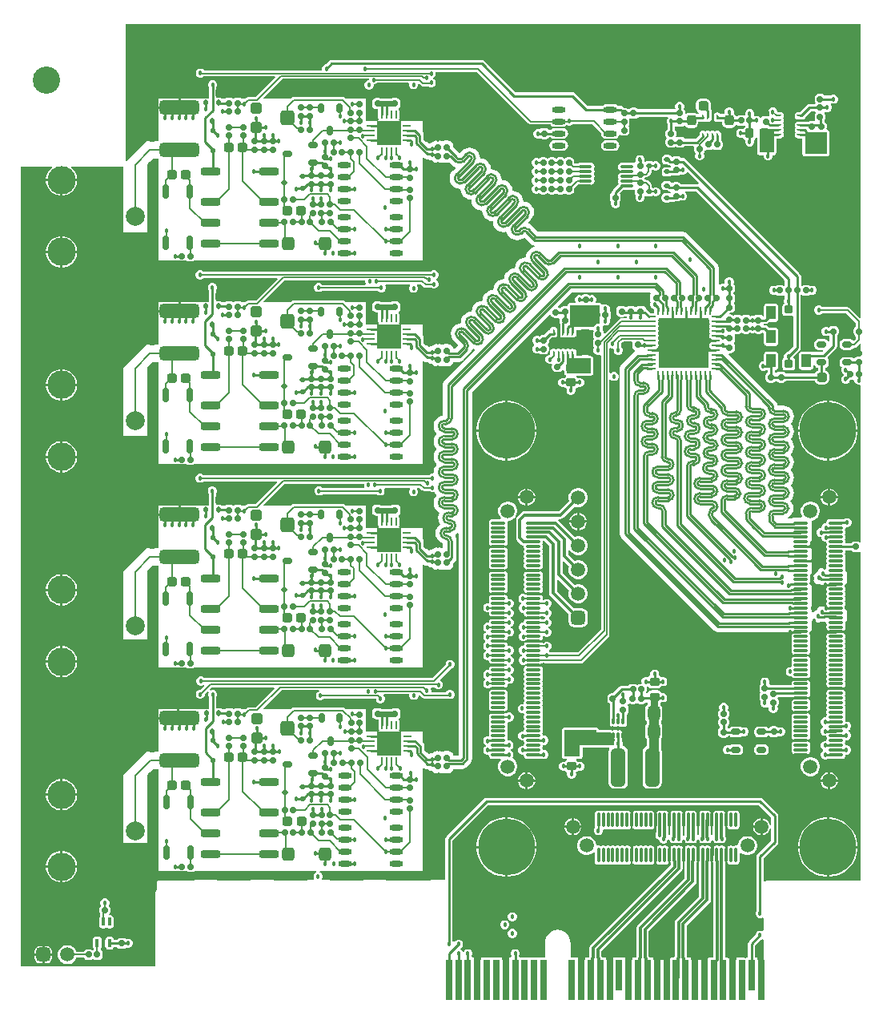
<source format=gtl>
G04*
G04 #@! TF.GenerationSoftware,Altium Limited,Altium Designer,21.0.9 (235)*
G04*
G04 Layer_Physical_Order=1*
G04 Layer_Color=255*
%FSLAX25Y25*%
%MOIN*%
G70*
G04*
G04 #@! TF.SameCoordinates,6D45A94B-17CC-4D83-881B-F394DC7C88B3*
G04*
G04*
G04 #@! TF.FilePolarity,Positive*
G04*
G01*
G75*
%ADD13C,0.01000*%
G04:AMPARAMS|DCode=24|XSize=23.62mil|YSize=23.62mil|CornerRadius=5.91mil|HoleSize=0mil|Usage=FLASHONLY|Rotation=180.000|XOffset=0mil|YOffset=0mil|HoleType=Round|Shape=RoundedRectangle|*
%AMROUNDEDRECTD24*
21,1,0.02362,0.01181,0,0,180.0*
21,1,0.01181,0.02362,0,0,180.0*
1,1,0.01181,-0.00591,0.00591*
1,1,0.01181,0.00591,0.00591*
1,1,0.01181,0.00591,-0.00591*
1,1,0.01181,-0.00591,-0.00591*
%
%ADD24ROUNDEDRECTD24*%
G04:AMPARAMS|DCode=25|XSize=23.62mil|YSize=23.62mil|CornerRadius=5.91mil|HoleSize=0mil|Usage=FLASHONLY|Rotation=90.000|XOffset=0mil|YOffset=0mil|HoleType=Round|Shape=RoundedRectangle|*
%AMROUNDEDRECTD25*
21,1,0.02362,0.01181,0,0,90.0*
21,1,0.01181,0.02362,0,0,90.0*
1,1,0.01181,0.00591,0.00591*
1,1,0.01181,0.00591,-0.00591*
1,1,0.01181,-0.00591,-0.00591*
1,1,0.01181,-0.00591,0.00591*
%
%ADD25ROUNDEDRECTD25*%
G04:AMPARAMS|DCode=26|XSize=25.2mil|YSize=25.2mil|CornerRadius=6.3mil|HoleSize=0mil|Usage=FLASHONLY|Rotation=0.000|XOffset=0mil|YOffset=0mil|HoleType=Round|Shape=RoundedRectangle|*
%AMROUNDEDRECTD26*
21,1,0.02520,0.01260,0,0,0.0*
21,1,0.01260,0.02520,0,0,0.0*
1,1,0.01260,0.00630,-0.00630*
1,1,0.01260,-0.00630,-0.00630*
1,1,0.01260,-0.00630,0.00630*
1,1,0.01260,0.00630,0.00630*
%
%ADD26ROUNDEDRECTD26*%
G04:AMPARAMS|DCode=27|XSize=9.84mil|YSize=23.62mil|CornerRadius=2.46mil|HoleSize=0mil|Usage=FLASHONLY|Rotation=270.000|XOffset=0mil|YOffset=0mil|HoleType=Round|Shape=RoundedRectangle|*
%AMROUNDEDRECTD27*
21,1,0.00984,0.01870,0,0,270.0*
21,1,0.00492,0.02362,0,0,270.0*
1,1,0.00492,-0.00935,-0.00246*
1,1,0.00492,-0.00935,0.00246*
1,1,0.00492,0.00935,0.00246*
1,1,0.00492,0.00935,-0.00246*
%
%ADD27ROUNDEDRECTD27*%
G04:AMPARAMS|DCode=28|XSize=37.4mil|YSize=41.34mil|CornerRadius=9.35mil|HoleSize=0mil|Usage=FLASHONLY|Rotation=270.000|XOffset=0mil|YOffset=0mil|HoleType=Round|Shape=RoundedRectangle|*
%AMROUNDEDRECTD28*
21,1,0.03740,0.02264,0,0,270.0*
21,1,0.01870,0.04134,0,0,270.0*
1,1,0.01870,-0.01132,-0.00935*
1,1,0.01870,-0.01132,0.00935*
1,1,0.01870,0.01132,0.00935*
1,1,0.01870,0.01132,-0.00935*
%
%ADD28ROUNDEDRECTD28*%
G04:AMPARAMS|DCode=29|XSize=39.37mil|YSize=35.43mil|CornerRadius=8.86mil|HoleSize=0mil|Usage=FLASHONLY|Rotation=90.000|XOffset=0mil|YOffset=0mil|HoleType=Round|Shape=RoundedRectangle|*
%AMROUNDEDRECTD29*
21,1,0.03937,0.01772,0,0,90.0*
21,1,0.02165,0.03543,0,0,90.0*
1,1,0.01772,0.00886,0.01083*
1,1,0.01772,0.00886,-0.01083*
1,1,0.01772,-0.00886,-0.01083*
1,1,0.01772,-0.00886,0.01083*
%
%ADD29ROUNDEDRECTD29*%
G04:AMPARAMS|DCode=30|XSize=9.84mil|YSize=23.62mil|CornerRadius=2.46mil|HoleSize=0mil|Usage=FLASHONLY|Rotation=0.000|XOffset=0mil|YOffset=0mil|HoleType=Round|Shape=RoundedRectangle|*
%AMROUNDEDRECTD30*
21,1,0.00984,0.01870,0,0,0.0*
21,1,0.00492,0.02362,0,0,0.0*
1,1,0.00492,0.00246,-0.00935*
1,1,0.00492,-0.00246,-0.00935*
1,1,0.00492,-0.00246,0.00935*
1,1,0.00492,0.00246,0.00935*
%
%ADD30ROUNDEDRECTD30*%
%ADD31O,0.03347X0.00984*%
%ADD32O,0.00984X0.03347*%
G04:AMPARAMS|DCode=33|XSize=9.84mil|YSize=19.68mil|CornerRadius=2.46mil|HoleSize=0mil|Usage=FLASHONLY|Rotation=0.000|XOffset=0mil|YOffset=0mil|HoleType=Round|Shape=RoundedRectangle|*
%AMROUNDEDRECTD33*
21,1,0.00984,0.01476,0,0,0.0*
21,1,0.00492,0.01968,0,0,0.0*
1,1,0.00492,0.00246,-0.00738*
1,1,0.00492,-0.00246,-0.00738*
1,1,0.00492,-0.00246,0.00738*
1,1,0.00492,0.00246,0.00738*
%
%ADD33ROUNDEDRECTD33*%
G04:AMPARAMS|DCode=34|XSize=11.81mil|YSize=59.06mil|CornerRadius=2.95mil|HoleSize=0mil|Usage=FLASHONLY|Rotation=270.000|XOffset=0mil|YOffset=0mil|HoleType=Round|Shape=RoundedRectangle|*
%AMROUNDEDRECTD34*
21,1,0.01181,0.05315,0,0,270.0*
21,1,0.00591,0.05906,0,0,270.0*
1,1,0.00591,-0.02657,-0.00295*
1,1,0.00591,-0.02657,0.00295*
1,1,0.00591,0.02657,0.00295*
1,1,0.00591,0.02657,-0.00295*
%
%ADD34ROUNDEDRECTD34*%
G04:AMPARAMS|DCode=35|XSize=15.75mil|YSize=33.47mil|CornerRadius=3.94mil|HoleSize=0mil|Usage=FLASHONLY|Rotation=0.000|XOffset=0mil|YOffset=0mil|HoleType=Round|Shape=RoundedRectangle|*
%AMROUNDEDRECTD35*
21,1,0.01575,0.02559,0,0,0.0*
21,1,0.00787,0.03347,0,0,0.0*
1,1,0.00787,0.00394,-0.01280*
1,1,0.00787,-0.00394,-0.01280*
1,1,0.00787,-0.00394,0.01280*
1,1,0.00787,0.00394,0.01280*
%
%ADD35ROUNDEDRECTD35*%
G04:AMPARAMS|DCode=36|XSize=18.5mil|YSize=23.62mil|CornerRadius=4.63mil|HoleSize=0mil|Usage=FLASHONLY|Rotation=90.000|XOffset=0mil|YOffset=0mil|HoleType=Round|Shape=RoundedRectangle|*
%AMROUNDEDRECTD36*
21,1,0.01850,0.01437,0,0,90.0*
21,1,0.00925,0.02362,0,0,90.0*
1,1,0.00925,0.00719,0.00463*
1,1,0.00925,0.00719,-0.00463*
1,1,0.00925,-0.00719,-0.00463*
1,1,0.00925,-0.00719,0.00463*
%
%ADD36ROUNDEDRECTD36*%
%ADD37O,0.05512X0.01378*%
G04:AMPARAMS|DCode=38|XSize=25.2mil|YSize=25.2mil|CornerRadius=6.3mil|HoleSize=0mil|Usage=FLASHONLY|Rotation=90.000|XOffset=0mil|YOffset=0mil|HoleType=Round|Shape=RoundedRectangle|*
%AMROUNDEDRECTD38*
21,1,0.02520,0.01260,0,0,90.0*
21,1,0.01260,0.02520,0,0,90.0*
1,1,0.01260,0.00630,0.00630*
1,1,0.01260,0.00630,-0.00630*
1,1,0.01260,-0.00630,-0.00630*
1,1,0.01260,-0.00630,0.00630*
%
%ADD38ROUNDEDRECTD38*%
G04:AMPARAMS|DCode=39|XSize=23.62mil|YSize=39.37mil|CornerRadius=5.91mil|HoleSize=0mil|Usage=FLASHONLY|Rotation=270.000|XOffset=0mil|YOffset=0mil|HoleType=Round|Shape=RoundedRectangle|*
%AMROUNDEDRECTD39*
21,1,0.02362,0.02756,0,0,270.0*
21,1,0.01181,0.03937,0,0,270.0*
1,1,0.01181,-0.01378,-0.00591*
1,1,0.01181,-0.01378,0.00591*
1,1,0.01181,0.01378,0.00591*
1,1,0.01181,0.01378,-0.00591*
%
%ADD39ROUNDEDRECTD39*%
%ADD40O,0.03543X0.00984*%
%ADD41O,0.00984X0.03543*%
G04:AMPARAMS|DCode=42|XSize=31.5mil|YSize=31.5mil|CornerRadius=1.58mil|HoleSize=0mil|Usage=FLASHONLY|Rotation=180.000|XOffset=0mil|YOffset=0mil|HoleType=Round|Shape=RoundedRectangle|*
%AMROUNDEDRECTD42*
21,1,0.03150,0.02835,0,0,180.0*
21,1,0.02835,0.03150,0,0,180.0*
1,1,0.00315,-0.01417,0.01417*
1,1,0.00315,0.01417,0.01417*
1,1,0.00315,0.01417,-0.01417*
1,1,0.00315,-0.01417,-0.01417*
%
%ADD42ROUNDEDRECTD42*%
G04:AMPARAMS|DCode=43|XSize=37.4mil|YSize=41.34mil|CornerRadius=9.35mil|HoleSize=0mil|Usage=FLASHONLY|Rotation=180.000|XOffset=0mil|YOffset=0mil|HoleType=Round|Shape=RoundedRectangle|*
%AMROUNDEDRECTD43*
21,1,0.03740,0.02264,0,0,180.0*
21,1,0.01870,0.04134,0,0,180.0*
1,1,0.01870,-0.00935,0.01132*
1,1,0.01870,0.00935,0.01132*
1,1,0.01870,0.00935,-0.01132*
1,1,0.01870,-0.00935,-0.01132*
%
%ADD43ROUNDEDRECTD43*%
G04:AMPARAMS|DCode=44|XSize=39.37mil|YSize=35.43mil|CornerRadius=8.86mil|HoleSize=0mil|Usage=FLASHONLY|Rotation=180.000|XOffset=0mil|YOffset=0mil|HoleType=Round|Shape=RoundedRectangle|*
%AMROUNDEDRECTD44*
21,1,0.03937,0.01772,0,0,180.0*
21,1,0.02165,0.03543,0,0,180.0*
1,1,0.01772,-0.01083,0.00886*
1,1,0.01772,0.01083,0.00886*
1,1,0.01772,0.01083,-0.00886*
1,1,0.01772,-0.01083,-0.00886*
%
%ADD44ROUNDEDRECTD44*%
G04:AMPARAMS|DCode=45|XSize=31.5mil|YSize=218.5mil|CornerRadius=7.87mil|HoleSize=0mil|Usage=FLASHONLY|Rotation=180.000|XOffset=0mil|YOffset=0mil|HoleType=Round|Shape=RoundedRectangle|*
%AMROUNDEDRECTD45*
21,1,0.03150,0.20276,0,0,180.0*
21,1,0.01575,0.21850,0,0,180.0*
1,1,0.01575,-0.00787,0.10138*
1,1,0.01575,0.00787,0.10138*
1,1,0.01575,0.00787,-0.10138*
1,1,0.01575,-0.00787,-0.10138*
%
%ADD45ROUNDEDRECTD45*%
G04:AMPARAMS|DCode=46|XSize=31.5mil|YSize=196.06mil|CornerRadius=7.87mil|HoleSize=0mil|Usage=FLASHONLY|Rotation=90.000|XOffset=0mil|YOffset=0mil|HoleType=Round|Shape=RoundedRectangle|*
%AMROUNDEDRECTD46*
21,1,0.03150,0.18032,0,0,90.0*
21,1,0.01575,0.19606,0,0,90.0*
1,1,0.01575,0.09016,0.00787*
1,1,0.01575,0.09016,-0.00787*
1,1,0.01575,-0.09016,-0.00787*
1,1,0.01575,-0.09016,0.00787*
%
%ADD46ROUNDEDRECTD46*%
G04:AMPARAMS|DCode=47|XSize=31.5mil|YSize=149.61mil|CornerRadius=7.87mil|HoleSize=0mil|Usage=FLASHONLY|Rotation=0.000|XOffset=0mil|YOffset=0mil|HoleType=Round|Shape=RoundedRectangle|*
%AMROUNDEDRECTD47*
21,1,0.03150,0.13386,0,0,0.0*
21,1,0.01575,0.14961,0,0,0.0*
1,1,0.01575,0.00787,-0.06693*
1,1,0.01575,-0.00787,-0.06693*
1,1,0.01575,-0.00787,0.06693*
1,1,0.01575,0.00787,0.06693*
%
%ADD47ROUNDEDRECTD47*%
G04:AMPARAMS|DCode=48|XSize=31.5mil|YSize=149.61mil|CornerRadius=7.87mil|HoleSize=0mil|Usage=FLASHONLY|Rotation=90.000|XOffset=0mil|YOffset=0mil|HoleType=Round|Shape=RoundedRectangle|*
%AMROUNDEDRECTD48*
21,1,0.03150,0.13386,0,0,90.0*
21,1,0.01575,0.14961,0,0,90.0*
1,1,0.01575,0.06693,0.00787*
1,1,0.01575,0.06693,-0.00787*
1,1,0.01575,-0.06693,-0.00787*
1,1,0.01575,-0.06693,0.00787*
%
%ADD48ROUNDEDRECTD48*%
G04:AMPARAMS|DCode=49|XSize=23.62mil|YSize=60.63mil|CornerRadius=5.91mil|HoleSize=0mil|Usage=FLASHONLY|Rotation=0.000|XOffset=0mil|YOffset=0mil|HoleType=Round|Shape=RoundedRectangle|*
%AMROUNDEDRECTD49*
21,1,0.02362,0.04882,0,0,0.0*
21,1,0.01181,0.06063,0,0,0.0*
1,1,0.01181,0.00591,-0.02441*
1,1,0.01181,-0.00591,-0.02441*
1,1,0.01181,-0.00591,0.02441*
1,1,0.01181,0.00591,0.02441*
%
%ADD49ROUNDEDRECTD49*%
%ADD50O,0.05709X0.02362*%
G04:AMPARAMS|DCode=51|XSize=47.24mil|YSize=47.24mil|CornerRadius=11.81mil|HoleSize=0mil|Usage=FLASHONLY|Rotation=270.000|XOffset=0mil|YOffset=0mil|HoleType=Round|Shape=RoundedRectangle|*
%AMROUNDEDRECTD51*
21,1,0.04724,0.02362,0,0,270.0*
21,1,0.02362,0.04724,0,0,270.0*
1,1,0.02362,-0.01181,-0.01181*
1,1,0.02362,-0.01181,0.01181*
1,1,0.02362,0.01181,0.01181*
1,1,0.02362,0.01181,-0.01181*
%
%ADD51ROUNDEDRECTD51*%
G04:AMPARAMS|DCode=52|XSize=62.99mil|YSize=59.06mil|CornerRadius=14.76mil|HoleSize=0mil|Usage=FLASHONLY|Rotation=270.000|XOffset=0mil|YOffset=0mil|HoleType=Round|Shape=RoundedRectangle|*
%AMROUNDEDRECTD52*
21,1,0.06299,0.02953,0,0,270.0*
21,1,0.03347,0.05906,0,0,270.0*
1,1,0.02953,-0.01476,-0.01673*
1,1,0.02953,-0.01476,0.01673*
1,1,0.02953,0.01476,0.01673*
1,1,0.02953,0.01476,-0.01673*
%
%ADD52ROUNDEDRECTD52*%
G04:AMPARAMS|DCode=53|XSize=18.5mil|YSize=23.62mil|CornerRadius=4.63mil|HoleSize=0mil|Usage=FLASHONLY|Rotation=180.000|XOffset=0mil|YOffset=0mil|HoleType=Round|Shape=RoundedRectangle|*
%AMROUNDEDRECTD53*
21,1,0.01850,0.01437,0,0,180.0*
21,1,0.00925,0.02362,0,0,180.0*
1,1,0.00925,-0.00463,0.00719*
1,1,0.00925,0.00463,0.00719*
1,1,0.00925,0.00463,-0.00719*
1,1,0.00925,-0.00463,-0.00719*
%
%ADD53ROUNDEDRECTD53*%
G04:AMPARAMS|DCode=54|XSize=25.59mil|YSize=39.37mil|CornerRadius=6.4mil|HoleSize=0mil|Usage=FLASHONLY|Rotation=0.000|XOffset=0mil|YOffset=0mil|HoleType=Round|Shape=RoundedRectangle|*
%AMROUNDEDRECTD54*
21,1,0.02559,0.02657,0,0,0.0*
21,1,0.01280,0.03937,0,0,0.0*
1,1,0.01280,0.00640,-0.01329*
1,1,0.01280,-0.00640,-0.01329*
1,1,0.01280,-0.00640,0.01329*
1,1,0.01280,0.00640,0.01329*
%
%ADD54ROUNDEDRECTD54*%
G04:AMPARAMS|DCode=55|XSize=31.5mil|YSize=81.1mil|CornerRadius=7.87mil|HoleSize=0mil|Usage=FLASHONLY|Rotation=270.000|XOffset=0mil|YOffset=0mil|HoleType=Round|Shape=RoundedRectangle|*
%AMROUNDEDRECTD55*
21,1,0.03150,0.06535,0,0,270.0*
21,1,0.01575,0.08110,0,0,270.0*
1,1,0.01575,-0.03268,-0.00787*
1,1,0.01575,-0.03268,0.00787*
1,1,0.01575,0.03268,0.00787*
1,1,0.01575,0.03268,-0.00787*
%
%ADD55ROUNDEDRECTD55*%
G04:AMPARAMS|DCode=56|XSize=59.06mil|YSize=165.35mil|CornerRadius=14.76mil|HoleSize=0mil|Usage=FLASHONLY|Rotation=90.000|XOffset=0mil|YOffset=0mil|HoleType=Round|Shape=RoundedRectangle|*
%AMROUNDEDRECTD56*
21,1,0.05906,0.13583,0,0,90.0*
21,1,0.02953,0.16535,0,0,90.0*
1,1,0.02953,0.06791,0.01476*
1,1,0.02953,0.06791,-0.01476*
1,1,0.02953,-0.06791,-0.01476*
1,1,0.02953,-0.06791,0.01476*
%
%ADD56ROUNDEDRECTD56*%
G04:AMPARAMS|DCode=57|XSize=23.23mil|YSize=17.72mil|CornerRadius=4.43mil|HoleSize=0mil|Usage=FLASHONLY|Rotation=90.000|XOffset=0mil|YOffset=0mil|HoleType=Round|Shape=RoundedRectangle|*
%AMROUNDEDRECTD57*
21,1,0.02323,0.00886,0,0,90.0*
21,1,0.01437,0.01772,0,0,90.0*
1,1,0.00886,0.00443,0.00719*
1,1,0.00886,0.00443,-0.00719*
1,1,0.00886,-0.00443,-0.00719*
1,1,0.00886,-0.00443,0.00719*
%
%ADD57ROUNDEDRECTD57*%
G04:AMPARAMS|DCode=58|XSize=55.12mil|YSize=51.18mil|CornerRadius=12.8mil|HoleSize=0mil|Usage=FLASHONLY|Rotation=90.000|XOffset=0mil|YOffset=0mil|HoleType=Round|Shape=RoundedRectangle|*
%AMROUNDEDRECTD58*
21,1,0.05512,0.02559,0,0,90.0*
21,1,0.02953,0.05118,0,0,90.0*
1,1,0.02559,0.01280,0.01476*
1,1,0.02559,0.01280,-0.01476*
1,1,0.02559,-0.01280,-0.01476*
1,1,0.02559,-0.01280,0.01476*
%
%ADD58ROUNDEDRECTD58*%
G04:AMPARAMS|DCode=59|XSize=11.81mil|YSize=59.06mil|CornerRadius=2.95mil|HoleSize=0mil|Usage=FLASHONLY|Rotation=0.000|XOffset=0mil|YOffset=0mil|HoleType=Round|Shape=RoundedRectangle|*
%AMROUNDEDRECTD59*
21,1,0.01181,0.05315,0,0,0.0*
21,1,0.00591,0.05906,0,0,0.0*
1,1,0.00591,0.00295,-0.02657*
1,1,0.00591,-0.00295,-0.02657*
1,1,0.00591,-0.00295,0.02657*
1,1,0.00591,0.00295,0.02657*
%
%ADD59ROUNDEDRECTD59*%
G04:AMPARAMS|DCode=60|XSize=11.81mil|YSize=26.38mil|CornerRadius=2.95mil|HoleSize=0mil|Usage=FLASHONLY|Rotation=180.000|XOffset=0mil|YOffset=0mil|HoleType=Round|Shape=RoundedRectangle|*
%AMROUNDEDRECTD60*
21,1,0.01181,0.02047,0,0,180.0*
21,1,0.00591,0.02638,0,0,180.0*
1,1,0.00591,-0.00295,0.01024*
1,1,0.00591,0.00295,0.01024*
1,1,0.00591,0.00295,-0.01024*
1,1,0.00591,-0.00295,-0.01024*
%
%ADD60ROUNDEDRECTD60*%
G04:AMPARAMS|DCode=61|XSize=59.06mil|YSize=51.18mil|CornerRadius=12.8mil|HoleSize=0mil|Usage=FLASHONLY|Rotation=90.000|XOffset=0mil|YOffset=0mil|HoleType=Round|Shape=RoundedRectangle|*
%AMROUNDEDRECTD61*
21,1,0.05906,0.02559,0,0,90.0*
21,1,0.03347,0.05118,0,0,90.0*
1,1,0.02559,0.01280,0.01673*
1,1,0.02559,0.01280,-0.01673*
1,1,0.02559,-0.01280,-0.01673*
1,1,0.02559,-0.01280,0.01673*
%
%ADD61ROUNDEDRECTD61*%
G04:AMPARAMS|DCode=62|XSize=59.06mil|YSize=51.18mil|CornerRadius=12.8mil|HoleSize=0mil|Usage=FLASHONLY|Rotation=0.000|XOffset=0mil|YOffset=0mil|HoleType=Round|Shape=RoundedRectangle|*
%AMROUNDEDRECTD62*
21,1,0.05906,0.02559,0,0,0.0*
21,1,0.03347,0.05118,0,0,0.0*
1,1,0.02559,0.01673,-0.01280*
1,1,0.02559,-0.01673,-0.01280*
1,1,0.02559,-0.01673,0.01280*
1,1,0.02559,0.01673,0.01280*
%
%ADD62ROUNDEDRECTD62*%
G04:AMPARAMS|DCode=63|XSize=157.48mil|YSize=59.06mil|CornerRadius=14.76mil|HoleSize=0mil|Usage=FLASHONLY|Rotation=90.000|XOffset=0mil|YOffset=0mil|HoleType=Round|Shape=RoundedRectangle|*
%AMROUNDEDRECTD63*
21,1,0.15748,0.02953,0,0,90.0*
21,1,0.12795,0.05906,0,0,90.0*
1,1,0.02953,0.01476,0.06398*
1,1,0.02953,0.01476,-0.06398*
1,1,0.02953,-0.01476,-0.06398*
1,1,0.02953,-0.01476,0.06398*
%
%ADD63ROUNDEDRECTD63*%
%ADD120C,0.00841*%
%ADD121C,0.00841*%
G04:AMPARAMS|DCode=122|XSize=78.74mil|YSize=47.24mil|CornerRadius=2.36mil|HoleSize=0mil|Usage=FLASHONLY|Rotation=270.000|XOffset=0mil|YOffset=0mil|HoleType=Round|Shape=RoundedRectangle|*
%AMROUNDEDRECTD122*
21,1,0.07874,0.04252,0,0,270.0*
21,1,0.07402,0.04724,0,0,270.0*
1,1,0.00472,-0.02126,-0.03701*
1,1,0.00472,-0.02126,0.03701*
1,1,0.00472,0.02126,0.03701*
1,1,0.00472,0.02126,-0.03701*
%
%ADD122ROUNDEDRECTD122*%
G04:AMPARAMS|DCode=123|XSize=78.74mil|YSize=47.24mil|CornerRadius=2.36mil|HoleSize=0mil|Usage=FLASHONLY|Rotation=0.000|XOffset=0mil|YOffset=0mil|HoleType=Round|Shape=RoundedRectangle|*
%AMROUNDEDRECTD123*
21,1,0.07874,0.04252,0,0,0.0*
21,1,0.07402,0.04724,0,0,0.0*
1,1,0.00472,0.03701,-0.02126*
1,1,0.00472,-0.03701,-0.02126*
1,1,0.00472,-0.03701,0.02126*
1,1,0.00472,0.03701,0.02126*
%
%ADD123ROUNDEDRECTD123*%
G04:AMPARAMS|DCode=124|XSize=102.36mil|YSize=102.36mil|CornerRadius=2.56mil|HoleSize=0mil|Usage=FLASHONLY|Rotation=270.000|XOffset=0mil|YOffset=0mil|HoleType=Round|Shape=RoundedRectangle|*
%AMROUNDEDRECTD124*
21,1,0.10236,0.09724,0,0,270.0*
21,1,0.09724,0.10236,0,0,270.0*
1,1,0.00512,-0.04862,-0.04862*
1,1,0.00512,-0.04862,0.04862*
1,1,0.00512,0.04862,0.04862*
1,1,0.00512,0.04862,-0.04862*
%
%ADD124ROUNDEDRECTD124*%
G04:AMPARAMS|DCode=125|XSize=62.99mil|YSize=35.43mil|CornerRadius=1.77mil|HoleSize=0mil|Usage=FLASHONLY|Rotation=0.000|XOffset=0mil|YOffset=0mil|HoleType=Round|Shape=RoundedRectangle|*
%AMROUNDEDRECTD125*
21,1,0.06299,0.03189,0,0,0.0*
21,1,0.05945,0.03543,0,0,0.0*
1,1,0.00354,0.02972,-0.01595*
1,1,0.00354,-0.02972,-0.01595*
1,1,0.00354,-0.02972,0.01595*
1,1,0.00354,0.02972,0.01595*
%
%ADD125ROUNDEDRECTD125*%
%ADD126R,0.20787X0.20787*%
G04:AMPARAMS|DCode=127|XSize=39.37mil|YSize=55.12mil|CornerRadius=1.97mil|HoleSize=0mil|Usage=FLASHONLY|Rotation=0.000|XOffset=0mil|YOffset=0mil|HoleType=Round|Shape=RoundedRectangle|*
%AMROUNDEDRECTD127*
21,1,0.03937,0.05118,0,0,0.0*
21,1,0.03543,0.05512,0,0,0.0*
1,1,0.00394,0.01772,-0.02559*
1,1,0.00394,-0.01772,-0.02559*
1,1,0.00394,-0.01772,0.02559*
1,1,0.00394,0.01772,0.02559*
%
%ADD127ROUNDEDRECTD127*%
%ADD128R,0.02756X0.16535*%
%ADD129R,0.02756X0.12598*%
%ADD130C,0.00500*%
%ADD131C,0.03150*%
%ADD132C,0.03937*%
%ADD133C,0.01218*%
%ADD134C,0.02000*%
%ADD135C,0.05906*%
G04:AMPARAMS|DCode=136|XSize=59.06mil|YSize=59.06mil|CornerRadius=14.76mil|HoleSize=0mil|Usage=FLASHONLY|Rotation=90.000|XOffset=0mil|YOffset=0mil|HoleType=Round|Shape=RoundedRectangle|*
%AMROUNDEDRECTD136*
21,1,0.05906,0.02953,0,0,90.0*
21,1,0.02953,0.05906,0,0,90.0*
1,1,0.02953,0.01476,0.01476*
1,1,0.02953,0.01476,-0.01476*
1,1,0.02953,-0.01476,-0.01476*
1,1,0.02953,-0.01476,0.01476*
%
%ADD136ROUNDEDRECTD136*%
G04:AMPARAMS|DCode=137|XSize=59.06mil|YSize=59.06mil|CornerRadius=14.76mil|HoleSize=0mil|Usage=FLASHONLY|Rotation=0.000|XOffset=0mil|YOffset=0mil|HoleType=Round|Shape=RoundedRectangle|*
%AMROUNDEDRECTD137*
21,1,0.05906,0.02953,0,0,0.0*
21,1,0.02953,0.05906,0,0,0.0*
1,1,0.02953,0.01476,-0.01476*
1,1,0.02953,-0.01476,-0.01476*
1,1,0.02953,-0.01476,0.01476*
1,1,0.02953,0.01476,0.01476*
%
%ADD137ROUNDEDRECTD137*%
%ADD138C,0.07874*%
%ADD139C,0.11811*%
%ADD140C,0.11339*%
%ADD141C,0.23622*%
%ADD142C,0.01800*%
G36*
X351146Y289331D02*
X350684Y289140D01*
X346600Y293224D01*
X346186Y293500D01*
X345698Y293597D01*
X335074D01*
X334738Y293934D01*
X334039Y294223D01*
X333283D01*
X332585Y293934D01*
X332051Y293399D01*
X331761Y292701D01*
Y291945D01*
X332051Y291247D01*
X332585Y290712D01*
X333283Y290423D01*
X334039D01*
X334738Y290712D01*
X335074Y291048D01*
X345171D01*
X349119Y287100D01*
Y285511D01*
X348656Y285202D01*
X348305Y284676D01*
X348182Y284055D01*
Y282874D01*
X348305Y282253D01*
X348656Y281727D01*
X349119Y281418D01*
Y280449D01*
X348392Y279722D01*
X347997Y279761D01*
X347471Y280113D01*
X346850Y280236D01*
X344094D01*
X343474Y280113D01*
X342948Y279761D01*
X342596Y279235D01*
X342473Y278614D01*
Y277433D01*
X342596Y276813D01*
X342948Y276287D01*
X343474Y275935D01*
X344094Y275812D01*
X346850D01*
X347471Y275935D01*
X347997Y276287D01*
X348306Y276749D01*
X348496D01*
X348984Y276846D01*
X349397Y277123D01*
X350684Y278409D01*
X351146Y278218D01*
Y273022D01*
X351024Y272922D01*
X349764D01*
X349128Y272795D01*
X348589Y272435D01*
X348532Y272350D01*
X348100Y272294D01*
X347944Y272316D01*
X347471Y272632D01*
X346850Y272756D01*
X344094D01*
X343474Y272632D01*
X342948Y272281D01*
X342596Y271755D01*
X342473Y271134D01*
Y269953D01*
X342596Y269332D01*
X342948Y268806D01*
X343324Y268555D01*
X343325Y268542D01*
X343036Y267844D01*
Y267088D01*
X343325Y266390D01*
X343859Y265855D01*
X343978Y265806D01*
Y265265D01*
X343806Y265193D01*
X343271Y264659D01*
X342982Y263961D01*
Y263205D01*
X343271Y262506D01*
X343806Y261972D01*
X344504Y261683D01*
X345260D01*
X345958Y261972D01*
X346493Y262506D01*
X346782Y263205D01*
Y263320D01*
X346801Y263339D01*
X347441D01*
X347994Y263449D01*
X348167Y263386D01*
X348494Y263150D01*
Y262811D01*
X348783Y262113D01*
X349317Y261578D01*
X350016Y261289D01*
X350772D01*
X351146Y261039D01*
Y196105D01*
X350646Y195838D01*
X350424Y195986D01*
X349803Y196110D01*
X348622D01*
X348002Y195986D01*
X347475Y195635D01*
X347364Y195468D01*
X344945D01*
X344793Y195652D01*
Y196243D01*
X344692Y196748D01*
X344570Y196932D01*
X344692Y197115D01*
X344793Y197621D01*
Y198211D01*
X344692Y198717D01*
X344570Y198900D01*
X344692Y199084D01*
X344793Y199589D01*
Y200180D01*
X344692Y200685D01*
X344570Y200869D01*
X344692Y201052D01*
X344793Y201558D01*
Y201621D01*
X345094Y202037D01*
X345242Y202037D01*
X345850D01*
X346549Y202326D01*
X347083Y202861D01*
X347372Y203559D01*
Y204315D01*
X347083Y205013D01*
X346549Y205548D01*
X345850Y205837D01*
X345094D01*
X344396Y205548D01*
X344257Y205409D01*
X343617D01*
X343472Y205437D01*
X338158D01*
X337652Y205337D01*
X337224Y205051D01*
X336937Y204622D01*
X336837Y204117D01*
Y203672D01*
X336236D01*
X335538Y203382D01*
X335003Y202848D01*
X334714Y202150D01*
Y201703D01*
X334268D01*
X333569Y201414D01*
X333035Y200879D01*
X332746Y200181D01*
Y199425D01*
X333035Y198727D01*
X333569Y198192D01*
X334268Y197903D01*
X334714D01*
Y197457D01*
X335003Y196758D01*
X335538Y196224D01*
X336236Y195935D01*
X336837D01*
Y195652D01*
X336937Y195147D01*
X337060Y194963D01*
X336937Y194780D01*
X336837Y194274D01*
Y193684D01*
X336937Y193178D01*
X337060Y192995D01*
X336937Y192811D01*
X336837Y192306D01*
Y191715D01*
X336937Y191210D01*
X337060Y191026D01*
X336937Y190843D01*
X336837Y190337D01*
Y189747D01*
X336937Y189241D01*
X337060Y189058D01*
X336937Y188874D01*
X336837Y188369D01*
Y187778D01*
X336937Y187273D01*
X337060Y187089D01*
X336937Y186906D01*
X336837Y186400D01*
Y185810D01*
X336926Y185362D01*
X336745Y185117D01*
X336573Y184950D01*
X336431Y184955D01*
X335825Y185117D01*
X335144D01*
X334487Y184941D01*
X333897Y184600D01*
X333416Y184119D01*
X333076Y183530D01*
X333030Y183360D01*
X332860Y183314D01*
X332271Y182974D01*
X331790Y182493D01*
X331449Y181903D01*
X331273Y181246D01*
Y180565D01*
X331449Y179908D01*
X331790Y179318D01*
X332271Y178837D01*
X332860Y178497D01*
X333518Y178321D01*
X333845D01*
X334002Y178216D01*
X334824Y178052D01*
X337163D01*
X337308Y177573D01*
X337304Y177545D01*
X337224Y177491D01*
X336937Y177063D01*
X336837Y176558D01*
Y175967D01*
X336937Y175462D01*
X337060Y175278D01*
X336937Y175094D01*
X336837Y174589D01*
Y173999D01*
X336937Y173493D01*
X337060Y173310D01*
X336937Y173126D01*
X336837Y172621D01*
Y172030D01*
X336937Y171525D01*
X337060Y171341D01*
X336937Y171158D01*
X336837Y170652D01*
Y170062D01*
X336937Y169556D01*
X337174Y169202D01*
X337112Y168803D01*
X337060Y168652D01*
X336774Y168560D01*
X336678Y168656D01*
X336089Y168996D01*
X335431Y169172D01*
X334751D01*
X334093Y168996D01*
X333504Y168656D01*
X333022Y168174D01*
X332682Y167585D01*
X332636Y167415D01*
X332467Y167369D01*
X331877Y167029D01*
X331425Y166577D01*
X331283Y166588D01*
X330962Y166702D01*
X330922Y166727D01*
X330771Y167488D01*
X330384Y168067D01*
X330333Y168360D01*
Y168417D01*
X330384Y168710D01*
X330771Y169289D01*
X330925Y170062D01*
Y170652D01*
X330788Y171341D01*
X330925Y172030D01*
Y172621D01*
X330788Y173310D01*
X330925Y173999D01*
Y174589D01*
X330788Y175278D01*
X330925Y175967D01*
Y176558D01*
X330771Y177330D01*
X330333Y177985D01*
X329799Y178342D01*
X329734Y178762D01*
X329759Y178917D01*
X329839Y178970D01*
X330126Y179399D01*
X330226Y179904D01*
Y180495D01*
X330126Y181000D01*
X330003Y181184D01*
X330126Y181367D01*
X330226Y181873D01*
Y182342D01*
X330333Y182413D01*
X330771Y183068D01*
X330925Y183841D01*
Y184432D01*
X330788Y185121D01*
X330925Y185810D01*
Y186400D01*
X330771Y187173D01*
X330384Y187752D01*
X330333Y188045D01*
Y188102D01*
X330384Y188395D01*
X330771Y188974D01*
X330925Y189747D01*
Y190337D01*
X330788Y191026D01*
X330925Y191715D01*
Y192306D01*
X330771Y193078D01*
X330333Y193733D01*
X329799Y194090D01*
X329734Y194510D01*
X329759Y194665D01*
X329839Y194718D01*
X330126Y195147D01*
X330226Y195652D01*
Y196121D01*
X330333Y196193D01*
X330771Y196848D01*
X330925Y197621D01*
Y198211D01*
X330788Y198900D01*
X330925Y199589D01*
Y200180D01*
X330788Y200869D01*
X330925Y201558D01*
Y202148D01*
X330788Y202837D01*
X330925Y203526D01*
Y204117D01*
X330786Y204812D01*
X331711Y205059D01*
X332612Y205580D01*
X333348Y206316D01*
X333868Y207217D01*
X334138Y208222D01*
Y209263D01*
X333868Y210268D01*
X333348Y211170D01*
X332612Y211906D01*
X331711Y212426D01*
X330705Y212695D01*
X329665D01*
X328659Y212426D01*
X327758Y211906D01*
X327022Y211170D01*
X326502Y210268D01*
X326232Y209263D01*
Y208222D01*
X326502Y207217D01*
X326837Y206636D01*
X326549Y206136D01*
X323591D01*
X322818Y205982D01*
X322326Y205654D01*
X321008D01*
X320909Y206154D01*
X320923Y206160D01*
X321836Y206860D01*
X322536Y207772D01*
X322976Y208835D01*
X323119Y209922D01*
X323130Y209975D01*
X323119Y210028D01*
X322976Y211115D01*
X322536Y212178D01*
X321854Y213067D01*
X322061Y213226D01*
X322761Y214138D01*
X323201Y215200D01*
X323344Y216288D01*
X323355Y216341D01*
X323344Y216394D01*
X323201Y217481D01*
X322761Y218544D01*
X322061Y219456D01*
Y219591D01*
X322761Y220504D01*
X323201Y221566D01*
X323344Y222653D01*
X323355Y222706D01*
X323344Y222759D01*
X323201Y223847D01*
X322761Y224909D01*
X322061Y225821D01*
Y225957D01*
X322761Y226869D01*
X323201Y227932D01*
X323344Y229019D01*
X323355Y229072D01*
X323344Y229125D01*
X323201Y230212D01*
X322761Y231275D01*
X322061Y232187D01*
Y232323D01*
X322761Y233235D01*
X323201Y234297D01*
X323344Y235385D01*
X323355Y235438D01*
X323344Y235491D01*
X323201Y236578D01*
X322761Y237641D01*
X322061Y238553D01*
Y238688D01*
X322761Y239601D01*
X323201Y240663D01*
X323344Y241750D01*
X323355Y241803D01*
X323344Y241856D01*
X323201Y242944D01*
X322761Y244006D01*
X322061Y244918D01*
Y245054D01*
X322761Y245966D01*
X323201Y247029D01*
X323344Y248116D01*
X323355Y248169D01*
X323344Y248222D01*
X323201Y249309D01*
X322761Y250372D01*
X322061Y251284D01*
X321148Y251984D01*
X320086Y252424D01*
X318998Y252568D01*
X318945Y252578D01*
X316480D01*
Y252721D01*
X316317Y253543D01*
X315852Y254239D01*
X296111Y273980D01*
X296318Y274480D01*
X297076D01*
X297712Y274606D01*
X298251Y274967D01*
X298611Y275506D01*
X298737Y276142D01*
Y277402D01*
X298611Y278038D01*
X298377Y278387D01*
X298291Y278740D01*
X298377Y279093D01*
X298611Y279443D01*
X298737Y280079D01*
Y281339D01*
X298611Y281975D01*
X298554Y282060D01*
X298854Y282510D01*
X299241Y282433D01*
X300422D01*
X301043Y282557D01*
X301569Y282908D01*
X301638D01*
X302164Y282557D01*
X302784Y282433D01*
X303965D01*
X304586Y282557D01*
X305112Y282908D01*
X305166Y282989D01*
X305753Y282746D01*
X306509D01*
X306838Y282882D01*
X307325Y282557D01*
X307945Y282433D01*
X309126D01*
X309747Y282557D01*
X310273Y282908D01*
X310704Y282693D01*
X310848Y282589D01*
Y278719D01*
X310941Y278252D01*
X311206Y277856D01*
X311602Y277592D01*
X312069Y277499D01*
X315612D01*
X316079Y277592D01*
X316475Y277856D01*
X316739Y278252D01*
X316832Y278719D01*
Y283837D01*
X316739Y284304D01*
X316475Y284700D01*
X316079Y284965D01*
X315612Y285058D01*
X312897D01*
X312284Y285670D01*
X311815Y285984D01*
X311260Y286094D01*
X310877D01*
X310689Y286417D01*
X310877Y286740D01*
X311538D01*
X312093Y286851D01*
X312562Y287165D01*
X312897Y287499D01*
X315612D01*
X316079Y287592D01*
X316475Y287856D01*
X316739Y288252D01*
X316832Y288719D01*
Y293837D01*
X316739Y294304D01*
X316475Y294700D01*
X316079Y294965D01*
X315612Y295058D01*
X312069D01*
X311602Y294965D01*
X311206Y294700D01*
X310941Y294304D01*
X310848Y293837D01*
Y289965D01*
X310348Y289813D01*
X310273Y289926D01*
X309747Y290278D01*
X309126Y290401D01*
X307945D01*
X307325Y290278D01*
X306838Y289953D01*
X306509Y290089D01*
X305753D01*
X305166Y289846D01*
X305112Y289926D01*
X304586Y290278D01*
X303965Y290401D01*
X302784D01*
X302164Y290278D01*
X302006Y290172D01*
X301603Y289946D01*
X301201Y290172D01*
X301043Y290278D01*
X300422Y290401D01*
X299241D01*
X298620Y290278D01*
X298138Y289955D01*
X298025Y290123D01*
X297499Y290475D01*
X296879Y290598D01*
X296831D01*
X296566Y291098D01*
X296643Y291212D01*
X297076D01*
X297712Y291339D01*
X298251Y291699D01*
X298611Y292238D01*
X298737Y292874D01*
Y294134D01*
X298611Y294770D01*
X298377Y295119D01*
X298291Y295472D01*
X298377Y295826D01*
X298611Y296175D01*
X298737Y296811D01*
Y298071D01*
X298611Y298707D01*
X298251Y299246D01*
Y299573D01*
X298611Y300112D01*
X298737Y300748D01*
Y302008D01*
X298611Y302644D01*
X298251Y303183D01*
X298148Y303252D01*
X298357Y303756D01*
Y304512D01*
X298067Y305210D01*
X297533Y305745D01*
X296835Y306034D01*
X296079D01*
X295380Y305745D01*
X294846Y305210D01*
X294557Y304512D01*
Y303756D01*
X294624Y303593D01*
X294241Y303211D01*
X294079Y303278D01*
X293323D01*
X292624Y302989D01*
X292571Y302935D01*
X292071Y303142D01*
Y310076D01*
X291908Y310897D01*
X291442Y311594D01*
X278720Y324316D01*
X278024Y324782D01*
X277202Y324945D01*
X216772D01*
X214195Y327522D01*
X214156Y327548D01*
X213278Y328222D01*
X212878Y328388D01*
X212780Y328878D01*
X213864Y329962D01*
X213864Y329963D01*
X213865Y329963D01*
X213891Y330002D01*
X214565Y330881D01*
X215005Y331943D01*
X215156Y333084D01*
X215005Y334224D01*
X214565Y335286D01*
X214156Y335821D01*
X213868Y336201D01*
X213868Y336201D01*
X213487Y336489D01*
X212953Y336899D01*
X211890Y337339D01*
X210750Y337489D01*
X210654Y337585D01*
X210504Y338725D01*
X210064Y339788D01*
X209654Y340322D01*
X209367Y340703D01*
X209366Y340703D01*
X208986Y340990D01*
X208452Y341400D01*
X207389Y341840D01*
X206249Y341990D01*
X206153Y342086D01*
X206003Y343226D01*
X205563Y344289D01*
X205153Y344823D01*
X204865Y345204D01*
X204865Y345204D01*
X204485Y345492D01*
X203950Y345901D01*
X202888Y346341D01*
X201748Y346492D01*
X201652Y346587D01*
X201502Y347727D01*
X201062Y348790D01*
X200652Y349324D01*
X200364Y349705D01*
X200364Y349705D01*
X199983Y349993D01*
X199449Y350403D01*
X198387Y350843D01*
X197246Y350993D01*
X197151Y351089D01*
X197001Y352229D01*
X196561Y353291D01*
X196151Y353825D01*
X195863Y354206D01*
X195863Y354206D01*
X195482Y354494D01*
X194948Y354904D01*
X193885Y355344D01*
X192745Y355494D01*
X192650Y355590D01*
X192499Y356730D01*
X192059Y357792D01*
X191649Y358327D01*
X191362Y358707D01*
X191362Y358707D01*
X190981Y358995D01*
X190447Y359405D01*
X189384Y359845D01*
X188244Y359995D01*
X187104Y359845D01*
X186041Y359405D01*
X185167Y358734D01*
X185125Y358706D01*
X184068Y357649D01*
X181629Y360088D01*
X181629Y360088D01*
X181553Y360165D01*
Y360630D01*
X181376Y361518D01*
X180873Y362270D01*
X180120Y362773D01*
X179232Y362950D01*
X178051D01*
X177163Y362773D01*
X176870Y362578D01*
X176577Y362773D01*
X175689Y362950D01*
X174508D01*
X173620Y362773D01*
X172867Y362270D01*
X172709Y362034D01*
X172396D01*
X171739Y361858D01*
X171351Y361634D01*
X169729Y363256D01*
Y364898D01*
X169565Y365720D01*
X169100Y366416D01*
X168829Y366687D01*
Y371092D01*
X159098D01*
X158843Y371592D01*
X159034Y371879D01*
X159150Y372461D01*
Y374823D01*
X159034Y375405D01*
X158761Y375814D01*
X158730Y376051D01*
X158797Y376438D01*
X158951Y376541D01*
X159311Y377081D01*
X159438Y377716D01*
Y378976D01*
X159311Y379612D01*
X158951Y380152D01*
X158412Y380512D01*
X157776Y380638D01*
X156516D01*
X155880Y380512D01*
X155812Y380466D01*
X151275D01*
X151207Y380512D01*
X150571Y380638D01*
X149311D01*
X148675Y380512D01*
X148136Y380152D01*
X147776Y379612D01*
X147649Y378976D01*
Y377716D01*
X147776Y377081D01*
X148136Y376541D01*
X148675Y376181D01*
X149311Y376055D01*
X150194D01*
Y373642D01*
X150202Y373602D01*
Y372461D01*
X150318Y371879D01*
X150509Y371592D01*
X150254Y371092D01*
X145010D01*
Y380241D01*
X143277D01*
X143062Y380283D01*
X141881D01*
X141666Y380241D01*
X136691D01*
X136286Y380645D01*
X135872Y380922D01*
X135385Y381019D01*
X115010D01*
X114523Y380922D01*
X114109Y380645D01*
X113704Y380241D01*
X102677D01*
X102485Y380702D01*
X110347Y388564D01*
X146427Y388564D01*
Y387924D01*
X146079D01*
X145380Y387634D01*
X144846Y387100D01*
X144557Y386402D01*
Y385646D01*
X144846Y384947D01*
X145380Y384413D01*
X146079Y384124D01*
X146835D01*
X147533Y384413D01*
X148067Y384947D01*
X148357Y385646D01*
Y386289D01*
X148705D01*
X149403Y386578D01*
X149739Y386914D01*
X162823D01*
X163101Y386499D01*
X163061Y386402D01*
Y385646D01*
X163350Y384947D01*
X163884Y384413D01*
X164583Y384124D01*
X165339D01*
X166037Y384413D01*
X166571Y384947D01*
X166861Y385646D01*
Y386331D01*
X167049Y386473D01*
X167323Y386576D01*
X168020Y385879D01*
X168433Y385603D01*
X168921Y385506D01*
X171052D01*
X171266Y385291D01*
X171965Y385002D01*
X172721D01*
X173419Y385291D01*
X173953Y385826D01*
X174243Y386524D01*
Y387280D01*
X173953Y387978D01*
X173419Y388513D01*
X173208Y388600D01*
Y389141D01*
X173419Y389228D01*
X173953Y389763D01*
X174243Y390461D01*
Y391217D01*
X174393Y391442D01*
X191401D01*
X212918Y369926D01*
X213331Y369649D01*
X213819Y369552D01*
X221949D01*
X222148Y369254D01*
X222869Y368772D01*
X223721Y368603D01*
X227067D01*
X227918Y368772D01*
X228639Y369254D01*
X228640Y369255D01*
X228648Y369255D01*
X229346Y368966D01*
X230102D01*
X230801Y369255D01*
X231137Y369592D01*
X239433D01*
X242994Y366031D01*
X242953Y365827D01*
X243123Y364976D01*
X243605Y364254D01*
X244326Y363772D01*
X245177Y363603D01*
X248524D01*
X249375Y363772D01*
X250096Y364254D01*
X250578Y364976D01*
X250602Y365094D01*
X251151Y365294D01*
X251447Y365096D01*
X252067Y364973D01*
X253249D01*
X253869Y365096D01*
X254395Y365448D01*
X254747Y365974D01*
X254870Y366595D01*
Y367776D01*
X254747Y368396D01*
X254395Y368922D01*
Y368991D01*
X254747Y369517D01*
X254870Y370138D01*
Y371319D01*
X254757Y371887D01*
X254871Y372022D01*
X255163Y372217D01*
X255328Y372106D01*
X255964Y371980D01*
X257224D01*
X257860Y372106D01*
X258399Y372467D01*
X258630Y372811D01*
X270795D01*
X271002Y372311D01*
X270633Y371942D01*
X270344Y371244D01*
Y370488D01*
X270633Y369790D01*
X270667Y369757D01*
Y367595D01*
X270410Y367424D01*
X270059Y366898D01*
X269935Y366277D01*
Y365096D01*
X270059Y364476D01*
X270164Y364318D01*
X270391Y363915D01*
X270164Y363513D01*
X270059Y363355D01*
X269935Y362734D01*
Y361553D01*
X270059Y360932D01*
X270410Y360406D01*
X270937Y360055D01*
X271557Y359931D01*
X272738D01*
X273359Y360055D01*
X273653Y360251D01*
X274151Y360406D01*
X274677Y360055D01*
X275297Y359931D01*
X276478D01*
X277099Y360055D01*
X277625Y360406D01*
X277764Y360614D01*
X281512Y360614D01*
X281897Y360114D01*
X281843Y359842D01*
Y358661D01*
X281966Y358041D01*
X282318Y357515D01*
X282398Y357461D01*
X282155Y356874D01*
Y356118D01*
X282444Y355420D01*
X282979Y354885D01*
X283677Y354596D01*
X284433D01*
X285131Y354885D01*
X285666Y355420D01*
X285955Y356118D01*
Y356874D01*
X285712Y357461D01*
X285792Y357515D01*
X286144Y358041D01*
X286261Y358630D01*
X286284Y358673D01*
X286767Y359000D01*
X287126Y358929D01*
X288386D01*
X289022Y359055D01*
X289561Y359415D01*
X289573D01*
X290112Y359055D01*
X290748Y358929D01*
X292008D01*
X292644Y359055D01*
X293183Y359415D01*
X293543Y359955D01*
X293670Y360591D01*
Y361850D01*
X293543Y362486D01*
X293183Y363025D01*
X292968Y363169D01*
Y365096D01*
X292956Y365161D01*
Y365834D01*
X292859Y366321D01*
X292583Y366733D01*
X292171Y367008D01*
X291685Y367105D01*
X291193D01*
X290707Y367008D01*
X290455Y366840D01*
X290203Y367008D01*
X289717Y367105D01*
X289225D01*
X288738Y367008D01*
X288486Y366840D01*
X288234Y367008D01*
X287748Y367105D01*
X287256D01*
X286770Y367008D01*
X286518Y366840D01*
X286266Y367008D01*
X285780Y367105D01*
X285287D01*
X284801Y367008D01*
X284389Y366733D01*
X284114Y366321D01*
X284017Y365834D01*
Y365251D01*
X282439Y363673D01*
X277764Y363673D01*
X277625Y363881D01*
X277099Y364232D01*
X276478Y364356D01*
X275297D01*
X274677Y364232D01*
X274656Y364219D01*
X274421Y364363D01*
X274251Y364549D01*
X274360Y365096D01*
Y366277D01*
X274236Y366898D01*
X273885Y367424D01*
X273725Y367531D01*
Y368784D01*
X274225Y369012D01*
X274576Y368777D01*
X275197Y368654D01*
X276378D01*
X276998Y368777D01*
X277525Y369129D01*
X278084Y369066D01*
X278282Y368770D01*
X278922Y368342D01*
X279677Y368192D01*
X281547D01*
X282302Y368342D01*
X282942Y368770D01*
X283370Y369410D01*
X283520Y370165D01*
Y370824D01*
X284564D01*
X284801Y370665D01*
X285287Y370568D01*
X285780D01*
X286266Y370665D01*
X286518Y370833D01*
X286770Y370665D01*
X287256Y370568D01*
X287748D01*
X288234Y370665D01*
X288647Y370940D01*
X288922Y371352D01*
X289019Y371838D01*
Y372512D01*
X289031Y372577D01*
Y375284D01*
X288915Y375869D01*
X288702Y376189D01*
X288737Y376366D01*
Y378236D01*
X288587Y378991D01*
X288159Y379631D01*
X287519Y380059D01*
X286764Y380209D01*
X284500D01*
X283745Y380059D01*
X283105Y379631D01*
X282677Y378991D01*
X282527Y378236D01*
Y376366D01*
X282677Y375611D01*
X283105Y374971D01*
X283599Y374641D01*
X283777Y374151D01*
X283788Y374025D01*
X283692Y373882D01*
X282855D01*
X282302Y374252D01*
X281547Y374402D01*
X279677D01*
X278922Y374252D01*
X278500Y373970D01*
X278000Y374233D01*
Y375000D01*
X277876Y375621D01*
X277526Y376145D01*
X277709Y376588D01*
Y377344D01*
X277420Y378042D01*
X276886Y378577D01*
X276187Y378866D01*
X275431D01*
X274733Y378577D01*
X274199Y378042D01*
X273909Y377344D01*
Y376588D01*
X274027Y376303D01*
X273728Y375870D01*
X258538D01*
X258399Y376077D01*
X257860Y376437D01*
X257224Y376564D01*
X255964D01*
X255328Y376437D01*
X254789Y376077D01*
X254230Y376119D01*
X253869Y376361D01*
X253249Y376484D01*
X252609D01*
X252184Y376908D01*
X251688Y377240D01*
X251103Y377356D01*
X250125D01*
X250096Y377399D01*
X249375Y377881D01*
X248524Y378051D01*
X245177D01*
X244326Y377881D01*
X243605Y377399D01*
X243550Y377317D01*
X237444D01*
X232184Y382577D01*
X231688Y382909D01*
X231102Y383026D01*
X207326D01*
X194388Y395963D01*
X193892Y396295D01*
X193307Y396411D01*
X130905D01*
X130320Y396295D01*
X129824Y395963D01*
X128477Y394617D01*
X128362D01*
X127664Y394327D01*
X127129Y393793D01*
X126840Y393094D01*
Y392339D01*
X126690Y392113D01*
X77731Y392113D01*
X77273Y392571D01*
X76575Y392861D01*
X75819D01*
X75121Y392571D01*
X74586Y392037D01*
X74297Y391339D01*
Y390583D01*
X74586Y389884D01*
X75121Y389350D01*
X75819Y389061D01*
X76575D01*
X77273Y389350D01*
X77488Y389564D01*
X107089D01*
X107281Y389103D01*
X99264Y381086D01*
X96254D01*
X95767Y380989D01*
X95353Y380713D01*
X94881Y380241D01*
X93363D01*
X92895Y380554D01*
X92274Y380677D01*
X91093D01*
X90473Y380554D01*
X90004Y380241D01*
X89820D01*
X89352Y380554D01*
X88731Y380677D01*
X87550D01*
X86929Y380554D01*
X86461Y380241D01*
X85292D01*
X85228Y380336D01*
X84745Y380660D01*
X84174Y380773D01*
X83249D01*
X83215Y380766D01*
X82829Y381083D01*
Y384866D01*
X82910Y384947D01*
X83199Y385646D01*
Y386402D01*
X82910Y387100D01*
X82376Y387634D01*
X81677Y387924D01*
X80921D01*
X80223Y387634D01*
X79689Y387100D01*
X79399Y386402D01*
Y385646D01*
X79689Y384947D01*
X79770Y384866D01*
Y380241D01*
X58638D01*
Y363221D01*
X58638Y362721D01*
X53914D01*
X45576Y354383D01*
X45114Y354575D01*
Y411382D01*
X351146D01*
Y289331D01*
D02*
G37*
G36*
X169897Y355349D02*
X170719Y355185D01*
X171044D01*
X171149Y355080D01*
X171739Y354740D01*
X172396Y354564D01*
X172668D01*
X172867Y354265D01*
X173620Y353762D01*
X174508Y353585D01*
X175689D01*
X176577Y353762D01*
X176870Y353958D01*
X177163Y353762D01*
X178051Y353585D01*
X179232D01*
X180008Y353740D01*
X180179Y353569D01*
X180179Y353569D01*
X180946Y352801D01*
X180981Y352778D01*
X181865Y352100D01*
X182266Y351934D01*
X182363Y351443D01*
X181277Y350357D01*
X181249Y350314D01*
X180578Y349441D01*
X180138Y348378D01*
X179988Y347238D01*
X180138Y346098D01*
X180578Y345035D01*
X180988Y344501D01*
X181276Y344120D01*
X181276Y344120D01*
X181657Y343832D01*
X182191Y343423D01*
X183253Y342983D01*
X184394Y342832D01*
X184489Y342737D01*
X184639Y341597D01*
X185079Y340534D01*
X185489Y340000D01*
X185777Y339619D01*
X185777Y339619D01*
X186158Y339331D01*
X186692Y338921D01*
X187754Y338481D01*
X188895Y338331D01*
X188990Y338236D01*
X189140Y337095D01*
X189581Y336033D01*
X189990Y335499D01*
X190278Y335118D01*
X190278Y335118D01*
X190659Y334830D01*
X191193Y334420D01*
X192256Y333980D01*
X193396Y333830D01*
X193492Y333734D01*
X193642Y332594D01*
X194082Y331532D01*
X194492Y330997D01*
X194779Y330617D01*
X194779Y330617D01*
X195160Y330329D01*
X195694Y329919D01*
X196757Y329479D01*
X197897Y329329D01*
X197993Y329233D01*
X198143Y328093D01*
X198583Y327030D01*
X198993Y326496D01*
X199281Y326116D01*
X199281Y326115D01*
X199661Y325828D01*
X200196Y325418D01*
X201258Y324978D01*
X202398Y324828D01*
X203296Y324946D01*
X203823Y324771D01*
X204263Y323709D01*
X204673Y323174D01*
X204961Y322794D01*
X204961Y322794D01*
D01*
X204961Y322794D01*
X205342Y322506D01*
X205876Y322096D01*
X206939Y321656D01*
X208079Y321506D01*
X209219Y321656D01*
X210282Y322096D01*
X211057Y322691D01*
X213809Y319938D01*
X214506Y319473D01*
X215107Y319354D01*
X215482Y318869D01*
X215438Y318659D01*
X214946Y318594D01*
X213883Y318154D01*
X213349Y317744D01*
X212976Y317462D01*
X212970Y317459D01*
X212968Y317457D01*
X212966Y317455D01*
X212962Y317449D01*
X212680Y317076D01*
X212270Y316542D01*
X211830Y315479D01*
X211680Y314339D01*
X211585Y314243D01*
X210444Y314093D01*
X209382Y313653D01*
X208469Y312953D01*
X207769Y312040D01*
X207329Y310978D01*
X207179Y309838D01*
X207083Y309742D01*
X205943Y309592D01*
X204881Y309152D01*
X204346Y308742D01*
X203974Y308460D01*
X203968Y308456D01*
X203966Y308454D01*
X203964Y308452D01*
X203960Y308446D01*
X203678Y308073D01*
X203268Y307539D01*
X202828Y306477D01*
X202678Y305336D01*
X202582Y305241D01*
X201442Y305091D01*
X200379Y304650D01*
X199467Y303950D01*
X198767Y303038D01*
X198327Y301975D01*
X198177Y300835D01*
X198081Y300740D01*
X196941Y300589D01*
X195878Y300149D01*
X194966Y299449D01*
X194266Y298537D01*
X193825Y297474D01*
X193675Y296334D01*
X193190Y296187D01*
X192439Y296088D01*
X191377Y295648D01*
X190464Y294948D01*
X189764Y294036D01*
X189324Y292973D01*
X189174Y291833D01*
X189078Y291737D01*
X187938Y291587D01*
X186876Y291147D01*
X185963Y290447D01*
X185263Y289534D01*
X184823Y288472D01*
X184673Y287332D01*
X184728Y286917D01*
X183736Y286787D01*
X182674Y286346D01*
X181761Y285646D01*
X181061Y284734D01*
X180621Y283671D01*
X180471Y282531D01*
X180621Y281391D01*
X181061Y280328D01*
X181729Y279458D01*
X181759Y279413D01*
X183606Y277566D01*
X182600Y276560D01*
X182599Y276557D01*
X182597Y276556D01*
X182481Y276440D01*
X181462D01*
X181376Y276872D01*
X180873Y277625D01*
X180120Y278128D01*
X179232Y278304D01*
X178051D01*
X177163Y278128D01*
X176870Y277932D01*
X176577Y278128D01*
X175689Y278304D01*
X174508D01*
X173620Y278128D01*
X172867Y277625D01*
X172709Y277388D01*
X172396D01*
X171739Y277212D01*
X171351Y276988D01*
X169729Y278610D01*
Y280252D01*
X169565Y281074D01*
X169100Y281770D01*
X168799Y282071D01*
Y286417D01*
X159054D01*
X158823Y286917D01*
X159034Y287233D01*
X159150Y287815D01*
Y290177D01*
X159034Y290760D01*
X158761Y291168D01*
X158730Y291406D01*
X158797Y291793D01*
X158951Y291896D01*
X159311Y292435D01*
X159438Y293071D01*
Y294331D01*
X159311Y294967D01*
X158951Y295506D01*
X158412Y295866D01*
X157776Y295993D01*
X156516D01*
X155880Y295866D01*
X155812Y295821D01*
X151275D01*
X151207Y295866D01*
X150571Y295993D01*
X149311D01*
X148675Y295866D01*
X148136Y295506D01*
X147776Y294967D01*
X147649Y294331D01*
Y293071D01*
X147776Y292435D01*
X148136Y291896D01*
X148675Y291535D01*
X149311Y291409D01*
X150194D01*
Y288996D01*
X150202Y288956D01*
Y287815D01*
X150318Y287233D01*
X150529Y286917D01*
X150298Y286417D01*
X144980D01*
Y295566D01*
X143424D01*
X143062Y295638D01*
X141881D01*
X141518Y295566D01*
X136720D01*
X136286Y296000D01*
X135872Y296276D01*
X135385Y296373D01*
X115010D01*
X114523Y296276D01*
X114109Y296000D01*
X113675Y295566D01*
X102746D01*
X102554Y296027D01*
X111339Y304812D01*
X144754Y304812D01*
Y304059D01*
X145043Y303360D01*
X145092Y303311D01*
X144901Y302849D01*
X127003D01*
X126470Y303382D01*
X125772Y303672D01*
X125016D01*
X124317Y303382D01*
X123783Y302848D01*
X123494Y302150D01*
Y301394D01*
X123783Y300695D01*
X124317Y300161D01*
X125016Y299872D01*
X125772D01*
X126470Y300161D01*
X126609Y300300D01*
X150162D01*
X150498Y299964D01*
X151197Y299675D01*
X151953D01*
X152651Y299964D01*
X153185Y300499D01*
X153475Y301197D01*
Y301953D01*
X153185Y302651D01*
X153136Y302700D01*
X153328Y303162D01*
X163351D01*
X163558Y302662D01*
X163350Y302454D01*
X163061Y301756D01*
Y301000D01*
X163350Y300302D01*
X163884Y299767D01*
X164583Y299478D01*
X165339D01*
X166037Y299767D01*
X166571Y300302D01*
X166861Y301000D01*
Y301756D01*
X166571Y302454D01*
X166363Y302662D01*
X166571Y303162D01*
X168067D01*
X169102Y302127D01*
X169516Y301851D01*
X170003Y301753D01*
X172134D01*
X172349Y301539D01*
X173047Y301250D01*
X173803D01*
X174502Y301539D01*
X175036Y302073D01*
X175325Y302772D01*
Y303527D01*
X175036Y304226D01*
X174502Y304760D01*
X174291Y304848D01*
Y305389D01*
X174502Y305476D01*
X175036Y306010D01*
X175325Y306709D01*
Y307465D01*
X175036Y308163D01*
X174502Y308697D01*
X173803Y308987D01*
X173047D01*
X172349Y308697D01*
X172013Y308361D01*
X77495Y308361D01*
X77159Y308697D01*
X76461Y308987D01*
X75705D01*
X75007Y308697D01*
X74472Y308163D01*
X74183Y307465D01*
Y306709D01*
X74472Y306010D01*
X75007Y305476D01*
X75705Y305187D01*
X76461D01*
X77159Y305476D01*
X77495Y305812D01*
X108081D01*
X108272Y305350D01*
X99362Y296440D01*
X96254D01*
X95767Y296343D01*
X95353Y296067D01*
X94852Y295566D01*
X93407D01*
X92895Y295908D01*
X92274Y296031D01*
X91093D01*
X90473Y295908D01*
X89960Y295566D01*
X89864D01*
X89352Y295908D01*
X88731Y296031D01*
X87550D01*
X86929Y295908D01*
X86417Y295566D01*
X85312D01*
X85228Y295690D01*
X84745Y296014D01*
X84174Y296127D01*
X83249D01*
X83117Y296101D01*
X82730Y296418D01*
Y300614D01*
X82812Y300695D01*
X83101Y301394D01*
Y302150D01*
X82812Y302848D01*
X82277Y303382D01*
X81579Y303672D01*
X80823D01*
X80125Y303382D01*
X79590Y302848D01*
X79301Y302150D01*
Y301394D01*
X79590Y300695D01*
X79671Y300614D01*
Y295566D01*
X58609D01*
Y278546D01*
X58609Y278046D01*
X53884D01*
X44042Y268203D01*
X44042Y240054D01*
X54081D01*
Y268400D01*
X56247Y270566D01*
X58609Y270566D01*
X58609Y270065D01*
Y228243D01*
X70517D01*
X70836Y228029D01*
X71457Y227906D01*
X72638D01*
X73258Y228029D01*
X73578Y228243D01*
X168799D01*
Y270938D01*
X169299Y271103D01*
X169897Y270703D01*
X170719Y270540D01*
X171044D01*
X171149Y270435D01*
X171739Y270094D01*
X172396Y269918D01*
X172668D01*
X172867Y269619D01*
X173620Y269116D01*
X174508Y268940D01*
X175689D01*
X176577Y269116D01*
X176870Y269312D01*
X177163Y269116D01*
X178051Y268940D01*
X179232D01*
X180120Y269116D01*
X180873Y269619D01*
X181376Y270372D01*
X181462Y270804D01*
X183975D01*
X184797Y270968D01*
X185493Y271433D01*
X185837Y271777D01*
X185936Y271926D01*
X186582Y272571D01*
X186583Y272573D01*
X186585Y272575D01*
X188456Y274445D01*
X188481Y274483D01*
X189156Y275363D01*
X189408Y275971D01*
X190058Y276243D01*
X190359Y276118D01*
X190572Y275647D01*
X190578Y275629D01*
X177884Y262935D01*
X177419Y262239D01*
X177255Y261417D01*
Y251530D01*
Y248416D01*
X176587Y248328D01*
X175524Y247888D01*
X174612Y247188D01*
X173912Y246275D01*
X173472Y245213D01*
X173322Y244073D01*
X173472Y242932D01*
X173912Y241870D01*
X174373Y241269D01*
X174576Y240890D01*
X174373Y240511D01*
X173912Y239910D01*
X173472Y238847D01*
X173322Y237707D01*
X173472Y236567D01*
X173912Y235504D01*
X174373Y234903D01*
X174576Y234524D01*
X174373Y234145D01*
X173912Y233544D01*
X173472Y232482D01*
X173322Y231341D01*
X173472Y230201D01*
X173912Y229138D01*
X174373Y228538D01*
X174576Y228158D01*
X174373Y227779D01*
X173912Y227178D01*
X173472Y226116D01*
X173322Y224976D01*
X173351Y224751D01*
X172900Y224346D01*
X172367D01*
X171668Y224056D01*
X171332Y223720D01*
X77495Y223720D01*
X77159Y224056D01*
X76461Y224346D01*
X75705D01*
X75007Y224056D01*
X74472Y223522D01*
X74183Y222824D01*
Y222068D01*
X74472Y221369D01*
X75007Y220835D01*
X75705Y220546D01*
X76461D01*
X77159Y220835D01*
X77495Y221171D01*
X107983D01*
X108174Y220709D01*
X99264Y211799D01*
X96254D01*
X95767Y211702D01*
X95353Y211426D01*
X94852Y210925D01*
X93407D01*
X92895Y211267D01*
X92274Y211390D01*
X91093D01*
X90473Y211267D01*
X89960Y210925D01*
X89864D01*
X89352Y211267D01*
X88731Y211390D01*
X87550D01*
X86929Y211267D01*
X86417Y210925D01*
X85312D01*
X85228Y211049D01*
X84745Y211373D01*
X84174Y211486D01*
X83249D01*
X83117Y211460D01*
X82730Y211777D01*
Y215973D01*
X82812Y216054D01*
X83101Y216753D01*
Y217509D01*
X82812Y218207D01*
X82277Y218741D01*
X81579Y219031D01*
X80823D01*
X80125Y218741D01*
X79590Y218207D01*
X79301Y217509D01*
Y216753D01*
X79590Y216054D01*
X79671Y215973D01*
Y210925D01*
X58609D01*
Y193905D01*
X58609Y193405D01*
X53884D01*
X44042Y183562D01*
X44042Y155413D01*
X54081D01*
Y183759D01*
X56247Y185924D01*
X58609Y185924D01*
X58609Y185424D01*
Y143602D01*
X70517D01*
X70836Y143388D01*
X71457Y143265D01*
X72638D01*
X73258Y143388D01*
X73578Y143602D01*
X168799D01*
Y186297D01*
X169299Y186462D01*
X169897Y186062D01*
X170719Y185898D01*
X171044D01*
X171149Y185793D01*
X171739Y185453D01*
X172396Y185277D01*
X172668D01*
X172867Y184978D01*
X173620Y184475D01*
X174508Y184299D01*
X175689D01*
X176577Y184475D01*
X176870Y184671D01*
X177163Y184475D01*
X178051Y184299D01*
X179232D01*
X180120Y184475D01*
X180873Y184978D01*
X181376Y185731D01*
X181553Y186619D01*
Y187084D01*
X182262Y187793D01*
X182727Y188489D01*
X182891Y189311D01*
Y192735D01*
Y196330D01*
X182880Y196383D01*
X182737Y197470D01*
X182362Y198375D01*
X182324Y198598D01*
X182518Y199066D01*
X183180Y199574D01*
X183368Y199549D01*
X183680Y199443D01*
Y107148D01*
X181560D01*
X181474Y107581D01*
X180971Y108334D01*
X180219Y108836D01*
X179331Y109013D01*
X178150D01*
X177262Y108836D01*
X176969Y108641D01*
X176675Y108836D01*
X175787Y109013D01*
X174606D01*
X173718Y108836D01*
X172966Y108334D01*
X172808Y108097D01*
X172494D01*
X171837Y107921D01*
X171449Y107697D01*
X169827Y109319D01*
Y110961D01*
X169664Y111783D01*
X169198Y112479D01*
X168898Y112780D01*
Y117126D01*
X159152D01*
X158922Y117626D01*
X159133Y117942D01*
X159248Y118524D01*
Y120886D01*
X159133Y121468D01*
X158860Y121877D01*
X158829Y122114D01*
X158895Y122502D01*
X159049Y122604D01*
X159409Y123144D01*
X159536Y123779D01*
Y125039D01*
X159409Y125675D01*
X159049Y126215D01*
X158510Y126575D01*
X157874Y126701D01*
X156614D01*
X155978Y126575D01*
X155910Y126529D01*
X151373D01*
X151305Y126575D01*
X150669Y126701D01*
X149409D01*
X148774Y126575D01*
X148234Y126215D01*
X147874Y125675D01*
X147748Y125039D01*
Y123779D01*
X147874Y123144D01*
X148234Y122604D01*
X148774Y122244D01*
X149409Y122118D01*
X150292D01*
Y119705D01*
X150300Y119665D01*
Y118524D01*
X150416Y117942D01*
X150627Y117626D01*
X150396Y117126D01*
X145079D01*
Y126274D01*
X143523D01*
X143160Y126346D01*
X141979D01*
X141616Y126274D01*
X136818D01*
X136384Y126708D01*
X135971Y126985D01*
X135483Y127082D01*
X115109D01*
X114621Y126985D01*
X114208Y126708D01*
X113773Y126274D01*
X102746D01*
X102554Y126736D01*
X110052Y134234D01*
X125569D01*
X125668Y133734D01*
X125105Y133501D01*
X124570Y132966D01*
X124281Y132268D01*
Y131512D01*
X124570Y130814D01*
X125105Y130279D01*
X125803Y129990D01*
X126559D01*
X127257Y130279D01*
X127594Y130615D01*
X149281D01*
Y130331D01*
X149570Y129632D01*
X150105Y129098D01*
X150803Y128809D01*
X151559D01*
X152257Y129098D01*
X152792Y129632D01*
X153081Y130331D01*
Y131087D01*
X152792Y131785D01*
X152493Y132084D01*
X152700Y132584D01*
X163079D01*
X163159Y132465D01*
Y131709D01*
X163448Y131010D01*
X163983Y130476D01*
X164681Y130187D01*
X165437D01*
X166135Y130476D01*
X166670Y131010D01*
X166959Y131709D01*
Y132169D01*
X167459Y132376D01*
X168650Y131185D01*
X169063Y130909D01*
X169551Y130812D01*
X179124D01*
X179724Y130564D01*
X180480D01*
X181178Y130853D01*
X181712Y131388D01*
X182002Y132086D01*
Y132842D01*
X181712Y133540D01*
X181178Y134075D01*
X180480Y134364D01*
X179724D01*
X179025Y134075D01*
X178491Y133540D01*
X178417Y133361D01*
X172584D01*
X172372Y133677D01*
Y134433D01*
X172204Y134840D01*
X172528Y135340D01*
X173786D01*
X174208Y134918D01*
X174906Y134629D01*
X175662D01*
X176361Y134918D01*
X176895Y135452D01*
X177184Y136151D01*
Y136907D01*
X176895Y137605D01*
X176361Y138139D01*
X176079Y138256D01*
X175982Y138746D01*
X180288Y143053D01*
X180567D01*
X181265Y143342D01*
X181799Y143876D01*
X182089Y144575D01*
Y145331D01*
X181799Y146029D01*
X181265Y146563D01*
X180567Y146853D01*
X179811D01*
X179113Y146563D01*
X178578Y146029D01*
X178289Y145331D01*
Y144658D01*
X172897Y139267D01*
X77790D01*
X77454Y139603D01*
X76756Y139892D01*
X76000D01*
X75302Y139603D01*
X74767Y139068D01*
X74478Y138370D01*
Y137614D01*
X74767Y136916D01*
X75302Y136381D01*
X76000Y136092D01*
X76756D01*
X77454Y136381D01*
X77530Y136457D01*
X77628Y136437D01*
X77793Y135895D01*
X76279Y134380D01*
X75803D01*
X75105Y134091D01*
X74570Y133557D01*
X74281Y132858D01*
Y132102D01*
X74570Y131404D01*
X75105Y130870D01*
X75803Y130580D01*
X76559D01*
X77257Y130870D01*
X77792Y131404D01*
X78081Y132102D01*
Y132578D01*
X79209Y133706D01*
X79633Y133423D01*
X79399Y132858D01*
Y132102D01*
X79689Y131404D01*
X79770Y131323D01*
Y126274D01*
X58707D01*
Y109255D01*
X58707Y108755D01*
X53983D01*
X44140Y98912D01*
X44140Y70762D01*
X54180D01*
Y99109D01*
X56345Y101274D01*
X58707Y101274D01*
X58707Y100774D01*
Y58951D01*
X70615D01*
X70934Y58738D01*
X71555Y58614D01*
X72736D01*
X73357Y58738D01*
X73676Y58951D01*
X124378D01*
X124477Y58451D01*
X124121Y58304D01*
X123586Y57769D01*
X123297Y57071D01*
Y56315D01*
X123489Y55852D01*
X123198Y55352D01*
X59055Y55352D01*
X58665Y55274D01*
X58334Y55053D01*
X58113Y54722D01*
X58035Y54332D01*
X58035Y51319D01*
X57974Y51278D01*
X57642Y50782D01*
X57526Y50197D01*
Y19246D01*
X1529D01*
Y352130D01*
X14325D01*
X14470Y351652D01*
X14258Y351510D01*
X13352Y350604D01*
X12640Y349538D01*
X12150Y348354D01*
X11900Y347097D01*
Y346957D01*
X18405D01*
X24911D01*
Y347097D01*
X24661Y348354D01*
X24171Y349538D01*
X23459Y350604D01*
X22553Y351510D01*
X22340Y351652D01*
X22486Y352130D01*
X44071D01*
X44071Y324729D01*
X54110D01*
Y353075D01*
X56276Y355241D01*
X58638Y355241D01*
X58638Y354741D01*
Y312918D01*
X70473D01*
X70836Y312675D01*
X71457Y312551D01*
X72638D01*
X73258Y312675D01*
X73622Y312918D01*
X168829D01*
Y355540D01*
X169329Y355729D01*
X169897Y355349D01*
D02*
G37*
G36*
X263771Y299357D02*
X263479Y298919D01*
X263302Y298031D01*
Y296850D01*
X263479Y295963D01*
X263711Y295615D01*
X263483Y295063D01*
Y294307D01*
X263772Y293609D01*
X264306Y293074D01*
X265005Y292785D01*
X265048D01*
X265176Y292658D01*
Y292027D01*
X265184Y291987D01*
Y291088D01*
X263622D01*
X262331Y292379D01*
X261835Y292711D01*
X261708Y292736D01*
X261643Y293063D01*
X261282Y293603D01*
X260743Y293963D01*
X260107Y294089D01*
X258847D01*
X258211Y293963D01*
X257862Y293729D01*
X257509Y293643D01*
X257155Y293729D01*
X256806Y293963D01*
X256170Y294089D01*
X254910D01*
X254274Y293963D01*
X253925Y293729D01*
X253572Y293643D01*
X253219Y293729D01*
X252869Y293963D01*
X252233Y294089D01*
X250973D01*
X250337Y293963D01*
X249798Y293603D01*
X249438Y293063D01*
X249311Y292428D01*
Y291168D01*
X249438Y290532D01*
X249798Y289993D01*
X250337Y289632D01*
X250973Y289506D01*
X252233D01*
X252869Y289632D01*
X253073Y289769D01*
X253517D01*
X253612Y289626D01*
Y288873D01*
X251342D01*
X250854Y288776D01*
X250441Y288500D01*
X244603Y282662D01*
X244324Y282778D01*
X244136Y282902D01*
X244018Y283495D01*
X243666Y284021D01*
X243650Y284032D01*
X243829Y284465D01*
Y285220D01*
X243623Y285719D01*
X244005Y286102D01*
X244504Y285895D01*
X245260D01*
X245958Y286185D01*
X246493Y286719D01*
X246782Y287417D01*
Y288173D01*
X246603Y288606D01*
X246619Y288617D01*
X246971Y289143D01*
X247094Y289764D01*
Y290945D01*
X246971Y291565D01*
X246619Y292092D01*
X246603Y292103D01*
X246782Y292535D01*
Y293291D01*
X246493Y293990D01*
X245958Y294524D01*
X245260Y294813D01*
X244504D01*
X243988Y294600D01*
X243599Y294660D01*
X243379Y294805D01*
X243241Y295012D01*
X242910Y295233D01*
X242520Y295311D01*
X241171D01*
X240881Y295811D01*
X241073Y296276D01*
Y297031D01*
X240784Y297730D01*
X240249Y298264D01*
X239551Y298553D01*
X238795D01*
X238363Y298374D01*
X238351Y298391D01*
X237825Y298742D01*
X237205Y298866D01*
X236024D01*
X235403Y298742D01*
X234877Y298391D01*
X234866Y298374D01*
X234433Y298553D01*
X233677D01*
X232979Y298264D01*
X232444Y297730D01*
X232155Y297031D01*
Y296276D01*
X232348Y295811D01*
X232057Y295311D01*
X230124D01*
X229734Y295233D01*
X229403Y295012D01*
X229182Y294682D01*
X229109Y294312D01*
X229063Y294163D01*
X228718Y293880D01*
X228586Y293906D01*
X227405D01*
X226784Y293782D01*
X226258Y293431D01*
X225995Y293037D01*
X225993D01*
X225467Y293389D01*
X225253Y293431D01*
X225088Y293974D01*
X230972Y299857D01*
X263504D01*
X263771Y299357D01*
D02*
G37*
G36*
X284820Y289178D02*
X285541Y288697D01*
X286390Y288528D01*
X287239Y288697D01*
X287374Y288787D01*
X287509Y288697D01*
X287835Y288632D01*
X288019Y288354D01*
X288111Y288068D01*
X288018Y287598D01*
X288134Y287016D01*
X288403Y286614D01*
X288134Y286212D01*
X288018Y285630D01*
X288134Y285048D01*
X288403Y284646D01*
X288134Y284244D01*
X288018Y283661D01*
X288134Y283079D01*
X288403Y282677D01*
X288134Y282275D01*
X288018Y281693D01*
X288134Y281111D01*
X288464Y280617D01*
X288957Y280287D01*
X289540Y280171D01*
X290747D01*
X290827Y280156D01*
X292065D01*
X292118Y280026D01*
X292359Y279785D01*
X292152Y279285D01*
X290819D01*
X290779Y279277D01*
X289540D01*
X288957Y279161D01*
X288464Y278832D01*
X288134Y278338D01*
X288018Y277756D01*
X288134Y277174D01*
X288464Y276680D01*
X288862Y276414D01*
X288851Y276023D01*
X288810Y275893D01*
X288690Y275870D01*
X287970Y275389D01*
X287489Y274668D01*
X287320Y273819D01*
X287489Y272969D01*
X287579Y272835D01*
X287489Y272700D01*
X287320Y271850D01*
X287489Y271001D01*
X287579Y270866D01*
X287489Y270731D01*
X287320Y269882D01*
X287453Y269212D01*
X287432Y269168D01*
X287103Y268840D01*
X287060Y268819D01*
X286390Y268952D01*
X285541Y268783D01*
X285406Y268693D01*
X285271Y268783D01*
X284421Y268952D01*
X283572Y268783D01*
X283437Y268693D01*
X283302Y268783D01*
X282453Y268952D01*
X281604Y268783D01*
X281469Y268693D01*
X281334Y268783D01*
X280485Y268952D01*
X279635Y268783D01*
X279500Y268693D01*
X279365Y268783D01*
X278516Y268952D01*
X277666Y268783D01*
X277532Y268693D01*
X277397Y268783D01*
X276547Y268952D01*
X275698Y268783D01*
X275563Y268693D01*
X275428Y268783D01*
X274579Y268952D01*
X273729Y268783D01*
X273595Y268693D01*
X273460Y268783D01*
X272610Y268952D01*
X271761Y268783D01*
X271626Y268693D01*
X271491Y268783D01*
X270642Y268952D01*
X269793Y268783D01*
X269658Y268693D01*
X269523Y268783D01*
X268673Y268952D01*
X268003Y268819D01*
X267960Y268840D01*
X267632Y269168D01*
X267610Y269212D01*
X267744Y269882D01*
X267575Y270731D01*
X267485Y270866D01*
X267575Y271001D01*
X267744Y271850D01*
X267575Y272700D01*
X267485Y272835D01*
X267575Y272969D01*
X267744Y273819D01*
X267575Y274668D01*
X267093Y275389D01*
X266373Y275870D01*
X266254Y275893D01*
X266212Y276023D01*
X266201Y276414D01*
X266600Y276680D01*
X266929Y277174D01*
X267045Y277756D01*
X266929Y278338D01*
X266661Y278740D01*
X266929Y279142D01*
X267045Y279724D01*
X266929Y280307D01*
X266661Y280709D01*
X266929Y281111D01*
X267045Y281693D01*
X266929Y282275D01*
X266661Y282677D01*
X266929Y283079D01*
X267045Y283661D01*
X266929Y284244D01*
X266661Y284646D01*
X266929Y285048D01*
X267045Y285630D01*
X266929Y286212D01*
X266661Y286614D01*
X266929Y287016D01*
X267045Y287598D01*
X266929Y288181D01*
X266830Y288330D01*
X267009Y288762D01*
X267518Y288902D01*
X267824Y288697D01*
X268673Y288528D01*
X269523Y288697D01*
X269658Y288787D01*
X269793Y288697D01*
X270642Y288528D01*
X271491Y288697D01*
X272212Y289178D01*
X272360Y289401D01*
X272860D01*
X273009Y289178D01*
X273729Y288697D01*
X274579Y288528D01*
X275428Y288697D01*
X275563Y288787D01*
X275698Y288697D01*
X276547Y288528D01*
X277397Y288697D01*
X278117Y289178D01*
X278266Y289401D01*
X278766D01*
X278915Y289178D01*
X279635Y288697D01*
X280485Y288528D01*
X281334Y288697D01*
X281469Y288787D01*
X281604Y288697D01*
X282453Y288528D01*
X283302Y288697D01*
X284023Y289178D01*
X284172Y289401D01*
X284671D01*
X284820Y289178D01*
D02*
G37*
G36*
X242520Y286885D02*
X242307Y286742D01*
X241551D01*
X240853Y286453D01*
X240318Y285919D01*
X240029Y285220D01*
Y285200D01*
X238207Y285200D01*
X238193Y285210D01*
X237438Y285360D01*
X235568D01*
X234813Y285210D01*
X234798Y285200D01*
X230124Y285200D01*
Y286700D01*
X230248Y287323D01*
Y288583D01*
X230124Y289206D01*
Y290682D01*
X230208Y291103D01*
Y292284D01*
X230124Y292705D01*
Y294291D01*
X242520Y294291D01*
Y286885D01*
D02*
G37*
G36*
X144334Y219418D02*
X144547Y218903D01*
X144286Y218403D01*
X127001D01*
X126667Y218737D01*
X125969Y219026D01*
X125213D01*
X124514Y218737D01*
X123980Y218202D01*
X123691Y217504D01*
Y216748D01*
X123980Y216050D01*
X124514Y215515D01*
X125213Y215226D01*
X125969D01*
X126667Y215515D01*
X127005Y215854D01*
X149615D01*
X149949Y215520D01*
X150647Y215231D01*
X151403D01*
X152102Y215520D01*
X152636Y216054D01*
X152925Y216753D01*
Y217509D01*
X152713Y218021D01*
X152975Y218521D01*
X163351D01*
X163558Y218021D01*
X163350Y217813D01*
X163061Y217115D01*
Y216359D01*
X163350Y215661D01*
X163884Y215126D01*
X164583Y214837D01*
X165339D01*
X166037Y215126D01*
X166571Y215661D01*
X166861Y216359D01*
Y217115D01*
X166571Y217813D01*
X166363Y218021D01*
X166571Y218521D01*
X167386D01*
X168422Y217486D01*
X168835Y217209D01*
X169323Y217112D01*
X171454D01*
X171668Y216898D01*
X172367Y216609D01*
X173122D01*
X173398Y216723D01*
X173860Y216531D01*
X173912Y216407D01*
X174373Y215806D01*
X174576Y215427D01*
X174373Y215048D01*
X173912Y214447D01*
X173472Y213385D01*
X173322Y212244D01*
X173472Y211104D01*
X173912Y210041D01*
X174612Y209129D01*
X175468Y208472D01*
X175798Y208081D01*
X175358Y207019D01*
X175208Y205878D01*
X175358Y204738D01*
X175798Y203676D01*
X176144Y203225D01*
X175366Y202628D01*
X174666Y201716D01*
X174226Y200653D01*
X174076Y199513D01*
X174226Y198373D01*
X174666Y197310D01*
X175366Y196398D01*
X176279Y195697D01*
X177255Y195293D01*
Y193546D01*
X176834Y193315D01*
X176577Y193487D01*
X175689Y193663D01*
X174508D01*
X173620Y193487D01*
X172867Y192984D01*
X172709Y192747D01*
X172396D01*
X171739Y192571D01*
X171351Y192347D01*
X169729Y193969D01*
Y195611D01*
X169565Y196433D01*
X169100Y197129D01*
X168799Y197430D01*
Y201776D01*
X159054D01*
X158823Y202276D01*
X159034Y202592D01*
X159150Y203174D01*
Y205536D01*
X159034Y206118D01*
X158761Y206527D01*
X158730Y206765D01*
X158797Y207152D01*
X158951Y207255D01*
X159311Y207794D01*
X159438Y208430D01*
Y209690D01*
X159311Y210326D01*
X158951Y210865D01*
X158412Y211225D01*
X157776Y211351D01*
X156516D01*
X155880Y211225D01*
X155812Y211180D01*
X151275D01*
X151207Y211225D01*
X150571Y211351D01*
X149311D01*
X148675Y211225D01*
X148136Y210865D01*
X147776Y210326D01*
X147649Y209690D01*
Y208430D01*
X147776Y207794D01*
X148136Y207255D01*
X148675Y206894D01*
X149311Y206768D01*
X150194D01*
Y204355D01*
X150202Y204315D01*
Y203174D01*
X150318Y202592D01*
X150529Y202276D01*
X150298Y201776D01*
X144980D01*
Y210925D01*
X143424D01*
X143062Y210997D01*
X141881D01*
X141518Y210925D01*
X136720D01*
X136286Y211359D01*
X135872Y211635D01*
X135385Y211732D01*
X115010D01*
X114523Y211635D01*
X114109Y211359D01*
X113675Y210925D01*
X102647D01*
X102456Y211386D01*
X111241Y220171D01*
X144334D01*
Y219418D01*
D02*
G37*
G36*
X107091Y134878D02*
X99362Y127149D01*
X96353D01*
X95865Y127052D01*
X95451Y126776D01*
X94950Y126274D01*
X93506D01*
X92993Y126617D01*
X92373Y126740D01*
X91192D01*
X90571Y126617D01*
X90059Y126274D01*
X89962D01*
X89450Y126617D01*
X88829Y126740D01*
X87648D01*
X87028Y126617D01*
X86515Y126274D01*
X85410D01*
X85327Y126399D01*
X84843Y126722D01*
X84272Y126836D01*
X83347D01*
X83215Y126810D01*
X82829Y127127D01*
Y131323D01*
X82910Y131404D01*
X83199Y132102D01*
Y132858D01*
X82910Y133557D01*
X82376Y134091D01*
X81677Y134380D01*
X80921D01*
X80357Y134146D01*
X80074Y134570D01*
X80843Y135340D01*
X106900D01*
X107091Y134878D01*
D02*
G37*
G36*
X222124Y290302D02*
X222167Y290089D01*
X222518Y289563D01*
X223044Y289211D01*
X223665Y289088D01*
X224846D01*
X225272Y289172D01*
X225668Y288854D01*
X225705Y288788D01*
X225664Y288583D01*
Y287323D01*
X225721Y287038D01*
Y283141D01*
X225734Y283076D01*
Y282206D01*
X225831Y281720D01*
X226106Y281308D01*
X226518Y281032D01*
X227005Y280935D01*
X227497D01*
X227983Y281032D01*
X228235Y281201D01*
X228487Y281032D01*
X228973Y280935D01*
X229465D01*
X229951Y281032D01*
X230203Y281201D01*
X230455Y281032D01*
X230942Y280935D01*
X231434D01*
X231920Y281032D01*
X232332Y281308D01*
X232608Y281720D01*
X232704Y282206D01*
Y283076D01*
X232717Y283141D01*
Y284180D01*
X234798D01*
X234896Y284200D01*
X234997Y284200D01*
X235028Y284213D01*
X235668Y284340D01*
X237337D01*
X237977Y284213D01*
X238008Y284200D01*
X238109Y284200D01*
X238207Y284180D01*
X239697Y284180D01*
X239965Y283681D01*
X239840Y283495D01*
X239717Y282874D01*
Y281693D01*
X239840Y281072D01*
X240192Y280546D01*
Y280477D01*
X239840Y279951D01*
X239717Y279331D01*
Y278150D01*
X239840Y277529D01*
X240192Y277003D01*
X240221Y276710D01*
X240149Y276639D01*
X239860Y275940D01*
Y275185D01*
X240149Y274486D01*
X240684Y273952D01*
X241382Y273663D01*
X242138D01*
X242517Y273819D01*
X243017Y273485D01*
Y159583D01*
X233330Y149897D01*
X221903D01*
X221567Y150233D01*
X221347Y150324D01*
Y150865D01*
X221549Y150948D01*
X222083Y151483D01*
X222372Y152181D01*
Y152937D01*
X222083Y153635D01*
X221549Y154170D01*
X220850Y154459D01*
X220094D01*
X219396Y154170D01*
X219101Y153874D01*
X218415D01*
X217994Y154156D01*
X217488Y154256D01*
X212173D01*
X211668Y154156D01*
X211239Y153869D01*
X210953Y153441D01*
X210853Y152936D01*
Y152687D01*
X210252D01*
X209554Y152398D01*
X209019Y151864D01*
X208730Y151165D01*
Y150409D01*
X209019Y149711D01*
X209554Y149177D01*
X210002Y148991D01*
Y148450D01*
X209554Y148264D01*
X209019Y147730D01*
X208730Y147031D01*
Y146276D01*
X209019Y145577D01*
X209554Y145043D01*
X210252Y144754D01*
X211008D01*
X211706Y145043D01*
X211847Y145184D01*
X212173Y145119D01*
X217488D01*
X217994Y145219D01*
X218232Y145379D01*
X234646D01*
X235133Y145476D01*
X235547Y145752D01*
X246177Y156382D01*
X246453Y156796D01*
X246550Y157283D01*
Y158562D01*
X246566Y158641D01*
Y263229D01*
X247066Y263436D01*
X247349Y263153D01*
X248047Y262864D01*
X248803D01*
X249501Y263153D01*
X250036Y263687D01*
X250325Y264386D01*
Y265142D01*
X250036Y265840D01*
X249501Y266374D01*
X248803Y266664D01*
X248047D01*
X247349Y266374D01*
X247066Y266091D01*
X246566Y266299D01*
Y276221D01*
X247066Y276555D01*
X247329Y276447D01*
X247954D01*
X248330Y276048D01*
X248297Y275969D01*
Y275213D01*
X248586Y274514D01*
X249121Y273980D01*
X249819Y273691D01*
X250575D01*
X251273Y273980D01*
X251808Y274514D01*
X252097Y275213D01*
Y275969D01*
X251808Y276667D01*
X251471Y277003D01*
Y278409D01*
X252300Y279237D01*
X255664D01*
X256074Y278737D01*
X256044Y278583D01*
Y277323D01*
X256170Y276687D01*
X256530Y276148D01*
X257070Y275787D01*
X257127Y275776D01*
X257233Y275245D01*
X256901Y275024D01*
X251471Y269594D01*
X251006Y268897D01*
X250842Y268075D01*
Y199248D01*
X251006Y198426D01*
X251471Y197729D01*
X290089Y159112D01*
X290785Y158646D01*
X291607Y158483D01*
X322624D01*
X322697Y158435D01*
X322762Y158015D01*
X322737Y157860D01*
X322657Y157806D01*
X322370Y157378D01*
X322270Y156873D01*
Y156282D01*
X322370Y155777D01*
X322493Y155593D01*
X322370Y155410D01*
X322270Y154904D01*
Y154314D01*
X322370Y153808D01*
X322493Y153625D01*
X322370Y153441D01*
X322270Y152936D01*
Y152345D01*
X322370Y151840D01*
X322493Y151656D01*
X322370Y151472D01*
X322270Y150967D01*
Y150376D01*
X322370Y149871D01*
X322657Y149443D01*
X323085Y149156D01*
X323591Y149056D01*
X328906D01*
X329411Y149156D01*
X329839Y149443D01*
X330126Y149871D01*
X330226Y150376D01*
Y150967D01*
X330126Y151472D01*
X330003Y151656D01*
X330126Y151840D01*
X330226Y152345D01*
Y152936D01*
X330126Y153441D01*
X330003Y153625D01*
X330126Y153808D01*
X330226Y154314D01*
Y154904D01*
X330126Y155410D01*
X330003Y155593D01*
X330126Y155777D01*
X330226Y156282D01*
Y156873D01*
X330126Y157378D01*
X329839Y157806D01*
X329759Y157860D01*
X329734Y158015D01*
X329799Y158435D01*
X330333Y158791D01*
X330771Y159446D01*
X330925Y160219D01*
Y160810D01*
X330788Y161499D01*
X330925Y162188D01*
Y162778D01*
X330860Y163104D01*
X330924Y163191D01*
X331025Y163231D01*
X331558Y163211D01*
X331877Y162892D01*
X332467Y162552D01*
X333124Y162376D01*
X333805D01*
X334462Y162552D01*
X334579Y162619D01*
X335845D01*
X336364Y162723D01*
X336837Y162391D01*
Y162188D01*
X336937Y161682D01*
X337060Y161499D01*
X336937Y161315D01*
X336837Y160810D01*
Y160219D01*
X336937Y159714D01*
X337224Y159285D01*
X337652Y158999D01*
X338158Y158898D01*
X343472D01*
X343978Y158999D01*
X344406Y159285D01*
X344692Y159714D01*
X344793Y160219D01*
Y160810D01*
X344692Y161315D01*
X344570Y161499D01*
X344692Y161682D01*
X344793Y162188D01*
Y162657D01*
X344900Y162728D01*
X345338Y163383D01*
X345492Y164156D01*
Y164747D01*
X345355Y165436D01*
X345492Y166125D01*
Y166715D01*
X345338Y167488D01*
X344900Y168143D01*
X344366Y168500D01*
X344301Y168920D01*
X344326Y169074D01*
X344406Y169128D01*
X344692Y169556D01*
X344793Y170062D01*
Y170652D01*
X344692Y171158D01*
X344570Y171341D01*
X344692Y171525D01*
X344793Y172030D01*
Y172621D01*
X344692Y173126D01*
X344570Y173310D01*
X344692Y173493D01*
X344793Y173999D01*
Y174589D01*
X344692Y175094D01*
X344570Y175278D01*
X344692Y175462D01*
X344793Y175967D01*
Y176558D01*
X344692Y177063D01*
X344406Y177491D01*
X344326Y177545D01*
X344301Y177699D01*
X344366Y178120D01*
X344900Y178476D01*
X345338Y179131D01*
X345492Y179904D01*
Y180495D01*
X345355Y181184D01*
X345492Y181873D01*
Y182463D01*
X345338Y183236D01*
X344900Y183891D01*
X344793Y183962D01*
Y184432D01*
X344692Y184937D01*
X344570Y185121D01*
X344692Y185304D01*
X344793Y185810D01*
Y186400D01*
X344692Y186906D01*
X344570Y187089D01*
X344692Y187273D01*
X344793Y187778D01*
Y188369D01*
X344692Y188874D01*
X344570Y189058D01*
X344692Y189241D01*
X344793Y189747D01*
Y190337D01*
X344692Y190843D01*
X344570Y191026D01*
X344692Y191210D01*
X344793Y191715D01*
Y192306D01*
X344878Y192409D01*
X347309D01*
X347475Y192160D01*
X348002Y191809D01*
X348622Y191685D01*
X349803D01*
X350424Y191809D01*
X350646Y191957D01*
X351146Y191690D01*
Y55153D01*
X312205D01*
X311814Y55076D01*
X311484Y54855D01*
X311281Y54552D01*
X311245Y54546D01*
X310781Y54779D01*
Y64327D01*
X316436Y69982D01*
X316767Y70478D01*
X316884Y71063D01*
Y81890D01*
X316767Y82475D01*
X316436Y82971D01*
X310333Y89074D01*
X309837Y89405D01*
X309252Y89521D01*
X195276D01*
X194690Y89405D01*
X194194Y89074D01*
X178643Y73522D01*
X178311Y73026D01*
X178195Y72441D01*
Y55493D01*
X178009Y55334D01*
X177695Y55226D01*
X177668Y55244D01*
X177595Y55274D01*
X177381Y55317D01*
X177205Y55352D01*
X127196Y55352D01*
X126905Y55852D01*
X127097Y56315D01*
Y57071D01*
X126808Y57769D01*
X126273Y58304D01*
X125917Y58451D01*
X126016Y58951D01*
X168898D01*
Y101647D01*
X169398Y101811D01*
X169996Y101412D01*
X170817Y101248D01*
X171142D01*
X171247Y101143D01*
X171837Y100803D01*
X172494Y100627D01*
X172766D01*
X172966Y100328D01*
X173718Y99825D01*
X174606Y99648D01*
X175787D01*
X176675Y99825D01*
X176969Y100021D01*
X177262Y99825D01*
X178150Y99648D01*
X179331D01*
X180219Y99825D01*
X180971Y100328D01*
X181474Y101081D01*
X181560Y101513D01*
X185281D01*
X186103Y101676D01*
X186800Y102142D01*
X188686Y104029D01*
X189152Y104725D01*
X189315Y105547D01*
Y258201D01*
X221582Y290467D01*
X222124Y290302D01*
D02*
G37*
G36*
X313825Y81256D02*
Y78141D01*
X313325Y78075D01*
X313126Y78819D01*
X312658Y79629D01*
X311996Y80290D01*
X311186Y80758D01*
X310315Y80992D01*
Y77447D01*
Y73903D01*
X311186Y74137D01*
X311996Y74604D01*
X312658Y75266D01*
X313126Y76076D01*
X313325Y76820D01*
X313825Y76754D01*
Y71697D01*
X308171Y66042D01*
X307839Y65546D01*
X307723Y64961D01*
Y42496D01*
X307641Y42415D01*
X307352Y41717D01*
Y40961D01*
X307641Y40262D01*
X308176Y39728D01*
X308874Y39439D01*
X309630D01*
X310175Y39665D01*
X310675Y39422D01*
Y34200D01*
X310175Y33957D01*
X309630Y34183D01*
X308874D01*
X308176Y33894D01*
X307641Y33360D01*
X307352Y32661D01*
Y32546D01*
X304627Y29822D01*
X304296Y29325D01*
X304179Y28740D01*
Y23047D01*
X299394D01*
Y22047D01*
X296276D01*
Y23047D01*
X294696D01*
Y32795D01*
X294696Y32795D01*
Y62473D01*
X294696Y62473D01*
X294797Y62979D01*
Y63188D01*
X294821Y63311D01*
Y65636D01*
X294797Y65759D01*
Y68294D01*
X294696Y68799D01*
X294410Y69228D01*
X293982Y69514D01*
X293476Y69614D01*
X292886D01*
X292380Y69514D01*
X292197Y69391D01*
X292013Y69514D01*
X291508Y69614D01*
X290917D01*
X290412Y69514D01*
X289984Y69228D01*
X289697Y68799D01*
X289597Y68294D01*
Y65759D01*
X289572Y65636D01*
Y63311D01*
X289597Y63188D01*
Y62979D01*
X289697Y62473D01*
X289698Y62473D01*
Y33507D01*
X289698Y33507D01*
Y23047D01*
X287583D01*
Y22047D01*
X280528D01*
Y23047D01*
X278979D01*
X278896Y23468D01*
X278680Y23791D01*
Y36203D01*
X288310Y45833D01*
X288666Y46365D01*
X288790Y46993D01*
Y62473D01*
X288791Y62473D01*
X288892Y62979D01*
Y63188D01*
X288916Y63311D01*
Y65636D01*
X288892Y65759D01*
Y68294D01*
X288791Y68799D01*
X288505Y69228D01*
X288076Y69514D01*
X287571Y69614D01*
X286980D01*
X286475Y69514D01*
X286291Y69391D01*
X286108Y69514D01*
X285602Y69614D01*
X285012D01*
X284506Y69514D01*
X284078Y69228D01*
X283792Y68799D01*
X283691Y68294D01*
Y65759D01*
X283667Y65636D01*
Y63311D01*
X283691Y63188D01*
Y62979D01*
X283792Y62473D01*
X283792Y62473D01*
Y48384D01*
X274163Y38754D01*
X273807Y38221D01*
X273682Y37594D01*
Y23791D01*
X273466Y23468D01*
X273383Y23047D01*
X271835D01*
Y22047D01*
X264779D01*
Y23047D01*
X263231D01*
X263148Y23468D01*
X262932Y23791D01*
Y34038D01*
X282404Y53510D01*
X282760Y54042D01*
X282885Y54670D01*
Y62473D01*
X282886Y62473D01*
X282986Y62979D01*
Y63262D01*
X282992Y63292D01*
Y65545D01*
X283010Y65636D01*
X282986Y65759D01*
Y68294D01*
X282886Y68799D01*
X282599Y69228D01*
X282171Y69514D01*
X281665Y69614D01*
X281075D01*
X280569Y69514D01*
X280386Y69391D01*
X280202Y69514D01*
X279697Y69614D01*
X279106D01*
X278601Y69514D01*
X278172Y69228D01*
X277886Y68799D01*
X277786Y68294D01*
Y65759D01*
X277761Y65636D01*
X277780Y65545D01*
Y63292D01*
X277786Y63262D01*
Y62979D01*
X277886Y62473D01*
X277887Y62473D01*
Y56061D01*
X258414Y36588D01*
X258059Y36056D01*
X257934Y35429D01*
Y23791D01*
X257718Y23468D01*
X257635Y23047D01*
X256087D01*
Y22047D01*
X252969D01*
Y23047D01*
X248213D01*
Y22047D01*
X245094D01*
Y23047D01*
X243547D01*
X243463Y23468D01*
X243247Y23791D01*
Y25734D01*
X276499Y58986D01*
X276854Y59518D01*
X276979Y60146D01*
Y62473D01*
X276980Y62473D01*
X277080Y62979D01*
Y63188D01*
X277105Y63311D01*
Y65636D01*
X277080Y65759D01*
Y68294D01*
X276980Y68799D01*
X276694Y69228D01*
X276265Y69514D01*
X275760Y69614D01*
X275169D01*
X274664Y69514D01*
X274480Y69391D01*
X274297Y69514D01*
X273791Y69614D01*
X273201D01*
X272695Y69514D01*
X272267Y69228D01*
X271981Y68799D01*
X271880Y68294D01*
Y65759D01*
X271856Y65636D01*
Y63311D01*
X271880Y63188D01*
Y62979D01*
X271981Y62473D01*
X271981Y62473D01*
Y61537D01*
X238729Y28285D01*
X238374Y27753D01*
X238249Y27125D01*
Y23791D01*
X238033Y23468D01*
X237950Y23047D01*
X236402D01*
Y22047D01*
X233283D01*
Y23047D01*
X230270D01*
Y29331D01*
X230260Y29381D01*
X230266Y29431D01*
X230234Y29919D01*
X230195Y30064D01*
X230185Y30215D01*
X229933Y31158D01*
X229844Y31337D01*
X229780Y31527D01*
X229292Y32372D01*
X229160Y32523D01*
X229049Y32689D01*
X228358Y33379D01*
X228192Y33490D01*
X228042Y33622D01*
X227196Y34111D01*
X227007Y34175D01*
X226827Y34263D01*
X225884Y34516D01*
X225684Y34529D01*
X225488Y34568D01*
X224512D01*
X224316Y34529D01*
X224116Y34516D01*
X223173Y34263D01*
X222993Y34175D01*
X222804Y34111D01*
X221958Y33622D01*
X221808Y33490D01*
X221642Y33379D01*
X220951Y32689D01*
X220840Y32523D01*
X220708Y32372D01*
X220220Y31527D01*
X220156Y31337D01*
X220067Y31158D01*
X219815Y30215D01*
X219805Y30064D01*
X219766Y29919D01*
X219734Y29431D01*
X219740Y29380D01*
X219730Y29331D01*
Y23047D01*
X209051D01*
X208894Y23530D01*
X209184Y24228D01*
Y24984D01*
X208894Y25683D01*
X208360Y26217D01*
X207661Y26506D01*
X206906D01*
X206207Y26217D01*
X205673Y25683D01*
X205383Y24984D01*
Y24228D01*
X205673Y23530D01*
X205516Y23047D01*
X204906D01*
Y22047D01*
X201787D01*
Y23047D01*
X193095D01*
Y22047D01*
X189976D01*
Y23047D01*
X189366D01*
X189209Y23530D01*
X189498Y24228D01*
Y24984D01*
X189209Y25683D01*
X188675Y26217D01*
X187976Y26506D01*
X187221D01*
X186522Y26217D01*
X185988Y25683D01*
X185900Y25472D01*
X185359D01*
X185272Y25683D01*
X184738Y26217D01*
X184527Y26304D01*
Y26845D01*
X184738Y26933D01*
X185272Y27467D01*
X185561Y28165D01*
Y28921D01*
X185272Y29620D01*
X184738Y30154D01*
X184039Y30443D01*
X183283D01*
X182585Y30154D01*
X182051Y29620D01*
X182050Y29618D01*
X181499Y29557D01*
X181254Y29834D01*
Y71807D01*
X195909Y86463D01*
X308618D01*
X313825Y81256D01*
D02*
G37*
G36*
X310675Y30367D02*
Y22047D01*
X308087D01*
Y23047D01*
X307238D01*
Y28107D01*
X309515Y30384D01*
X309630D01*
X310175Y30609D01*
X310675Y30367D01*
D02*
G37*
%LPC*%
G36*
X334842Y382330D02*
X333661D01*
X333041Y382207D01*
X332515Y381855D01*
X332163Y381329D01*
X332040Y380709D01*
Y379528D01*
X332163Y378907D01*
X332365Y378604D01*
X332098Y378104D01*
X329886D01*
X329300Y377988D01*
X328804Y377656D01*
X325925Y374777D01*
X325886D01*
X325821Y374765D01*
X324951D01*
X324465Y374668D01*
X324052Y374393D01*
X323777Y373980D01*
X323680Y373494D01*
Y373002D01*
X323777Y372516D01*
X324052Y372104D01*
X324465Y371828D01*
X324951Y371731D01*
X325821D01*
X325886Y371719D01*
X326559D01*
X326624Y371731D01*
X326821D01*
X327307Y371828D01*
X327719Y372104D01*
X327994Y372516D01*
X327996Y372522D01*
X330519Y375045D01*
X332004D01*
X332430Y374568D01*
X332416Y374395D01*
X332065Y373869D01*
X331941Y373248D01*
Y372067D01*
X332065Y371446D01*
X332072Y371435D01*
X331771Y370985D01*
X331437Y371052D01*
X330177D01*
X329541Y370925D01*
X329403Y370833D01*
X325925D01*
X325886Y370841D01*
X325821Y370828D01*
X324951D01*
X324465Y370731D01*
X324052Y370456D01*
X323777Y370043D01*
X323680Y369557D01*
Y369065D01*
X323777Y368579D01*
X323945Y368327D01*
X323777Y368075D01*
X323680Y367589D01*
Y367096D01*
X323777Y366610D01*
X323945Y366358D01*
X323777Y366106D01*
X323680Y365620D01*
Y365128D01*
X323777Y364642D01*
X324052Y364230D01*
X324465Y363954D01*
X324951Y363858D01*
X325789D01*
X325894Y363837D01*
X326933D01*
X326933Y357283D01*
X327011Y356893D01*
X327232Y356562D01*
X327563Y356342D01*
X327953Y356264D01*
X337205Y356264D01*
X337595Y356342D01*
X337926Y356562D01*
X338147Y356893D01*
X338224Y357283D01*
X338224Y366430D01*
X338147Y366820D01*
X337926Y367151D01*
X337595Y367372D01*
X337326Y367425D01*
X337105Y367624D01*
X336920Y367949D01*
X336956Y368130D01*
Y369311D01*
X336833Y369932D01*
X336481Y370458D01*
X336202Y370645D01*
X336104Y371240D01*
X336242Y371446D01*
X336366Y372067D01*
Y373248D01*
X336242Y373869D01*
X336099Y374084D01*
X336261Y374703D01*
X336506Y374828D01*
X336833Y374692D01*
X337589D01*
X338288Y374981D01*
X338822Y375516D01*
X339111Y376214D01*
Y376970D01*
X338822Y377668D01*
X338748Y377742D01*
X338832Y378365D01*
X338916Y378413D01*
X339386Y378218D01*
X340142D01*
X340840Y378507D01*
X341374Y379042D01*
X341664Y379740D01*
Y380496D01*
X341374Y381194D01*
X340840Y381729D01*
X340142Y382018D01*
X339386D01*
X338687Y381729D01*
X338606Y381647D01*
X336128D01*
X335989Y381855D01*
X335463Y382207D01*
X334842Y382330D01*
D02*
G37*
G36*
X314964Y376703D02*
X314209D01*
X313510Y376414D01*
X312976Y375879D01*
X312686Y375181D01*
Y374425D01*
X312976Y373727D01*
X313012Y373690D01*
X312953Y373043D01*
X312880Y372992D01*
X312244Y373118D01*
X310984D01*
X310348Y372992D01*
X309809Y372632D01*
X309744Y372534D01*
X309664Y372499D01*
X309121Y372503D01*
X308753Y372871D01*
X308055Y373160D01*
X307299D01*
X307137Y373093D01*
X306754Y373475D01*
X306821Y373638D01*
Y374394D01*
X306532Y375092D01*
X305997Y375626D01*
X305299Y375916D01*
X304543D01*
X303845Y375626D01*
X303310Y375092D01*
X303021Y374394D01*
Y373661D01*
X302939Y373579D01*
X302604Y373339D01*
X302589Y373349D01*
X301969Y373472D01*
X300787D01*
X300167Y373349D01*
X299641Y372997D01*
X299129Y373131D01*
X299118Y373184D01*
X298690Y373824D01*
X298234Y374129D01*
X298357Y374425D01*
Y375181D01*
X298067Y375879D01*
X297533Y376414D01*
X296835Y376703D01*
X296079D01*
X295380Y376414D01*
X294846Y375879D01*
X294557Y375181D01*
Y374425D01*
X294638Y374230D01*
X294117Y373882D01*
X292805D01*
X292583Y374213D01*
X292171Y374489D01*
X291685Y374585D01*
X291193D01*
X290707Y374489D01*
X290295Y374213D01*
X290019Y373801D01*
X289922Y373315D01*
Y372641D01*
X289910Y372577D01*
Y372545D01*
X289922Y372480D01*
Y371838D01*
X290019Y371352D01*
X290295Y370940D01*
X290707Y370665D01*
X291193Y370568D01*
X291685D01*
X292171Y370665D01*
X292409Y370824D01*
X293452D01*
Y370165D01*
X293602Y369410D01*
X294030Y368770D01*
X294670Y368342D01*
X295425Y368192D01*
X297295D01*
X298050Y368342D01*
X298690Y368770D01*
X299118Y369410D01*
X299641Y369523D01*
X300167Y369171D01*
X300787Y369048D01*
X301969D01*
X302589Y369171D01*
X302635Y369202D01*
X303128Y368929D01*
X303120Y368684D01*
X302676Y368387D01*
X302259Y367763D01*
X302039Y367646D01*
X301559Y367845D01*
X300803D01*
X300105Y367556D01*
X299570Y367021D01*
X299281Y366323D01*
Y365567D01*
X299570Y364869D01*
X300105Y364334D01*
X300803Y364045D01*
X301559D01*
X302039Y364244D01*
X302259Y364126D01*
X302676Y363503D01*
X303181Y363165D01*
X303021Y362779D01*
Y362024D01*
X303310Y361325D01*
X303845Y360791D01*
X304543Y360502D01*
X305299D01*
X305997Y360791D01*
X306532Y361325D01*
X306821Y362024D01*
Y362779D01*
X306662Y363165D01*
X307167Y363503D01*
X307536Y364055D01*
X307834Y364041D01*
X308035Y363971D01*
Y357874D01*
X308113Y357484D01*
X308334Y357153D01*
X308665Y356932D01*
X309055Y356854D01*
X310698D01*
Y356118D01*
X310988Y355420D01*
X311522Y354885D01*
X312221Y354596D01*
X312976D01*
X313675Y354885D01*
X314209Y355420D01*
X314498Y356118D01*
Y356854D01*
X314961D01*
X315351Y356932D01*
X315682Y357153D01*
X315903Y357484D01*
X315980Y357874D01*
Y363853D01*
X316791D01*
X316831Y363845D01*
X316895Y363858D01*
X317766D01*
X318252Y363954D01*
X318664Y364230D01*
X318939Y364642D01*
X319036Y365128D01*
Y365620D01*
X318939Y366106D01*
X318771Y366358D01*
X318939Y366610D01*
X319036Y367096D01*
Y367589D01*
X318939Y368075D01*
X318771Y368327D01*
X318939Y368579D01*
X319036Y369065D01*
Y369557D01*
X318939Y370043D01*
X318771Y370295D01*
X318939Y370547D01*
X319036Y371034D01*
Y371526D01*
X318939Y372012D01*
X318771Y372264D01*
X318939Y372516D01*
X319036Y373002D01*
Y373494D01*
X318939Y373980D01*
X318664Y374393D01*
X318252Y374668D01*
X317766Y374765D01*
X316487D01*
Y375181D01*
X316197Y375879D01*
X315663Y376414D01*
X314964Y376703D01*
D02*
G37*
G36*
X220020Y368099D02*
X218760D01*
X218124Y367972D01*
X217585Y367612D01*
X217500Y367486D01*
X217110Y367648D01*
X216354D01*
X215656Y367359D01*
X215122Y366824D01*
X214832Y366126D01*
Y365370D01*
X215122Y364672D01*
X215656Y364137D01*
X216354Y363848D01*
X217110D01*
X217562Y364035D01*
X217585Y364002D01*
X218124Y363642D01*
X218760Y363515D01*
X220020D01*
X220655Y363642D01*
X221195Y364002D01*
X221385Y364288D01*
X222126D01*
X222148Y364254D01*
X222869Y363772D01*
X223721Y363603D01*
X227067D01*
X227918Y363772D01*
X228639Y364254D01*
X229121Y364976D01*
X229291Y365827D01*
X229121Y366678D01*
X228639Y367399D01*
X227918Y367881D01*
X227067Y368051D01*
X223721D01*
X222869Y367881D01*
X222148Y367399D01*
X222113Y367346D01*
X221372D01*
X221195Y367612D01*
X220655Y367972D01*
X220020Y368099D01*
D02*
G37*
G36*
X248524Y363051D02*
X245177D01*
X244326Y362881D01*
X243605Y362399D01*
X243123Y361678D01*
X242953Y360827D01*
X243123Y359976D01*
X243605Y359254D01*
X244326Y358772D01*
X245177Y358603D01*
X248524D01*
X249375Y358772D01*
X250096Y359254D01*
X250578Y359976D01*
X250747Y360827D01*
X250578Y361678D01*
X250096Y362399D01*
X249375Y362881D01*
X248524Y363051D01*
D02*
G37*
G36*
X227067D02*
X223721D01*
X222869Y362881D01*
X222148Y362399D01*
X221666Y361678D01*
X221497Y360827D01*
X221666Y359976D01*
X222148Y359254D01*
X222869Y358772D01*
X223721Y358603D01*
X227067D01*
X227918Y358772D01*
X228639Y359254D01*
X229121Y359976D01*
X229291Y360827D01*
X229121Y361678D01*
X228639Y362399D01*
X227918Y362881D01*
X227067Y363051D01*
D02*
G37*
G36*
X230216Y355972D02*
X229035D01*
X228415Y355849D01*
X227889Y355497D01*
X227820D01*
X227294Y355849D01*
X226673Y355972D01*
X225492D01*
X224871Y355849D01*
X224345Y355497D01*
X224276D01*
X223750Y355849D01*
X223130Y355972D01*
X221949D01*
X221328Y355849D01*
X220802Y355497D01*
X220733D01*
X220207Y355849D01*
X219586Y355972D01*
X218405D01*
X217785Y355849D01*
X217259Y355497D01*
X217173Y355369D01*
X216520Y355640D01*
X215764D01*
X215066Y355351D01*
X214531Y354816D01*
X214242Y354118D01*
Y353362D01*
X214531Y352664D01*
X215066Y352129D01*
X215088Y352120D01*
Y351620D01*
X215066Y351611D01*
X214531Y351076D01*
X214242Y350378D01*
Y349622D01*
X214531Y348924D01*
X215066Y348389D01*
X215088Y348380D01*
Y347880D01*
X215066Y347871D01*
X214531Y347336D01*
X214242Y346638D01*
Y345882D01*
X214531Y345184D01*
X214910Y344804D01*
X215013Y344488D01*
X214910Y344172D01*
X214531Y343793D01*
X214242Y343094D01*
Y342339D01*
X214531Y341640D01*
X215066Y341106D01*
X215764Y340816D01*
X216520D01*
X217194Y341096D01*
X217259Y340999D01*
X217785Y340647D01*
X218405Y340524D01*
X219586D01*
X220207Y340647D01*
X220733Y340999D01*
X220802D01*
X221328Y340647D01*
X221949Y340524D01*
X223130D01*
X223750Y340647D01*
X224276Y340999D01*
X224345D01*
X224871Y340647D01*
X225492Y340524D01*
X226673D01*
X227294Y340647D01*
X227820Y340999D01*
X227889D01*
X228415Y340647D01*
X229035Y340524D01*
X230216D01*
X230837Y340647D01*
X231363Y340999D01*
X231715Y341525D01*
X231838Y342146D01*
Y343146D01*
X233487Y344795D01*
X233851Y344552D01*
X234509Y344421D01*
X238643D01*
X239302Y344552D01*
X239861Y344925D01*
X240234Y345484D01*
X240365Y346143D01*
X240234Y346802D01*
X240017Y347127D01*
X240234Y347452D01*
X240365Y348111D01*
X240234Y348770D01*
X240017Y349095D01*
X240234Y349421D01*
X240365Y350080D01*
X240234Y350739D01*
X240017Y351064D01*
X240234Y351389D01*
X240365Y352048D01*
X240234Y352707D01*
X239861Y353266D01*
X239302Y353639D01*
X238643Y353770D01*
X234509D01*
X233851Y353639D01*
X233377Y353323D01*
X231866D01*
X231838Y353350D01*
Y354350D01*
X231715Y354971D01*
X231363Y355497D01*
X230837Y355849D01*
X230216Y355972D01*
D02*
G37*
G36*
X259630Y356821D02*
X258874D01*
X258176Y356532D01*
X257641Y355997D01*
X257352Y355299D01*
Y354543D01*
X257493Y354203D01*
X257244Y353703D01*
X256865Y353567D01*
X256745Y353559D01*
X256625Y353639D01*
X255966Y353770D01*
X251832D01*
X251173Y353639D01*
X250615Y353266D01*
X250241Y352707D01*
X250110Y352048D01*
X250241Y351389D01*
X250615Y350830D01*
X251173Y350457D01*
X251832Y350326D01*
X251832Y349833D01*
X251173Y349702D01*
X250615Y349329D01*
X250241Y348770D01*
X250110Y348111D01*
X250241Y347452D01*
X250459Y347127D01*
X250241Y346802D01*
X250110Y346143D01*
X250241Y345484D01*
X250459Y345158D01*
X250241Y344833D01*
X250220Y344724D01*
X247944Y342448D01*
X247612Y341952D01*
X247496Y341367D01*
Y341228D01*
X247151Y340998D01*
X246791Y340459D01*
X246665Y339823D01*
Y338563D01*
X246791Y337927D01*
X247151Y337388D01*
X247252Y337321D01*
X247116Y336992D01*
Y336236D01*
X247405Y335538D01*
X247939Y335003D01*
X248638Y334714D01*
X249394D01*
X250092Y335003D01*
X250626Y335538D01*
X250916Y336236D01*
Y336992D01*
X250754Y337383D01*
X250762Y337388D01*
X251122Y337927D01*
X251248Y338563D01*
Y339823D01*
X251122Y340459D01*
X250785Y340964D01*
X252273Y342452D01*
X255966D01*
X256625Y342583D01*
X256684Y342622D01*
X257092Y342371D01*
X257138Y342324D01*
Y341161D01*
X257261Y340541D01*
X257570Y340078D01*
X257352Y339551D01*
Y338795D01*
X257641Y338097D01*
X258176Y337562D01*
X258874Y337273D01*
X259630D01*
X260328Y337562D01*
X260863Y338097D01*
X261152Y338795D01*
Y339516D01*
X261267Y339628D01*
X261576Y339834D01*
X261665Y339775D01*
X262236Y339661D01*
X263673D01*
X264244Y339775D01*
X264590Y340006D01*
X264672Y339925D01*
X265370Y339635D01*
X266126D01*
X266824Y339925D01*
X267359Y340459D01*
X267648Y341158D01*
Y341913D01*
X267359Y342612D01*
X266824Y343146D01*
X266126Y343435D01*
X265370D01*
X264693Y343155D01*
X264244Y343455D01*
X264229Y343458D01*
Y344053D01*
X264132Y344541D01*
X263856Y344955D01*
X262614Y346197D01*
X262200Y346473D01*
X261712Y346570D01*
X261397D01*
X261333Y346664D01*
X261087Y347101D01*
X261397Y347564D01*
X261712D01*
X262200Y347661D01*
X262614Y347937D01*
X263795Y349118D01*
X264071Y349532D01*
X264168Y350020D01*
Y350568D01*
X264342Y350602D01*
X264629Y350794D01*
X264672Y350751D01*
X265370Y350462D01*
X266126D01*
X266824Y350751D01*
X267359Y351286D01*
X267648Y351984D01*
Y352740D01*
X267359Y353438D01*
X266824Y353973D01*
X266126Y354262D01*
X265370D01*
X264755Y354007D01*
X264342Y354283D01*
X263771Y354397D01*
X262334D01*
X261764Y354283D01*
X261636Y354198D01*
X261494Y354177D01*
X261145Y354526D01*
X261152Y354543D01*
Y355299D01*
X260863Y355997D01*
X260328Y356532D01*
X259630Y356821D01*
D02*
G37*
G36*
X271252Y356956D02*
X269815D01*
X269244Y356842D01*
X268760Y356519D01*
X268437Y356035D01*
X268323Y355464D01*
Y354539D01*
X268437Y353968D01*
X268760Y353485D01*
X269244Y353161D01*
X269815Y353048D01*
X270592D01*
X271052Y352741D01*
X271637Y352624D01*
X271798D01*
X272144Y352124D01*
X272045Y351838D01*
X271822Y351724D01*
X271252Y351837D01*
X269815D01*
X269244Y351724D01*
X268760Y351401D01*
X268437Y350917D01*
X268323Y350346D01*
Y349421D01*
X268437Y348850D01*
X268760Y348366D01*
X269244Y348043D01*
X269815Y347930D01*
X271252D01*
X271822Y348043D01*
X272288Y348354D01*
X273535D01*
X273755Y348398D01*
X274901D01*
X275522Y348521D01*
X276048Y348873D01*
X276070Y348906D01*
X276591Y348691D01*
X277346D01*
X278045Y348980D01*
X278579Y349514D01*
X278655Y349697D01*
X279145Y349794D01*
X283654Y345285D01*
X283408Y344824D01*
X283248Y344856D01*
X276187D01*
X276048Y345064D01*
X275522Y345416D01*
X274901Y345539D01*
X273720D01*
X273100Y345416D01*
X272994Y345345D01*
X272531Y345207D01*
X272208Y345691D01*
X271724Y346014D01*
X271153Y346128D01*
X269716D01*
X269145Y346014D01*
X268662Y345691D01*
X268338Y345207D01*
X268225Y344637D01*
Y343711D01*
X268338Y343141D01*
X268662Y342657D01*
X269145Y342334D01*
X269716Y342220D01*
X270494D01*
X270953Y341914D01*
X271538Y341797D01*
X271847D01*
X272165Y341301D01*
X272109Y341164D01*
X271724Y340896D01*
X271153Y341010D01*
X269716D01*
X269145Y340896D01*
X268662Y340573D01*
X268338Y340089D01*
X268225Y339518D01*
Y338593D01*
X268338Y338023D01*
X268662Y337539D01*
X269145Y337216D01*
X269716Y337102D01*
X271153D01*
X271724Y337216D01*
X272189Y337527D01*
X273534D01*
X273759Y337571D01*
X274901D01*
X275522Y337695D01*
X276048Y338046D01*
X276070Y338079D01*
X276591Y337864D01*
X277346D01*
X278045Y338153D01*
X278579Y338687D01*
X278869Y339386D01*
Y340142D01*
X278579Y340840D01*
X278122Y341297D01*
X278201Y341662D01*
X278275Y341797D01*
X282614D01*
X319569Y304843D01*
Y302768D01*
X319069Y302501D01*
X318802Y302679D01*
X318181Y302803D01*
X317000D01*
X316380Y302679D01*
X315854Y302328D01*
X315827Y302288D01*
X315339Y302490D01*
X314583D01*
X313884Y302201D01*
X313350Y301667D01*
X313061Y300969D01*
Y300213D01*
X313350Y299514D01*
X313884Y298980D01*
X314583Y298691D01*
X315339D01*
X315827Y298893D01*
X315854Y298853D01*
X316380Y298502D01*
X317000Y298378D01*
X318181D01*
X318802Y298502D01*
X318960Y298607D01*
X319080Y298675D01*
X319569Y298413D01*
Y297256D01*
X319452Y297139D01*
X319163Y296441D01*
Y295685D01*
X319348Y295239D01*
X319255Y295065D01*
X318872Y294810D01*
X318616Y294427D01*
X318526Y293975D01*
Y291141D01*
X318616Y290689D01*
X318872Y290306D01*
X319255Y290050D01*
X319706Y289960D01*
X322541D01*
X322577Y289967D01*
X323077Y289557D01*
Y277208D01*
X320800Y274932D01*
X320685D01*
X319987Y274642D01*
X319452Y274108D01*
X319163Y273409D01*
Y272654D01*
X319231Y272490D01*
X318872Y272251D01*
X318616Y271868D01*
X318526Y271416D01*
Y268581D01*
X318616Y268130D01*
X318872Y267747D01*
X319255Y267491D01*
X319706Y267401D01*
X322541D01*
X322993Y267491D01*
X323376Y267747D01*
X323631Y268130D01*
X323721Y268581D01*
Y271416D01*
X323631Y271868D01*
X323376Y272251D01*
X323201Y272367D01*
X323143Y272935D01*
X323151Y272956D01*
X325688Y275493D01*
X326019Y275990D01*
X326136Y276575D01*
Y298583D01*
X326540Y298853D01*
X326609D01*
X327135Y298502D01*
X327756Y298378D01*
X328937D01*
X329558Y298502D01*
X330084Y298853D01*
X330095Y298870D01*
X330528Y298691D01*
X331283D01*
X331982Y298980D01*
X332516Y299514D01*
X332805Y300213D01*
Y300969D01*
X332516Y301667D01*
X331982Y302201D01*
X331283Y302490D01*
X330528D01*
X330095Y302311D01*
X330084Y302328D01*
X329558Y302679D01*
X328937Y302803D01*
X327756D01*
X327135Y302679D01*
X326833Y302477D01*
X326332Y302744D01*
Y306299D01*
X326216Y306885D01*
X325885Y307381D01*
X278030Y355235D01*
X277534Y355567D01*
X276949Y355683D01*
X276187D01*
X276048Y355891D01*
X275522Y356242D01*
X274901Y356366D01*
X273720D01*
X273100Y356242D01*
X272728Y355994D01*
X272629Y356035D01*
X272306Y356519D01*
X271822Y356842D01*
X271252Y356956D01*
D02*
G37*
G36*
X340354Y285677D02*
X339173D01*
X338553Y285553D01*
X338026Y285202D01*
X337946Y285081D01*
X337887Y285075D01*
X337189Y285365D01*
X336433D01*
X335735Y285075D01*
X335200Y284541D01*
X334911Y283842D01*
Y283087D01*
X335200Y282388D01*
X335735Y281854D01*
X336433Y281565D01*
X337189D01*
X337835Y281832D01*
X338074Y281662D01*
X338234Y281498D01*
Y279206D01*
X337734Y279156D01*
X337719Y279235D01*
X337367Y279761D01*
X336841Y280113D01*
X336221Y280236D01*
X333465D01*
X332844Y280113D01*
X332318Y279761D01*
X331966Y279235D01*
X331843Y278614D01*
Y277433D01*
X331966Y276813D01*
X332318Y276287D01*
X332844Y275935D01*
X333465Y275812D01*
X335397D01*
X335588Y275350D01*
X335105Y274867D01*
X330792D01*
X330646Y274965D01*
X330179Y275058D01*
X326636D01*
X326168Y274965D01*
X325773Y274700D01*
X325508Y274304D01*
X325415Y273837D01*
Y268719D01*
X325508Y268252D01*
X325773Y267856D01*
X326168Y267592D01*
X326636Y267499D01*
X330179D01*
X330646Y267592D01*
X331042Y267856D01*
X331306Y268252D01*
X331399Y268719D01*
Y269621D01*
X331899Y269670D01*
X331966Y269332D01*
X332318Y268806D01*
X332844Y268455D01*
X333362Y268352D01*
Y267189D01*
X333054Y267128D01*
X332414Y266700D01*
X331986Y266060D01*
X331962Y265939D01*
X319974D01*
X319790Y266214D01*
X319250Y266575D01*
X318614Y266701D01*
X317354D01*
X316719Y266575D01*
X316179Y266214D01*
X315804Y266214D01*
X315380Y266572D01*
Y267499D01*
X315612D01*
X316079Y267592D01*
X316475Y267856D01*
X316739Y268252D01*
X316832Y268719D01*
Y273837D01*
X316739Y274304D01*
X316475Y274700D01*
X316079Y274965D01*
X315612Y275058D01*
X312069D01*
X311602Y274965D01*
X311206Y274700D01*
X310941Y274304D01*
X310848Y273837D01*
Y270994D01*
X310220D01*
X309522Y270705D01*
X308987Y270171D01*
X308698Y269472D01*
Y268717D01*
X308987Y268018D01*
X309522Y267484D01*
X310220Y267195D01*
X310976D01*
X311674Y267484D01*
X311753Y267562D01*
X312069Y267499D01*
X312321D01*
Y266399D01*
X312046Y266214D01*
X311685Y265675D01*
X311559Y265039D01*
Y263779D01*
X311685Y263143D01*
X312046Y262604D01*
X312585Y262244D01*
X313221Y262118D01*
X314480D01*
X315117Y262244D01*
X315656Y262604D01*
X316112Y262604D01*
X316233Y262569D01*
X316719Y262244D01*
X317354Y262118D01*
X318614D01*
X319250Y262244D01*
X319790Y262604D01*
X319974Y262880D01*
X331946D01*
X331986Y262680D01*
X332414Y262040D01*
X333054Y261612D01*
X333809Y261462D01*
X336073D01*
X336828Y261612D01*
X337468Y262040D01*
X337896Y262680D01*
X338046Y263435D01*
Y265305D01*
X337896Y266060D01*
X337468Y266700D01*
X336828Y267128D01*
X336421Y267209D01*
Y268371D01*
X336841Y268455D01*
X337367Y268806D01*
X337719Y269332D01*
X337842Y269953D01*
Y271134D01*
X337719Y271755D01*
X337367Y272281D01*
X337320Y272756D01*
X340845Y276281D01*
X341177Y276777D01*
X341293Y277362D01*
Y281588D01*
X341501Y281727D01*
X341853Y282253D01*
X341976Y282874D01*
Y284055D01*
X341853Y284676D01*
X341501Y285202D01*
X340975Y285553D01*
X340354Y285677D01*
D02*
G37*
G36*
X338446Y254618D02*
X337970D01*
Y242707D01*
X349881D01*
Y243184D01*
X349575Y245113D01*
X348972Y246972D01*
X348085Y248712D01*
X346936Y250292D01*
X345555Y251674D01*
X343974Y252822D01*
X342234Y253709D01*
X340376Y254313D01*
X338446Y254618D01*
D02*
G37*
G36*
X336970D02*
X336493D01*
X334563Y254313D01*
X332706Y253709D01*
X330965Y252822D01*
X329384Y251674D01*
X328003Y250292D01*
X326855Y248712D01*
X325968Y246972D01*
X325364Y245113D01*
X325059Y243184D01*
Y242707D01*
X336970D01*
Y254618D01*
D02*
G37*
G36*
X349881Y241707D02*
X337970D01*
Y229796D01*
X338446D01*
X340376Y230102D01*
X342234Y230705D01*
X343974Y231592D01*
X345555Y232741D01*
X346936Y234122D01*
X348085Y235702D01*
X348972Y237443D01*
X349575Y239301D01*
X349881Y241231D01*
Y241707D01*
D02*
G37*
G36*
X336970D02*
X325059D01*
Y241231D01*
X325364Y239301D01*
X325968Y237443D01*
X326855Y235702D01*
X328003Y234122D01*
X329384Y232741D01*
X330965Y231592D01*
X332706Y230705D01*
X334563Y230102D01*
X336493Y229796D01*
X336970D01*
Y241707D01*
D02*
G37*
G36*
X338559Y218094D02*
Y215050D01*
X341603D01*
X341370Y215921D01*
X340902Y216731D01*
X340241Y217393D01*
X339430Y217860D01*
X338559Y218094D01*
D02*
G37*
G36*
X337559D02*
X336688Y217860D01*
X335878Y217393D01*
X335216Y216731D01*
X334748Y215921D01*
X334515Y215050D01*
X337559D01*
Y218094D01*
D02*
G37*
G36*
X341603Y214050D02*
X338559D01*
Y211006D01*
X339430Y211239D01*
X340241Y211707D01*
X340902Y212368D01*
X341370Y213178D01*
X341603Y214050D01*
D02*
G37*
G36*
X337559D02*
X334515D01*
X334748Y213178D01*
X335216Y212368D01*
X335878Y211707D01*
X336688Y211239D01*
X337559Y211006D01*
Y214050D01*
D02*
G37*
%LPD*%
G36*
X337205Y366430D02*
X337205Y357283D01*
X327953Y357283D01*
X327953Y366430D01*
X337205Y366430D01*
D02*
G37*
G36*
X313310Y367782D02*
X314961D01*
Y357874D01*
X309055D01*
Y367842D01*
X313006D01*
X313310Y367782D01*
D02*
G37*
%LPC*%
G36*
X24911Y345957D02*
X18905D01*
Y339951D01*
X19046D01*
X20303Y340201D01*
X21487Y340692D01*
X22553Y341404D01*
X23459Y342310D01*
X24171Y343375D01*
X24661Y344559D01*
X24911Y345816D01*
Y345957D01*
D02*
G37*
G36*
X17905D02*
X11900D01*
Y345816D01*
X12150Y344559D01*
X12640Y343375D01*
X13352Y342310D01*
X14258Y341404D01*
X15324Y340692D01*
X16508Y340201D01*
X17765Y339951D01*
X17905D01*
Y345957D01*
D02*
G37*
G36*
X19046Y323041D02*
X18905D01*
Y317036D01*
X24911D01*
Y317176D01*
X24661Y318433D01*
X24171Y319617D01*
X23459Y320682D01*
X22553Y321589D01*
X21487Y322301D01*
X20303Y322791D01*
X19046Y323041D01*
D02*
G37*
G36*
X17906D02*
X17765D01*
X16508Y322791D01*
X15324Y322301D01*
X14258Y321589D01*
X13352Y320682D01*
X12640Y319617D01*
X12150Y318433D01*
X11900Y317176D01*
Y317036D01*
X17906D01*
Y323041D01*
D02*
G37*
G36*
X24911Y316036D02*
X18905D01*
Y310030D01*
X19046D01*
X20303Y310280D01*
X21487Y310770D01*
X22553Y311482D01*
X23459Y312388D01*
X24171Y313454D01*
X24661Y314638D01*
X24911Y315895D01*
Y316036D01*
D02*
G37*
G36*
X17906D02*
X11900D01*
Y315895D01*
X12150Y314638D01*
X12640Y313454D01*
X13352Y312388D01*
X14258Y311482D01*
X15324Y310770D01*
X16508Y310280D01*
X17765Y310030D01*
X17906D01*
Y316036D01*
D02*
G37*
G36*
X19046Y267726D02*
X18905D01*
Y261720D01*
X24911D01*
Y261861D01*
X24661Y263118D01*
X24171Y264302D01*
X23459Y265368D01*
X22553Y266274D01*
X21487Y266986D01*
X20303Y267476D01*
X19046Y267726D01*
D02*
G37*
G36*
X17905D02*
X17765D01*
X16508Y267476D01*
X15324Y266986D01*
X14258Y266274D01*
X13352Y265368D01*
X12640Y264302D01*
X12150Y263118D01*
X11900Y261861D01*
Y261720D01*
X17905D01*
Y267726D01*
D02*
G37*
G36*
X24911Y260720D02*
X18905D01*
Y254715D01*
X19046D01*
X20303Y254965D01*
X21487Y255455D01*
X22553Y256167D01*
X23459Y257073D01*
X24171Y258139D01*
X24661Y259323D01*
X24911Y260580D01*
Y260720D01*
D02*
G37*
G36*
X17905D02*
X11900D01*
Y260580D01*
X12150Y259323D01*
X12640Y258139D01*
X13352Y257073D01*
X14258Y256167D01*
X15324Y255455D01*
X16508Y254965D01*
X17765Y254715D01*
X17905D01*
Y260720D01*
D02*
G37*
G36*
X19046Y237805D02*
X18905D01*
Y231799D01*
X24911D01*
Y231940D01*
X24661Y233197D01*
X24171Y234381D01*
X23459Y235446D01*
X22553Y236352D01*
X21487Y237064D01*
X20303Y237555D01*
X19046Y237805D01*
D02*
G37*
G36*
X17906D02*
X17765D01*
X16508Y237555D01*
X15324Y237064D01*
X14258Y236352D01*
X13352Y235446D01*
X12640Y234381D01*
X12150Y233197D01*
X11900Y231940D01*
Y231799D01*
X17906D01*
Y237805D01*
D02*
G37*
G36*
X24911Y230799D02*
X18905D01*
Y224794D01*
X19046D01*
X20303Y225044D01*
X21487Y225534D01*
X22553Y226246D01*
X23459Y227152D01*
X24171Y228218D01*
X24661Y229402D01*
X24911Y230658D01*
Y230799D01*
D02*
G37*
G36*
X17906D02*
X11900D01*
Y230658D01*
X12150Y229402D01*
X12640Y228218D01*
X13352Y227152D01*
X14258Y226246D01*
X15324Y225534D01*
X16508Y225044D01*
X17765Y224794D01*
X17906D01*
Y230799D01*
D02*
G37*
G36*
X19046Y182490D02*
X18905D01*
Y176484D01*
X24911D01*
Y176625D01*
X24661Y177882D01*
X24171Y179066D01*
X23459Y180131D01*
X22553Y181037D01*
X21487Y181749D01*
X20303Y182240D01*
X19046Y182490D01*
D02*
G37*
G36*
X17906D02*
X17765D01*
X16508Y182240D01*
X15324Y181749D01*
X14258Y181037D01*
X13352Y180131D01*
X12640Y179066D01*
X12150Y177882D01*
X11900Y176625D01*
Y176484D01*
X17906D01*
Y182490D01*
D02*
G37*
G36*
X24911Y175484D02*
X18905D01*
Y169479D01*
X19046D01*
X20303Y169729D01*
X21487Y170219D01*
X22553Y170931D01*
X23459Y171837D01*
X24171Y172903D01*
X24661Y174087D01*
X24911Y175344D01*
Y175484D01*
D02*
G37*
G36*
X17906D02*
X11900D01*
Y175344D01*
X12150Y174087D01*
X12640Y172903D01*
X13352Y171837D01*
X14258Y170931D01*
X15324Y170219D01*
X16508Y169729D01*
X17765Y169479D01*
X17906D01*
Y175484D01*
D02*
G37*
G36*
X19046Y152568D02*
X18905D01*
Y146563D01*
X24911D01*
Y146704D01*
X24661Y147961D01*
X24171Y149144D01*
X23459Y150210D01*
X22553Y151116D01*
X21487Y151828D01*
X20303Y152319D01*
X19046Y152568D01*
D02*
G37*
G36*
X17905D02*
X17765D01*
X16508Y152319D01*
X15324Y151828D01*
X14258Y151116D01*
X13352Y150210D01*
X12640Y149144D01*
X12150Y147961D01*
X11900Y146704D01*
Y146563D01*
X17905D01*
Y152568D01*
D02*
G37*
G36*
X24911Y145563D02*
X18905D01*
Y139558D01*
X19046D01*
X20303Y139807D01*
X21487Y140298D01*
X22553Y141010D01*
X23459Y141916D01*
X24171Y142981D01*
X24661Y144165D01*
X24911Y145422D01*
Y145563D01*
D02*
G37*
G36*
X17905D02*
X11900D01*
Y145422D01*
X12150Y144165D01*
X12640Y142981D01*
X13352Y141916D01*
X14258Y141010D01*
X15324Y140298D01*
X16508Y139807D01*
X17765Y139558D01*
X17905D01*
Y145563D01*
D02*
G37*
G36*
X19046Y97254D02*
X18905D01*
Y91248D01*
X24911D01*
Y91389D01*
X24661Y92646D01*
X24171Y93830D01*
X23459Y94895D01*
X22553Y95801D01*
X21487Y96513D01*
X20303Y97004D01*
X19046Y97254D01*
D02*
G37*
G36*
X17905D02*
X17765D01*
X16508Y97004D01*
X15324Y96513D01*
X14258Y95801D01*
X13352Y94895D01*
X12640Y93830D01*
X12150Y92646D01*
X11900Y91389D01*
Y91248D01*
X17905D01*
Y97254D01*
D02*
G37*
G36*
X24911Y90248D02*
X18905D01*
Y84242D01*
X19046D01*
X20303Y84492D01*
X21487Y84983D01*
X22553Y85695D01*
X23459Y86601D01*
X24171Y87666D01*
X24661Y88850D01*
X24911Y90107D01*
Y90248D01*
D02*
G37*
G36*
X17905D02*
X11900D01*
Y90107D01*
X12150Y88850D01*
X12640Y87666D01*
X13352Y86601D01*
X14258Y85695D01*
X15324Y84983D01*
X16508Y84492D01*
X17765Y84242D01*
X17905D01*
Y90248D01*
D02*
G37*
G36*
X19046Y67332D02*
X18905D01*
Y61327D01*
X24911D01*
Y61467D01*
X24661Y62724D01*
X24171Y63908D01*
X23459Y64974D01*
X22553Y65880D01*
X21487Y66592D01*
X20303Y67082D01*
X19046Y67332D01*
D02*
G37*
G36*
X17905D02*
X17765D01*
X16508Y67082D01*
X15324Y66592D01*
X14258Y65880D01*
X13352Y64974D01*
X12640Y63908D01*
X12150Y62724D01*
X11900Y61467D01*
Y61327D01*
X17905D01*
Y67332D01*
D02*
G37*
G36*
X24911Y60327D02*
X18905D01*
Y54321D01*
X19046D01*
X20303Y54571D01*
X21487Y55062D01*
X22553Y55774D01*
X23459Y56680D01*
X24171Y57745D01*
X24661Y58929D01*
X24911Y60186D01*
Y60327D01*
D02*
G37*
G36*
X17905D02*
X11900D01*
Y60186D01*
X12150Y58929D01*
X12640Y57745D01*
X13352Y56680D01*
X14258Y55774D01*
X15324Y55062D01*
X16508Y54571D01*
X17765Y54321D01*
X17905D01*
Y60327D01*
D02*
G37*
G36*
X36795Y47569D02*
X36039D01*
X35341Y47280D01*
X34807Y46746D01*
X34517Y46047D01*
Y45291D01*
X34807Y44593D01*
X34801Y44535D01*
X34680Y44454D01*
X34328Y43928D01*
X34205Y43307D01*
Y42126D01*
X34328Y41505D01*
X34552Y41170D01*
Y40261D01*
X34428Y40178D01*
X34120Y39717D01*
X34012Y39173D01*
Y36614D01*
X34120Y36070D01*
X34428Y35609D01*
X34889Y35301D01*
X35433Y35193D01*
X36220D01*
X36764Y35301D01*
X37106Y35530D01*
X37448Y35301D01*
X37992Y35193D01*
X38780D01*
X39323Y35301D01*
X39784Y35609D01*
X40092Y36070D01*
X40200Y36614D01*
Y39173D01*
X40092Y39717D01*
X39784Y40178D01*
X39323Y40486D01*
X38780Y40594D01*
X38453D01*
X38373Y40697D01*
X38231Y41094D01*
X38506Y41505D01*
X38630Y42126D01*
Y43307D01*
X38506Y43928D01*
X38155Y44454D01*
X38034Y44535D01*
X38028Y44593D01*
X38317Y45291D01*
Y46047D01*
X38028Y46746D01*
X37494Y47280D01*
X36795Y47569D01*
D02*
G37*
G36*
X38780Y31736D02*
X37992D01*
X37448Y31628D01*
X36987Y31320D01*
X36679Y30859D01*
X36571Y30315D01*
Y27756D01*
X36679Y27212D01*
X36987Y26751D01*
X37448Y26443D01*
X37992Y26335D01*
X38780D01*
X39323Y26443D01*
X39784Y26751D01*
X40092Y27212D01*
X40137Y27437D01*
X41469D01*
X41699Y27093D01*
X42238Y26732D01*
X42874Y26606D01*
X44134D01*
X44770Y26732D01*
X45309Y27093D01*
X45361Y27171D01*
X45685Y27037D01*
X46441D01*
X47139Y27326D01*
X47674Y27861D01*
X47963Y28559D01*
Y29315D01*
X47674Y30013D01*
X47139Y30548D01*
X46441Y30837D01*
X45685D01*
X45320Y30686D01*
X45309Y30703D01*
X44770Y31063D01*
X44134Y31189D01*
X42874D01*
X42238Y31063D01*
X41699Y30703D01*
X41561Y30496D01*
X40165D01*
X40092Y30859D01*
X39784Y31320D01*
X39323Y31628D01*
X38780Y31736D01*
D02*
G37*
G36*
X33661D02*
X32874D01*
X32330Y31628D01*
X31869Y31320D01*
X31561Y30859D01*
X31453Y30315D01*
Y27756D01*
X31561Y27212D01*
X31869Y26751D01*
X31922Y26716D01*
Y26211D01*
X31899Y26196D01*
X31496Y25969D01*
X31093Y26196D01*
X30936Y26301D01*
X30315Y26425D01*
X29134D01*
X28513Y26301D01*
X27987Y25950D01*
X27678Y25487D01*
X24577D01*
X24510Y25738D01*
X23990Y26640D01*
X23254Y27376D01*
X22353Y27896D01*
X21347Y28165D01*
X20306D01*
X19301Y27896D01*
X18400Y27376D01*
X17664Y26640D01*
X17143Y25738D01*
X16874Y24733D01*
Y23692D01*
X17143Y22687D01*
X17664Y21786D01*
X18400Y21050D01*
X19301Y20529D01*
X20306Y20260D01*
X21347D01*
X22353Y20529D01*
X23254Y21050D01*
X23990Y21786D01*
X24510Y22687D01*
X24577Y22938D01*
X27678D01*
X27987Y22475D01*
X28513Y22124D01*
X29134Y22000D01*
X30315D01*
X30936Y22124D01*
X31093Y22229D01*
X31496Y22456D01*
X31899Y22229D01*
X32057Y22124D01*
X32677Y22000D01*
X33858D01*
X34479Y22124D01*
X35005Y22475D01*
X35357Y23001D01*
X35480Y23622D01*
Y24803D01*
X35357Y25424D01*
X35005Y25950D01*
X34613Y26211D01*
Y26716D01*
X34666Y26751D01*
X34974Y27212D01*
X35082Y27756D01*
Y30315D01*
X34974Y30859D01*
X34666Y31320D01*
X34205Y31628D01*
X33661Y31736D01*
D02*
G37*
G36*
X12303Y27806D02*
X11327D01*
Y24713D01*
X14420D01*
Y25689D01*
X14259Y26499D01*
X13800Y27186D01*
X13113Y27645D01*
X12303Y27806D01*
D02*
G37*
G36*
X10327D02*
X9350D01*
X8540Y27645D01*
X7853Y27186D01*
X7395Y26499D01*
X7233Y25689D01*
Y24713D01*
X10327D01*
Y27806D01*
D02*
G37*
G36*
X14420Y23713D02*
X11327D01*
Y20619D01*
X12303D01*
X13113Y20780D01*
X13800Y21239D01*
X14259Y21926D01*
X14420Y22736D01*
Y23713D01*
D02*
G37*
G36*
X10327D02*
X7233D01*
Y22736D01*
X7395Y21926D01*
X7853Y21239D01*
X8540Y20780D01*
X9350Y20619D01*
X10327D01*
Y23713D01*
D02*
G37*
G36*
X223560Y285346D02*
X223068D01*
X222581Y285250D01*
X222169Y284974D01*
X221894Y284562D01*
X221797Y284076D01*
Y283983D01*
X221245Y283873D01*
X220748Y283541D01*
X219144Y281937D01*
X218504D01*
X217883Y281813D01*
X217357Y281462D01*
X217303Y281381D01*
X216717Y281624D01*
X215961D01*
X215262Y281335D01*
X214728Y280801D01*
X214439Y280102D01*
Y279346D01*
X214728Y278648D01*
X215107Y278269D01*
X215210Y277953D01*
X215107Y277637D01*
X214728Y277257D01*
X214439Y276559D01*
Y275803D01*
X214728Y275105D01*
X215262Y274570D01*
X215961Y274281D01*
X216717D01*
X217303Y274524D01*
X217357Y274444D01*
X217883Y274092D01*
X218504Y273969D01*
X219685D01*
X220306Y274092D01*
X220832Y274444D01*
X221183Y274970D01*
X221307Y275590D01*
Y276772D01*
X221183Y277392D01*
X220832Y277918D01*
Y277987D01*
X221183Y278513D01*
X221307Y279134D01*
Y279774D01*
X222463Y280930D01*
X223306D01*
X223331Y280935D01*
X223560D01*
X224046Y281032D01*
X224458Y281308D01*
X224733Y281720D01*
X224830Y282206D01*
Y282403D01*
X224843Y282468D01*
Y283141D01*
X224830Y283206D01*
Y284076D01*
X224733Y284562D01*
X224458Y284974D01*
X224046Y285250D01*
X223560Y285346D01*
D02*
G37*
G36*
X231434Y276291D02*
X230942D01*
X230455Y276195D01*
X230203Y276026D01*
X229951Y276195D01*
X229465Y276291D01*
X228973D01*
X228487Y276195D01*
X228235Y276026D01*
X227983Y276195D01*
X227497Y276291D01*
X227005D01*
X226518Y276195D01*
X226266Y276026D01*
X226014Y276195D01*
X225528Y276291D01*
X225036D01*
X224550Y276195D01*
X224298Y276026D01*
X224046Y276195D01*
X223560Y276291D01*
X223068D01*
X222581Y276195D01*
X222169Y275919D01*
X221894Y275507D01*
X221797Y275021D01*
Y273742D01*
X221381D01*
X220682Y273452D01*
X220148Y272918D01*
X219859Y272220D01*
Y271464D01*
X220148Y270765D01*
X220682Y270231D01*
X221381Y269942D01*
X222136D01*
X222177Y269959D01*
X222616Y269599D01*
X222594Y269489D01*
Y268229D01*
X222720Y267593D01*
X223080Y267054D01*
X223620Y266694D01*
X224255Y266567D01*
X225515D01*
X226151Y266694D01*
X226690Y267054D01*
X227022Y267550D01*
X227212Y267556D01*
X227533Y267484D01*
X227653Y266882D01*
X227700Y266811D01*
Y266142D01*
X227778Y265752D01*
X227999Y265421D01*
X228329Y265200D01*
X228406Y264675D01*
X228069Y264450D01*
X227775Y264009D01*
X227543Y264105D01*
X226787D01*
X226089Y263815D01*
X225555Y263281D01*
X225265Y262583D01*
Y261827D01*
X225555Y261128D01*
X226089Y260594D01*
X226787Y260305D01*
X227543D01*
X227775Y260401D01*
X228069Y259959D01*
X228665Y259561D01*
X228612Y259433D01*
Y258677D01*
X228901Y257979D01*
X229435Y257444D01*
X230134Y257155D01*
X230890D01*
X231588Y257444D01*
X232122Y257979D01*
X232412Y258677D01*
Y259433D01*
X232359Y259561D01*
X232954Y259959D01*
X233292Y260464D01*
X233677Y260305D01*
X234433D01*
X235131Y260594D01*
X235666Y261128D01*
X235955Y261827D01*
Y262583D01*
X235666Y263281D01*
X235131Y263815D01*
X234433Y264105D01*
X233677D01*
X233292Y263945D01*
X232954Y264450D01*
X232697Y264622D01*
X232848Y265122D01*
X238688D01*
X239078Y265200D01*
X239409Y265421D01*
X239630Y265752D01*
X239707Y266142D01*
Y272216D01*
X239630Y272606D01*
X239409Y272937D01*
X239078Y273158D01*
X238688Y273235D01*
X238437D01*
X238193Y273399D01*
X237438Y273549D01*
X235568D01*
X234813Y273399D01*
X234568Y273235D01*
X232709D01*
Y274078D01*
X232704Y274103D01*
Y275021D01*
X232608Y275507D01*
X232332Y275919D01*
X231920Y276195D01*
X231434Y276291D01*
D02*
G37*
G36*
X204588Y254618D02*
X204112D01*
Y242707D01*
X216022D01*
Y243184D01*
X215717Y245113D01*
X215113Y246972D01*
X214226Y248712D01*
X213078Y250292D01*
X211697Y251674D01*
X210116Y252822D01*
X208376Y253709D01*
X206518Y254313D01*
X204588Y254618D01*
D02*
G37*
G36*
X203112D02*
X202635D01*
X200705Y254313D01*
X198847Y253709D01*
X197107Y252822D01*
X195526Y251674D01*
X194145Y250292D01*
X192997Y248712D01*
X192110Y246972D01*
X191506Y245113D01*
X191200Y243184D01*
Y242707D01*
X203112D01*
Y254618D01*
D02*
G37*
G36*
X216022Y241707D02*
X204112D01*
Y229796D01*
X204588D01*
X206518Y230102D01*
X208376Y230705D01*
X210116Y231592D01*
X211697Y232741D01*
X213078Y234122D01*
X214226Y235702D01*
X215113Y237443D01*
X215717Y239301D01*
X216022Y241231D01*
Y241707D01*
D02*
G37*
G36*
X203112D02*
X191200D01*
Y241231D01*
X191506Y239301D01*
X192110Y237443D01*
X192997Y235702D01*
X194145Y234122D01*
X195526Y232741D01*
X197107Y231592D01*
X198847Y230705D01*
X200705Y230102D01*
X202635Y229796D01*
X203112D01*
Y241707D01*
D02*
G37*
G36*
X212575Y218094D02*
Y215050D01*
X215619D01*
X215385Y215921D01*
X214918Y216731D01*
X214256Y217393D01*
X213446Y217860D01*
X212575Y218094D01*
D02*
G37*
G36*
X211575Y218094D02*
X210703Y217860D01*
X209893Y217393D01*
X209232Y216731D01*
X208764Y215921D01*
X208531Y215050D01*
X211575D01*
Y218094D01*
D02*
G37*
G36*
X215619Y214050D02*
X212575D01*
Y211006D01*
X213446Y211239D01*
X214256Y211707D01*
X214918Y212368D01*
X215385Y213178D01*
X215619Y214050D01*
D02*
G37*
G36*
X211575D02*
X208531D01*
X208764Y213178D01*
X209232Y212368D01*
X209893Y211707D01*
X210703Y211239D01*
X211575Y211006D01*
Y214050D01*
D02*
G37*
G36*
X233985Y218323D02*
X232944D01*
X231939Y218054D01*
X231037Y217533D01*
X230302Y216797D01*
X229781Y215896D01*
X229512Y214891D01*
Y213850D01*
X229747Y212972D01*
X225502Y208727D01*
X211221D01*
X210593Y208602D01*
X210061Y208246D01*
X208092Y206278D01*
X207736Y205746D01*
X207612Y205118D01*
Y197638D01*
X207736Y197010D01*
X208092Y196478D01*
X209764Y194806D01*
X210296Y194450D01*
X210865Y194337D01*
X210853Y194274D01*
Y193684D01*
X210953Y193178D01*
X211076Y192995D01*
X210953Y192811D01*
X210853Y192306D01*
Y191715D01*
X210953Y191210D01*
X211076Y191026D01*
X210953Y190843D01*
X210853Y190337D01*
Y189747D01*
X210953Y189241D01*
X211076Y189058D01*
X210953Y188874D01*
X210853Y188369D01*
Y187778D01*
X210953Y187273D01*
X211076Y187089D01*
X210953Y186906D01*
X210853Y186400D01*
Y185810D01*
X210953Y185304D01*
X211239Y184876D01*
X211668Y184590D01*
X212173Y184489D01*
X217488D01*
X217994Y184590D01*
X218422Y184876D01*
X218708Y185304D01*
X218809Y185810D01*
Y186400D01*
X218708Y186906D01*
X218586Y187089D01*
X218708Y187273D01*
X218809Y187778D01*
Y188369D01*
X218708Y188874D01*
X218586Y189058D01*
X218708Y189241D01*
X218809Y189747D01*
Y190337D01*
X218708Y190843D01*
X218586Y191026D01*
X218708Y191210D01*
X218809Y191715D01*
Y192306D01*
X218708Y192811D01*
X218586Y192995D01*
X218708Y193178D01*
X218809Y193684D01*
Y194274D01*
X218708Y194780D01*
X218586Y194963D01*
X218708Y195147D01*
X218809Y195652D01*
Y196243D01*
X218824Y196261D01*
X219319Y196275D01*
X221391Y194202D01*
Y174803D01*
X221516Y174175D01*
X221872Y173643D01*
X229497Y166018D01*
X229463Y165847D01*
Y162894D01*
X229656Y161927D01*
X230203Y161108D01*
X231022Y160561D01*
X231988Y160369D01*
X234941D01*
X235907Y160561D01*
X236726Y161108D01*
X237274Y161927D01*
X237466Y162894D01*
Y165847D01*
X237274Y166813D01*
X236726Y167632D01*
X235907Y168179D01*
X234941Y168371D01*
X231988D01*
X231817Y168337D01*
X224672Y175483D01*
Y180190D01*
X225134Y180381D01*
X229747Y175768D01*
X229512Y174890D01*
Y173850D01*
X229781Y172844D01*
X230302Y171943D01*
X231037Y171207D01*
X231939Y170687D01*
X232944Y170417D01*
X233985D01*
X234990Y170687D01*
X235892Y171207D01*
X236628Y171943D01*
X237148Y172844D01*
X237417Y173850D01*
Y174890D01*
X237148Y175896D01*
X236628Y176797D01*
X235892Y177533D01*
X234990Y178053D01*
X233985Y178323D01*
X232944D01*
X232067Y178088D01*
X227034Y183120D01*
Y187828D01*
X227496Y188019D01*
X229747Y185768D01*
X229512Y184890D01*
Y183850D01*
X229781Y182844D01*
X230302Y181943D01*
X231037Y181207D01*
X231939Y180687D01*
X232944Y180417D01*
X233985D01*
X234990Y180687D01*
X235892Y181207D01*
X236628Y181943D01*
X237148Y182844D01*
X237417Y183850D01*
Y184890D01*
X237148Y185896D01*
X236628Y186797D01*
X235892Y187533D01*
X234990Y188054D01*
X233985Y188323D01*
X232944D01*
X232067Y188088D01*
X229396Y190758D01*
Y192511D01*
X229896Y192645D01*
X230302Y191943D01*
X231037Y191207D01*
X231939Y190687D01*
X232944Y190417D01*
X233985D01*
X234990Y190687D01*
X235892Y191207D01*
X236628Y191943D01*
X237148Y192844D01*
X237417Y193850D01*
Y194890D01*
X237148Y195896D01*
X236628Y196797D01*
X235892Y197533D01*
X234990Y198054D01*
X233985Y198323D01*
X232944D01*
X232067Y198088D01*
X225208Y204946D01*
X225223Y205094D01*
X225377Y205446D01*
X226181D01*
X226809Y205571D01*
X227341Y205927D01*
X232067Y210652D01*
X232944Y210417D01*
X233985D01*
X234990Y210687D01*
X235892Y211207D01*
X236628Y211943D01*
X237148Y212844D01*
X237417Y213850D01*
Y214891D01*
X237148Y215896D01*
X236628Y216797D01*
X235892Y217533D01*
X234990Y218054D01*
X233985Y218323D01*
D02*
G37*
G36*
X233965Y207914D02*
Y204870D01*
X237009D01*
X236775Y205741D01*
X236308Y206552D01*
X235646Y207213D01*
X234836Y207681D01*
X233965Y207914D01*
D02*
G37*
G36*
X232965Y207914D02*
X232093Y207681D01*
X231283Y207213D01*
X230622Y206552D01*
X230154Y205741D01*
X229921Y204870D01*
X232965D01*
Y207914D01*
D02*
G37*
G36*
X237009Y203870D02*
X233965D01*
Y200826D01*
X234836Y201059D01*
X235646Y201527D01*
X236308Y202189D01*
X236775Y202999D01*
X237009Y203870D01*
D02*
G37*
G36*
X232965D02*
X229921D01*
X230154Y202999D01*
X230622Y202189D01*
X231283Y201527D01*
X232093Y201059D01*
X232965Y200826D01*
Y203870D01*
D02*
G37*
G36*
X204721Y212695D02*
X203680D01*
X202675Y212426D01*
X201774Y211906D01*
X201038Y211170D01*
X200517Y210268D01*
X200248Y209263D01*
Y208222D01*
X200517Y207217D01*
X201038Y206316D01*
X201416Y205937D01*
X201209Y205437D01*
X197606D01*
X197101Y205337D01*
X196672Y205051D01*
X196386Y204622D01*
X196286Y204117D01*
Y203526D01*
X196386Y203021D01*
X196509Y202837D01*
X196386Y202654D01*
X196286Y202148D01*
Y201558D01*
X196386Y201052D01*
X196509Y200869D01*
X196386Y200685D01*
X196286Y200180D01*
Y199589D01*
X196386Y199084D01*
X196509Y198900D01*
X196386Y198717D01*
X196286Y198211D01*
Y197621D01*
X196386Y197115D01*
X196509Y196932D01*
X196386Y196748D01*
X196286Y196243D01*
Y195652D01*
X196386Y195147D01*
X196672Y194718D01*
X197101Y194432D01*
X197606Y194332D01*
X202921D01*
X203427Y194432D01*
X203855Y194718D01*
X204141Y195147D01*
X204242Y195652D01*
Y196243D01*
X204141Y196748D01*
X204019Y196932D01*
X204141Y197115D01*
X204242Y197621D01*
Y198211D01*
X204141Y198717D01*
X204019Y198900D01*
X204141Y199084D01*
X204242Y199589D01*
Y200180D01*
X204141Y200685D01*
X204019Y200869D01*
X204141Y201052D01*
X204242Y201558D01*
Y202148D01*
X204141Y202654D01*
X204019Y202837D01*
X204141Y203021D01*
X204242Y203526D01*
Y204117D01*
X204207Y204290D01*
X204585Y204790D01*
X204721D01*
X205727Y205059D01*
X206628Y205580D01*
X207364Y206316D01*
X207884Y207217D01*
X208154Y208222D01*
Y209263D01*
X207884Y210268D01*
X207364Y211170D01*
X206628Y211906D01*
X205727Y212426D01*
X204721Y212695D01*
D02*
G37*
G36*
X202921Y193626D02*
X197606D01*
X197101Y193526D01*
X196672Y193239D01*
X196386Y192811D01*
X196286Y192306D01*
Y191715D01*
X196386Y191210D01*
X196509Y191026D01*
X196386Y190843D01*
X196286Y190337D01*
Y189747D01*
X196386Y189241D01*
X196509Y189058D01*
X196386Y188874D01*
X196286Y188369D01*
Y187778D01*
X196386Y187273D01*
X196509Y187089D01*
X196386Y186906D01*
X196286Y186400D01*
Y185810D01*
X196386Y185304D01*
X196672Y184876D01*
X197101Y184590D01*
X197606Y184489D01*
X202921D01*
X203427Y184590D01*
X203855Y184876D01*
X204141Y185304D01*
X204242Y185810D01*
Y186400D01*
X204141Y186906D01*
X204019Y187089D01*
X204141Y187273D01*
X204242Y187778D01*
Y188369D01*
X204141Y188874D01*
X204019Y189058D01*
X204141Y189241D01*
X204242Y189747D01*
Y190337D01*
X204141Y190843D01*
X204019Y191026D01*
X204141Y191210D01*
X204242Y191715D01*
Y192306D01*
X204141Y192811D01*
X203855Y193239D01*
X203427Y193526D01*
X202921Y193626D01*
D02*
G37*
G36*
X217488Y183784D02*
X212173D01*
X211668Y183683D01*
X211239Y183397D01*
X210953Y182968D01*
X210853Y182463D01*
Y181873D01*
X210953Y181367D01*
X211076Y181184D01*
X210953Y181000D01*
X210853Y180495D01*
Y179904D01*
X210953Y179399D01*
X211076Y179215D01*
X210953Y179032D01*
X210853Y178526D01*
Y177936D01*
X210953Y177430D01*
X211076Y177247D01*
X210953Y177063D01*
X210853Y176558D01*
Y175967D01*
X210953Y175462D01*
X211239Y175033D01*
X211668Y174747D01*
X212173Y174646D01*
X217488D01*
X217994Y174747D01*
X218422Y175033D01*
X218708Y175462D01*
X218809Y175967D01*
Y176558D01*
X218708Y177063D01*
X218586Y177247D01*
X218708Y177430D01*
X218809Y177936D01*
Y178526D01*
X218708Y179032D01*
X218586Y179215D01*
X218708Y179399D01*
X218809Y179904D01*
Y180495D01*
X218708Y181000D01*
X218586Y181184D01*
X218708Y181367D01*
X218809Y181873D01*
Y182463D01*
X218708Y182968D01*
X218422Y183397D01*
X217994Y183683D01*
X217488Y183784D01*
D02*
G37*
G36*
X202921D02*
X197606D01*
X197101Y183683D01*
X196672Y183397D01*
X196386Y182968D01*
X196286Y182463D01*
Y181873D01*
X196386Y181367D01*
X196509Y181184D01*
X196386Y181000D01*
X196286Y180495D01*
Y179904D01*
X196386Y179399D01*
X196509Y179215D01*
X196386Y179032D01*
X196286Y178526D01*
Y177936D01*
X196386Y177430D01*
X196509Y177247D01*
X196386Y177063D01*
X196286Y176558D01*
Y175967D01*
X196386Y175462D01*
X196672Y175033D01*
X197101Y174747D01*
X197606Y174646D01*
X202921D01*
X203427Y174747D01*
X203855Y175033D01*
X204141Y175462D01*
X204242Y175967D01*
Y176558D01*
X204141Y177063D01*
X204019Y177247D01*
X204141Y177430D01*
X204242Y177936D01*
Y178526D01*
X204141Y179032D01*
X204019Y179215D01*
X204141Y179399D01*
X204242Y179904D01*
Y180495D01*
X204141Y181000D01*
X204019Y181184D01*
X204141Y181367D01*
X204242Y181873D01*
Y182463D01*
X204141Y182968D01*
X203855Y183397D01*
X203427Y183683D01*
X202921Y183784D01*
D02*
G37*
G36*
Y173941D02*
X197606D01*
X197101Y173841D01*
X196672Y173555D01*
X196386Y173126D01*
X196286Y172621D01*
Y172030D01*
X196386Y171525D01*
X196509Y171341D01*
X196386Y171158D01*
X196286Y170652D01*
Y170632D01*
X196244Y170404D01*
X195488D01*
X194790Y170115D01*
X194255Y169580D01*
X193966Y168882D01*
Y168126D01*
X194255Y167428D01*
X194790Y166893D01*
X195488Y166604D01*
X196244D01*
X196286Y166576D01*
Y166125D01*
X196386Y165619D01*
X196672Y165191D01*
X197101Y164904D01*
X197606Y164804D01*
X202921D01*
X203427Y164904D01*
X203453Y164922D01*
X203648Y164728D01*
X203668Y164719D01*
X203697Y164179D01*
X203496Y164044D01*
X203398Y164004D01*
X202921Y164099D01*
X197606D01*
X197101Y163998D01*
X196672Y163712D01*
X196386Y163284D01*
X196286Y162778D01*
Y162760D01*
X196244Y162333D01*
X195488D01*
X194790Y162044D01*
X194255Y161509D01*
X193966Y160811D01*
Y160055D01*
X194255Y159357D01*
X194790Y158822D01*
X195000Y158735D01*
Y158194D01*
X194790Y158107D01*
X194255Y157572D01*
X193966Y156874D01*
Y156118D01*
X194255Y155420D01*
X194790Y154885D01*
X194812Y154876D01*
Y154376D01*
X194790Y154367D01*
X194255Y153832D01*
X193966Y153134D01*
Y152378D01*
X194255Y151680D01*
X194790Y151145D01*
X195238Y150960D01*
Y150418D01*
X194790Y150233D01*
X194255Y149698D01*
X193966Y149000D01*
Y148244D01*
X194255Y147546D01*
X194790Y147011D01*
X195488Y146722D01*
X196244D01*
X196286Y146474D01*
Y146440D01*
X196386Y145934D01*
X196672Y145506D01*
X197101Y145219D01*
X197606Y145119D01*
X202921D01*
X203427Y145219D01*
X203453Y145237D01*
X203648Y145043D01*
X203668Y145035D01*
X203697Y144494D01*
X203496Y144359D01*
X203398Y144319D01*
X202921Y144414D01*
X197606D01*
X197101Y144313D01*
X196672Y144027D01*
X196386Y143598D01*
X196286Y143093D01*
Y143075D01*
X196244Y142648D01*
X195488D01*
X194790Y142359D01*
X194255Y141824D01*
X193966Y141126D01*
Y140370D01*
X194255Y139672D01*
X194790Y139137D01*
X194812Y139128D01*
Y138628D01*
X194790Y138619D01*
X194255Y138084D01*
X193966Y137386D01*
Y136630D01*
X194255Y135932D01*
X194790Y135397D01*
X195488Y135108D01*
X196244D01*
X196942Y135397D01*
X196994Y135449D01*
X197101Y135377D01*
X197606Y135276D01*
X202921D01*
X203427Y135377D01*
X203855Y135663D01*
X204141Y136092D01*
X204206Y136418D01*
X204346Y136880D01*
X205102D01*
X205801Y137169D01*
X206335Y137703D01*
X206624Y138402D01*
Y139157D01*
X206335Y139856D01*
X205801Y140390D01*
X205590Y140477D01*
Y141019D01*
X205801Y141106D01*
X206335Y141640D01*
X206624Y142339D01*
Y143095D01*
X206335Y143793D01*
X205801Y144327D01*
X205590Y144414D01*
Y144956D01*
X205801Y145043D01*
X206335Y145577D01*
X206624Y146276D01*
Y147031D01*
X206335Y147730D01*
X205801Y148264D01*
X205353Y148450D01*
Y148991D01*
X205801Y149177D01*
X206335Y149711D01*
X206624Y150409D01*
Y151165D01*
X206335Y151864D01*
X205801Y152398D01*
X205102Y152687D01*
X204346D01*
X204199Y153149D01*
X204141Y153441D01*
X203855Y153869D01*
X203427Y154156D01*
X202921Y154256D01*
X197606D01*
X197349Y154205D01*
X197268Y154274D01*
X197269Y154929D01*
X197365Y155009D01*
X197606Y154961D01*
X202921D01*
X203427Y155062D01*
X203855Y155348D01*
X204141Y155777D01*
X204206Y156103D01*
X204346Y156565D01*
X205102D01*
X205801Y156854D01*
X206335Y157388D01*
X206624Y158087D01*
Y158843D01*
X206335Y159541D01*
X205801Y160075D01*
X205590Y160162D01*
Y160704D01*
X205801Y160791D01*
X206335Y161325D01*
X206624Y162024D01*
Y162779D01*
X206335Y163478D01*
X205801Y164012D01*
X205590Y164100D01*
Y164641D01*
X205801Y164728D01*
X206335Y165262D01*
X206624Y165961D01*
Y166717D01*
X206335Y167415D01*
X205801Y167949D01*
X205590Y168036D01*
Y168578D01*
X205801Y168665D01*
X206335Y169199D01*
X206624Y169898D01*
Y170653D01*
X206335Y171352D01*
X205801Y171886D01*
X205102Y172176D01*
X204346D01*
X204239Y172637D01*
X204141Y173126D01*
X203855Y173555D01*
X203427Y173841D01*
X202921Y173941D01*
D02*
G37*
G36*
X210909Y174242D02*
X210154D01*
X209455Y173953D01*
X208921Y173419D01*
X208631Y172721D01*
Y171965D01*
X208921Y171266D01*
X209455Y170732D01*
X209834Y170575D01*
Y170034D01*
X209554Y169918D01*
X209019Y169383D01*
X208730Y168685D01*
Y167929D01*
X209019Y167231D01*
X209554Y166696D01*
X210252Y166407D01*
X210853D01*
Y166125D01*
X210953Y165619D01*
X211239Y165191D01*
X211668Y164904D01*
X212173Y164804D01*
X217488D01*
X217994Y164904D01*
X218293Y165105D01*
X219019D01*
X219396Y164728D01*
X219607Y164641D01*
Y164100D01*
X219396Y164012D01*
X219101Y163717D01*
X218415D01*
X217994Y163998D01*
X217488Y164099D01*
X212173D01*
X211668Y163998D01*
X211239Y163712D01*
X210953Y163284D01*
X210853Y162778D01*
Y162333D01*
X210252D01*
X209554Y162044D01*
X209019Y161509D01*
X208730Y160811D01*
Y160055D01*
X209019Y159357D01*
X209554Y158822D01*
X209764Y158735D01*
Y158194D01*
X209554Y158107D01*
X209019Y157572D01*
X208730Y156874D01*
Y156118D01*
X209019Y155420D01*
X209554Y154885D01*
X210252Y154596D01*
X211008D01*
X211706Y154885D01*
X211847Y155026D01*
X212173Y154961D01*
X217488D01*
X217994Y155062D01*
X218422Y155348D01*
X218708Y155777D01*
X218809Y156282D01*
Y156537D01*
X219309Y156744D01*
X219396Y156657D01*
X220094Y156368D01*
X220850D01*
X221549Y156657D01*
X222083Y157192D01*
X222372Y157890D01*
Y158646D01*
X222083Y159344D01*
X221549Y159879D01*
X221101Y160064D01*
Y160605D01*
X221549Y160791D01*
X222083Y161325D01*
X222372Y162024D01*
Y162779D01*
X222083Y163478D01*
X221549Y164012D01*
X221338Y164100D01*
Y164641D01*
X221549Y164728D01*
X222083Y165262D01*
X222372Y165961D01*
Y166717D01*
X222083Y167415D01*
X221549Y167949D01*
X221338Y168036D01*
Y168578D01*
X221549Y168665D01*
X222083Y169199D01*
X222372Y169898D01*
Y170653D01*
X222083Y171352D01*
X221549Y171886D01*
X220850Y172176D01*
X220094D01*
X219396Y171886D01*
X219264Y171754D01*
X218803Y172000D01*
X218809Y172030D01*
Y172621D01*
X218708Y173126D01*
X218422Y173555D01*
X217994Y173841D01*
X217488Y173941D01*
X212173D01*
X211712Y173849D01*
X211608Y173953D01*
X210909Y174242D01*
D02*
G37*
G36*
X265732Y142845D02*
X264976D01*
X264278Y142556D01*
X263744Y142021D01*
X263454Y141323D01*
Y140567D01*
X263508Y140439D01*
X262912Y140041D01*
X262575Y139536D01*
X262189Y139695D01*
X261433D01*
X260735Y139406D01*
X260200Y138872D01*
X259911Y138173D01*
Y137417D01*
X259970Y137274D01*
X259693Y136858D01*
X259252D01*
X258631Y136734D01*
X258473Y136629D01*
X258071Y136402D01*
X257668Y136629D01*
X257510Y136734D01*
X256890Y136858D01*
X255709D01*
X255088Y136734D01*
X254562Y136383D01*
X254423Y136175D01*
X251772D01*
X251186Y136059D01*
X250690Y135727D01*
X247884Y132921D01*
X247244D01*
X246623Y132798D01*
X246097Y132446D01*
X245746Y131920D01*
X245622Y131299D01*
Y130118D01*
X245746Y129498D01*
X246097Y128971D01*
X246608Y128630D01*
Y121311D01*
X246612Y121291D01*
Y120197D01*
X246713Y119692D01*
X246999Y119263D01*
X247428Y118977D01*
X247933Y118876D01*
X248524D01*
X249029Y118977D01*
X249213Y119099D01*
X249396Y118977D01*
X249902Y118876D01*
X250492D01*
X250997Y118977D01*
X251181Y119099D01*
X251365Y118977D01*
X251870Y118876D01*
X252461D01*
X252966Y118977D01*
X253395Y119263D01*
X253681Y119692D01*
X253781Y120197D01*
Y122244D01*
X253695Y122679D01*
Y124153D01*
X253970Y124337D01*
X254331Y124876D01*
X254457Y125512D01*
Y126772D01*
X254331Y127408D01*
X253970Y127947D01*
X254243Y128366D01*
X254331Y128498D01*
X254866Y128629D01*
X254994Y128543D01*
X255630Y128417D01*
X256890D01*
X257526Y128543D01*
X257657Y128631D01*
X258077Y128904D01*
X258616Y128543D01*
X259252Y128417D01*
X260512D01*
X261148Y128543D01*
X261687Y128904D01*
X262047Y129443D01*
X262060Y129510D01*
X262561Y129460D01*
Y128272D01*
X262038Y127923D01*
X261534Y127169D01*
X261357Y126279D01*
Y122933D01*
X261534Y122044D01*
X261966Y121396D01*
Y120336D01*
X261534Y119689D01*
X261357Y118799D01*
Y115453D01*
X261534Y114563D01*
X261966Y113916D01*
Y110903D01*
X261928Y110896D01*
X261108Y110348D01*
X260561Y109529D01*
X260369Y108563D01*
Y95768D01*
X260561Y94801D01*
X261108Y93982D01*
X261928Y93435D01*
X262894Y93243D01*
X265846D01*
X266813Y93435D01*
X267632Y93982D01*
X268179Y94801D01*
X268371Y95768D01*
Y108563D01*
X268179Y109529D01*
X267955Y109865D01*
Y113916D01*
X268387Y114563D01*
X268564Y115453D01*
Y118799D01*
X268387Y119689D01*
X267955Y120336D01*
Y121396D01*
X268387Y122044D01*
X268564Y122933D01*
Y126279D01*
X268387Y127169D01*
X267884Y127923D01*
X267755Y128009D01*
Y128897D01*
X268250Y129232D01*
X268323Y129202D01*
X269079D01*
X269777Y129492D01*
X270311Y130026D01*
X270601Y130724D01*
Y131480D01*
X270311Y132179D01*
X269777Y132713D01*
X269079Y133002D01*
X268323D01*
X268226Y133054D01*
X268213Y133118D01*
X267797Y133741D01*
X267173Y134158D01*
X266437Y134305D01*
X264272D01*
X263536Y134158D01*
X262912Y133741D01*
X262495Y133118D01*
X262440Y132840D01*
X262056Y132795D01*
X261804Y133244D01*
X261931Y133434D01*
X262055Y134055D01*
Y135236D01*
X262023Y135395D01*
X262155Y135794D01*
X262649Y135944D01*
X262912Y135550D01*
X263536Y135133D01*
X264272Y134987D01*
X266437D01*
X267173Y135133D01*
X267797Y135550D01*
X268092Y135991D01*
X268323Y135895D01*
X269079D01*
X269777Y136185D01*
X270311Y136719D01*
X270601Y137417D01*
Y138173D01*
X270311Y138872D01*
X269777Y139406D01*
X269079Y139695D01*
X268323D01*
X268092Y139599D01*
X267797Y140041D01*
X267201Y140439D01*
X267254Y140567D01*
Y141323D01*
X266965Y142021D01*
X266431Y142556D01*
X265732Y142845D01*
D02*
G37*
G36*
X328906Y148351D02*
X323591D01*
X323085Y148250D01*
X322657Y147964D01*
X322370Y147536D01*
X322270Y147030D01*
Y146440D01*
X322370Y145934D01*
X322493Y145751D01*
X322370Y145567D01*
X322270Y145062D01*
Y144471D01*
X322304Y144298D01*
X321906Y143829D01*
X321473D01*
X320774Y143540D01*
X320240Y143005D01*
X319950Y142307D01*
Y141551D01*
X320240Y140853D01*
X320774Y140318D01*
X321473Y140029D01*
X322228D01*
X322308Y140062D01*
X322370Y140029D01*
X322657Y139600D01*
X323085Y139314D01*
X323591Y139213D01*
X328906D01*
X329411Y139314D01*
X329839Y139600D01*
X330126Y140029D01*
X330226Y140534D01*
Y141125D01*
X330126Y141630D01*
X330003Y141814D01*
X330126Y141997D01*
X330226Y142502D01*
Y143093D01*
X330126Y143598D01*
X330003Y143782D01*
X330126Y143966D01*
X330226Y144471D01*
Y145062D01*
X330126Y145567D01*
X330003Y145751D01*
X330126Y145934D01*
X330226Y146440D01*
Y147030D01*
X330126Y147536D01*
X329839Y147964D01*
X329411Y148250D01*
X328906Y148351D01*
D02*
G37*
G36*
X343472Y158193D02*
X338158D01*
X337652Y158093D01*
X337224Y157806D01*
X336937Y157378D01*
X336837Y156873D01*
Y156282D01*
X336937Y155777D01*
X337060Y155593D01*
X336937Y155410D01*
X336837Y154904D01*
Y154314D01*
X336937Y153808D01*
X337060Y153625D01*
X336937Y153441D01*
X336837Y152936D01*
Y152345D01*
X336937Y151840D01*
X337060Y151656D01*
X336937Y151472D01*
X336837Y150967D01*
Y150376D01*
X336937Y149871D01*
X337060Y149688D01*
X336937Y149504D01*
X336837Y148999D01*
Y148408D01*
X336937Y147903D01*
X337060Y147719D01*
X336937Y147536D01*
X336837Y147030D01*
Y146440D01*
X336937Y145934D01*
X337060Y145751D01*
X336937Y145567D01*
X336837Y145062D01*
Y144471D01*
X336937Y143966D01*
X337060Y143782D01*
X336937Y143598D01*
X336837Y143093D01*
Y142502D01*
X336937Y141997D01*
X337060Y141814D01*
X336937Y141630D01*
X336837Y141125D01*
Y140534D01*
X336937Y140029D01*
X337060Y139845D01*
X336937Y139662D01*
X336837Y139156D01*
Y138566D01*
X336937Y138060D01*
X337060Y137876D01*
X336937Y137693D01*
X336837Y137188D01*
Y136597D01*
X336937Y136092D01*
X337224Y135663D01*
X337652Y135377D01*
X338158Y135276D01*
X343472D01*
X343978Y135377D01*
X344406Y135663D01*
X344692Y136092D01*
X344793Y136597D01*
Y137188D01*
X344692Y137693D01*
X344570Y137876D01*
X344692Y138060D01*
X344793Y138566D01*
Y139156D01*
X344692Y139662D01*
X344570Y139845D01*
X344692Y140029D01*
X344793Y140534D01*
Y141125D01*
X344692Y141630D01*
X344570Y141814D01*
X344692Y141997D01*
X344793Y142502D01*
Y143093D01*
X344692Y143598D01*
X344570Y143782D01*
X344692Y143966D01*
X344793Y144471D01*
Y145062D01*
X344692Y145567D01*
X344570Y145751D01*
X344692Y145934D01*
X344793Y146440D01*
Y147030D01*
X344692Y147536D01*
X344570Y147719D01*
X344692Y147903D01*
X344793Y148408D01*
Y148999D01*
X344692Y149504D01*
X344570Y149688D01*
X344692Y149871D01*
X344793Y150376D01*
Y150967D01*
X344692Y151472D01*
X344570Y151656D01*
X344692Y151840D01*
X344793Y152345D01*
Y152936D01*
X344692Y153441D01*
X344570Y153625D01*
X344692Y153808D01*
X344793Y154314D01*
Y154904D01*
X344692Y155410D01*
X344570Y155593D01*
X344692Y155777D01*
X344793Y156282D01*
Y156873D01*
X344692Y157378D01*
X344406Y157806D01*
X343978Y158093D01*
X343472Y158193D01*
D02*
G37*
G36*
X328906Y130634D02*
X323591D01*
X323085Y130534D01*
X322657Y130247D01*
X322370Y129819D01*
X322270Y129314D01*
Y128723D01*
X322370Y128218D01*
X322493Y128034D01*
X322370Y127850D01*
X322270Y127345D01*
Y126754D01*
X322370Y126249D01*
X322657Y125821D01*
X323085Y125534D01*
X323591Y125434D01*
X328906D01*
X329411Y125534D01*
X329839Y125821D01*
X330126Y126249D01*
X330226Y126754D01*
Y127345D01*
X330126Y127850D01*
X330003Y128034D01*
X330126Y128218D01*
X330226Y128723D01*
Y129314D01*
X330126Y129819D01*
X329839Y130247D01*
X329411Y130534D01*
X328906Y130634D01*
D02*
G37*
G36*
X202921Y134571D02*
X197606D01*
X197101Y134471D01*
X196672Y134184D01*
X196386Y133756D01*
X196286Y133250D01*
Y132660D01*
X196386Y132155D01*
X196509Y131971D01*
X196386Y131787D01*
X196286Y131282D01*
Y130692D01*
X196386Y130186D01*
X196509Y130002D01*
X196386Y129819D01*
X196286Y129314D01*
Y128723D01*
X196386Y128218D01*
X196509Y128034D01*
X196386Y127850D01*
X196286Y127345D01*
Y126754D01*
X196386Y126249D01*
X196672Y125821D01*
X197101Y125534D01*
X197606Y125434D01*
X202921D01*
X203427Y125534D01*
X203855Y125821D01*
X204141Y126249D01*
X204242Y126754D01*
Y127345D01*
X204141Y127850D01*
X204019Y128034D01*
X204141Y128218D01*
X204242Y128723D01*
Y129314D01*
X204141Y129819D01*
X204019Y130002D01*
X204141Y130186D01*
X204242Y130692D01*
Y131282D01*
X204141Y131787D01*
X204019Y131971D01*
X204141Y132155D01*
X204242Y132660D01*
Y133250D01*
X204141Y133756D01*
X203855Y134184D01*
X203427Y134471D01*
X202921Y134571D01*
D02*
G37*
G36*
X311598Y139498D02*
X310842D01*
X310144Y139209D01*
X309610Y138675D01*
X309320Y137976D01*
Y137221D01*
X309500Y136788D01*
X309483Y136777D01*
X309132Y136250D01*
X309008Y135630D01*
Y134449D01*
X309132Y133828D01*
X309483Y133302D01*
Y133233D01*
X309132Y132707D01*
X309008Y132087D01*
Y130905D01*
X309132Y130285D01*
X309483Y129759D01*
X309500Y129748D01*
X309320Y129315D01*
Y128559D01*
X309610Y127861D01*
X310144Y127326D01*
X310842Y127037D01*
X311598D01*
X312297Y127326D01*
X312789Y127111D01*
X312872Y126973D01*
X312864Y126953D01*
Y126197D01*
X313153Y125498D01*
X313687Y124964D01*
X314386Y124675D01*
X315142D01*
X315840Y124964D01*
X316374Y125498D01*
X316664Y126197D01*
Y126953D01*
X316484Y127385D01*
X316501Y127397D01*
X316853Y127923D01*
X316976Y128543D01*
Y129724D01*
X316853Y130345D01*
X316501Y130871D01*
Y130940D01*
X316765Y131335D01*
X326157D01*
X326178Y131339D01*
X328906D01*
X329411Y131440D01*
X329839Y131726D01*
X330126Y132155D01*
X330226Y132660D01*
Y133250D01*
X330126Y133756D01*
X330003Y133940D01*
X330126Y134123D01*
X330226Y134628D01*
Y135219D01*
X330126Y135724D01*
X330003Y135908D01*
X330126Y136092D01*
X330226Y136597D01*
Y137188D01*
X330126Y137693D01*
X329839Y138121D01*
X329411Y138408D01*
X328906Y138508D01*
X323591D01*
X323085Y138408D01*
X322657Y138121D01*
X322370Y137693D01*
X322270Y137188D01*
Y136597D01*
X322199Y136511D01*
X313318D01*
X313013Y136960D01*
X313121Y137221D01*
Y137976D01*
X312831Y138675D01*
X312297Y139209D01*
X311598Y139498D01*
D02*
G37*
G36*
X205102Y124932D02*
X204346D01*
X203648Y124642D01*
X203551Y124545D01*
X203427Y124628D01*
X202921Y124729D01*
X197606D01*
X197101Y124628D01*
X196672Y124342D01*
X196386Y123913D01*
X196286Y123408D01*
Y122818D01*
X196386Y122312D01*
X196509Y122128D01*
X196386Y121945D01*
X196286Y121440D01*
Y120849D01*
X196386Y120344D01*
X196509Y120160D01*
X196386Y119976D01*
X196286Y119471D01*
Y118880D01*
X196386Y118375D01*
X196509Y118192D01*
X196386Y118008D01*
X196286Y117502D01*
Y116912D01*
X196386Y116407D01*
X196509Y116223D01*
X196386Y116039D01*
X196286Y115534D01*
Y115516D01*
X196244Y115089D01*
X195488D01*
X194790Y114800D01*
X194255Y114265D01*
X193966Y113567D01*
Y112811D01*
X194255Y112113D01*
X194790Y111578D01*
X195000Y111491D01*
Y110950D01*
X194790Y110863D01*
X194255Y110328D01*
X193966Y109630D01*
Y108874D01*
X194255Y108176D01*
X194790Y107641D01*
X195488Y107352D01*
X196244D01*
X196286Y107103D01*
Y107070D01*
X196386Y106564D01*
X196672Y106136D01*
X197101Y105849D01*
X197606Y105749D01*
X201209D01*
X201416Y105249D01*
X201038Y104870D01*
X200517Y103969D01*
X200248Y102964D01*
Y101923D01*
X200517Y100918D01*
X201038Y100016D01*
X201774Y99281D01*
X202675Y98760D01*
X203680Y98491D01*
X204721D01*
X205727Y98760D01*
X206628Y99281D01*
X207364Y100016D01*
X207884Y100918D01*
X208154Y101923D01*
Y102964D01*
X207884Y103969D01*
X207364Y104870D01*
X206628Y105606D01*
X206274Y105811D01*
X206209Y106306D01*
X206272Y106370D01*
X206561Y107068D01*
Y107824D01*
X206272Y108522D01*
X205738Y109057D01*
X205527Y109144D01*
Y109685D01*
X205738Y109772D01*
X206272Y110307D01*
X206561Y111005D01*
Y111761D01*
X206272Y112459D01*
X205738Y112994D01*
X205039Y113283D01*
X204283D01*
X204242Y113532D01*
Y113566D01*
X204141Y114071D01*
X204019Y114254D01*
X204141Y114438D01*
X204242Y114944D01*
Y115534D01*
X204141Y116039D01*
X204019Y116223D01*
X204141Y116407D01*
X204242Y116912D01*
Y117502D01*
X204141Y118008D01*
X204019Y118192D01*
X204141Y118375D01*
X204242Y118880D01*
Y119471D01*
X204141Y119976D01*
X204019Y120160D01*
X204141Y120344D01*
X204206Y120670D01*
X204346Y121132D01*
X205102D01*
X205801Y121421D01*
X206335Y121955D01*
X206624Y122654D01*
Y123409D01*
X206335Y124108D01*
X205801Y124642D01*
X205102Y124932D01*
D02*
G37*
G36*
X239862Y118761D02*
X236516D01*
X236390Y118736D01*
X232508D01*
X232382Y118761D01*
X229035D01*
X228909Y118736D01*
X227756D01*
X227366Y118658D01*
X227035Y118438D01*
X226814Y118107D01*
X226736Y117717D01*
Y116563D01*
X226711Y116437D01*
Y113878D01*
X226736Y113752D01*
Y106693D01*
X226814Y106303D01*
X227035Y105972D01*
X227366Y105751D01*
X227756Y105673D01*
X228735D01*
X228804Y105472D01*
X228818Y105173D01*
X228266Y104805D01*
X227972Y104363D01*
X227740Y104459D01*
X226984D01*
X226286Y104170D01*
X225751Y103635D01*
X225462Y102937D01*
Y102181D01*
X225751Y101483D01*
X226286Y100948D01*
X226984Y100659D01*
X227740D01*
X227972Y100755D01*
X228266Y100314D01*
X228862Y99916D01*
X228809Y99787D01*
Y99032D01*
X229098Y98333D01*
X229632Y97799D01*
X230331Y97509D01*
X231087D01*
X231785Y97799D01*
X232319Y98333D01*
X232609Y99032D01*
Y99787D01*
X232556Y99916D01*
X233151Y100314D01*
X233488Y100819D01*
X233874Y100659D01*
X234630D01*
X235328Y100948D01*
X235863Y101483D01*
X236152Y102181D01*
Y102937D01*
X235863Y103635D01*
X235328Y104170D01*
X234630Y104459D01*
X233874D01*
X233488Y104299D01*
X233151Y104805D01*
X232599Y105173D01*
X232613Y105472D01*
X232682Y105673D01*
X234252D01*
X234642Y105751D01*
X234973Y105972D01*
X235194Y106303D01*
X235272Y106693D01*
Y110201D01*
X246306D01*
X246542Y109760D01*
X246388Y109529D01*
X246196Y108563D01*
Y95768D01*
X246388Y94801D01*
X246935Y93982D01*
X247754Y93435D01*
X248721Y93243D01*
X251673D01*
X252640Y93435D01*
X253459Y93982D01*
X254006Y94801D01*
X254198Y95768D01*
Y108563D01*
X254006Y109529D01*
X253459Y110348D01*
X252640Y110896D01*
X252244Y110974D01*
X252008Y111415D01*
X252097Y111630D01*
Y112386D01*
X251808Y113084D01*
X251726Y113165D01*
Y113935D01*
X251813Y114370D01*
Y116417D01*
X251712Y116923D01*
X251426Y117351D01*
X250997Y117637D01*
X250492Y117738D01*
X249902D01*
X249396Y117637D01*
X249213Y117515D01*
X249029Y117637D01*
X248524Y117738D01*
X247933D01*
X247428Y117637D01*
X247322Y117567D01*
X247196Y117619D01*
X247113Y117674D01*
X246723Y117752D01*
X245162D01*
X245063Y117732D01*
X244963D01*
X244624Y117665D01*
X243565D01*
X243226Y117732D01*
X243126D01*
X243027Y117752D01*
X242154D01*
X242084Y118107D01*
X241863Y118438D01*
X241532Y118658D01*
X241142Y118736D01*
X239988D01*
X239862Y118761D01*
D02*
G37*
G36*
X315591Y119260D02*
X314331D01*
X313695Y119134D01*
X313156Y118774D01*
X312963Y118485D01*
X312489D01*
X312367Y118666D01*
X311841Y119018D01*
X311221Y119141D01*
X308465D01*
X307844Y119018D01*
X307318Y118666D01*
X306966Y118140D01*
X306843Y117520D01*
Y116339D01*
X306966Y115718D01*
X307318Y115192D01*
X307844Y114840D01*
X308465Y114717D01*
X311221D01*
X311841Y114840D01*
X312367Y115192D01*
X312515Y115413D01*
X312989D01*
X313156Y115164D01*
X313695Y114803D01*
X314331Y114677D01*
X315591D01*
X316227Y114803D01*
X316766Y115164D01*
X316820Y115244D01*
X317339Y115029D01*
X318094D01*
X318793Y115318D01*
X319327Y115853D01*
X319617Y116551D01*
Y117307D01*
X319327Y118005D01*
X318793Y118540D01*
X318094Y118829D01*
X317339D01*
X316861Y118631D01*
X316766Y118774D01*
X316227Y119134D01*
X315591Y119260D01*
D02*
G37*
G36*
X294472Y128868D02*
X293717D01*
X293018Y128579D01*
X292484Y128045D01*
X292195Y127346D01*
Y126591D01*
X292374Y126158D01*
X292357Y126147D01*
X292006Y125621D01*
X291882Y125000D01*
Y123819D01*
X292006Y123198D01*
X292111Y123040D01*
X292338Y122638D01*
X292111Y122235D01*
X292006Y122077D01*
X291882Y121457D01*
Y120276D01*
X292006Y119655D01*
X292321Y119183D01*
X292349Y119058D01*
X292289Y118577D01*
X291929Y118038D01*
X291803Y117402D01*
Y116142D01*
X291929Y115506D01*
X292289Y114967D01*
X292829Y114606D01*
X293465Y114480D01*
X294724D01*
X295360Y114606D01*
X295900Y114967D01*
X296132Y115314D01*
X296606D01*
X296688Y115192D01*
X297214Y114840D01*
X297835Y114717D01*
X300590D01*
X301211Y114840D01*
X301737Y115192D01*
X301748Y115208D01*
X302181Y115029D01*
X302937D01*
X303635Y115318D01*
X304170Y115853D01*
X304459Y116551D01*
Y117307D01*
X304170Y118005D01*
X303635Y118540D01*
X302937Y118829D01*
X302181D01*
X301748Y118650D01*
X301737Y118666D01*
X301211Y119018D01*
X300590Y119141D01*
X297835D01*
X297214Y119018D01*
X296688Y118666D01*
X296501Y118386D01*
X296027Y118386D01*
X295900Y118577D01*
X295841Y119058D01*
X295868Y119183D01*
X296183Y119655D01*
X296307Y120276D01*
Y121457D01*
X296183Y122077D01*
X296078Y122235D01*
X295851Y122638D01*
X296078Y123040D01*
X296183Y123198D01*
X296307Y123819D01*
Y125000D01*
X296183Y125621D01*
X295832Y126147D01*
X295815Y126158D01*
X295994Y126591D01*
Y127346D01*
X295705Y128045D01*
X295171Y128579D01*
X294472Y128868D01*
D02*
G37*
G36*
X328906Y124729D02*
X323591D01*
X323085Y124628D01*
X322657Y124342D01*
X322370Y123913D01*
X322270Y123408D01*
Y122818D01*
X322370Y122312D01*
X322493Y122128D01*
X322370Y121945D01*
X322270Y121440D01*
Y120849D01*
X322370Y120344D01*
X322493Y120160D01*
X322370Y119976D01*
X322270Y119471D01*
Y118880D01*
X322370Y118375D01*
X322493Y118192D01*
X322370Y118008D01*
X322270Y117502D01*
Y116912D01*
X322370Y116407D01*
X322493Y116223D01*
X322370Y116039D01*
X322270Y115534D01*
Y114944D01*
X322370Y114438D01*
X322657Y114010D01*
X323085Y113723D01*
X323591Y113623D01*
X328906D01*
X329411Y113723D01*
X329839Y114010D01*
X330126Y114438D01*
X330226Y114944D01*
Y115534D01*
X330126Y116039D01*
X330003Y116223D01*
X330126Y116407D01*
X330226Y116912D01*
Y117502D01*
X330126Y118008D01*
X330003Y118192D01*
X330126Y118375D01*
X330226Y118880D01*
Y119471D01*
X330126Y119976D01*
X330003Y120160D01*
X330126Y120344D01*
X330226Y120849D01*
Y121440D01*
X330126Y121945D01*
X330003Y122128D01*
X330126Y122312D01*
X330226Y122818D01*
Y123408D01*
X330126Y123913D01*
X329839Y124342D01*
X329411Y124628D01*
X328906Y124729D01*
D02*
G37*
G36*
X300590Y111661D02*
X297835D01*
X297214Y111538D01*
X296688Y111186D01*
X296634Y111106D01*
X296047Y111349D01*
X295291D01*
X294593Y111060D01*
X294059Y110525D01*
X293769Y109827D01*
Y109071D01*
X294059Y108373D01*
X294593Y107838D01*
X295291Y107549D01*
X296047D01*
X296634Y107792D01*
X296688Y107712D01*
X297214Y107360D01*
X297835Y107237D01*
X300590D01*
X301211Y107360D01*
X301737Y107712D01*
X302089Y108238D01*
X302212Y108858D01*
Y110039D01*
X302089Y110660D01*
X301737Y111186D01*
X301211Y111538D01*
X300590Y111661D01*
D02*
G37*
G36*
X328906Y112918D02*
X323591D01*
X323085Y112817D01*
X322657Y112531D01*
X322370Y112102D01*
X322270Y111597D01*
Y111006D01*
X322370Y110501D01*
X322493Y110318D01*
X322370Y110134D01*
X322270Y109628D01*
Y109038D01*
X322370Y108533D01*
X322657Y108104D01*
X323085Y107818D01*
X323591Y107717D01*
X328906D01*
X329411Y107818D01*
X329839Y108104D01*
X330126Y108533D01*
X330226Y109038D01*
Y109628D01*
X330126Y110134D01*
X330003Y110318D01*
X330126Y110501D01*
X330226Y111006D01*
Y111597D01*
X330126Y112102D01*
X329839Y112531D01*
X329411Y112817D01*
X328906Y112918D01*
D02*
G37*
G36*
X311221Y111661D02*
X308465D01*
X307844Y111538D01*
X307318Y111186D01*
X306966Y110660D01*
X306843Y110039D01*
Y108858D01*
X306966Y108238D01*
X307318Y107712D01*
X307844Y107360D01*
X308465Y107237D01*
X311221D01*
X311841Y107360D01*
X312367Y107712D01*
X312719Y108238D01*
X312842Y108858D01*
Y110039D01*
X312719Y110660D01*
X312367Y111186D01*
X311841Y111538D01*
X311221Y111661D01*
D02*
G37*
G36*
X343472Y134571D02*
X338158D01*
X337652Y134471D01*
X337224Y134184D01*
X336937Y133756D01*
X336837Y133250D01*
Y132660D01*
X336937Y132155D01*
X337060Y131971D01*
X336937Y131787D01*
X336837Y131282D01*
Y130692D01*
X336937Y130186D01*
X337060Y130002D01*
X336937Y129819D01*
X336837Y129314D01*
Y128723D01*
X336937Y128218D01*
X337060Y128034D01*
X336937Y127850D01*
X336837Y127345D01*
Y126754D01*
X336937Y126249D01*
X337060Y126066D01*
X336937Y125882D01*
X336837Y125376D01*
Y124786D01*
X336937Y124281D01*
X337060Y124097D01*
X336937Y123913D01*
X336837Y123408D01*
Y123390D01*
X336795Y122963D01*
X336039D01*
X335341Y122674D01*
X334807Y122139D01*
X334517Y121441D01*
Y120685D01*
X334807Y119987D01*
X335341Y119452D01*
X335552Y119365D01*
Y118824D01*
X335341Y118737D01*
X334807Y118202D01*
X334517Y117504D01*
Y116748D01*
X334807Y116050D01*
X335341Y115515D01*
X336039Y115226D01*
X336795D01*
X336837Y114977D01*
Y114944D01*
X336937Y114438D01*
X337060Y114254D01*
X336937Y114071D01*
X336837Y113566D01*
Y113548D01*
X336795Y113120D01*
X336039D01*
X335341Y112831D01*
X334807Y112297D01*
X334517Y111598D01*
Y110843D01*
X334807Y110144D01*
X335341Y109610D01*
X335552Y109523D01*
Y108981D01*
X335341Y108894D01*
X334807Y108360D01*
X334517Y107661D01*
Y106905D01*
X334807Y106207D01*
X335341Y105673D01*
X336039Y105384D01*
X336795D01*
X337494Y105673D01*
X337616Y105795D01*
X337927D01*
X338158Y105749D01*
X343472D01*
X343978Y105849D01*
X344406Y106136D01*
X344692Y106564D01*
X344793Y107070D01*
Y107087D01*
X344835Y107515D01*
X345590D01*
X346289Y107804D01*
X346823Y108338D01*
X347113Y109037D01*
Y109792D01*
X346823Y110491D01*
X346289Y111025D01*
X345590Y111314D01*
X344835D01*
X344793Y111563D01*
Y111597D01*
X344692Y112102D01*
X344570Y112286D01*
X344692Y112470D01*
X344793Y112975D01*
Y112993D01*
X344835Y113420D01*
X345590D01*
X346289Y113709D01*
X346823Y114244D01*
X347113Y114942D01*
Y115698D01*
X346823Y116396D01*
X346289Y116931D01*
X346078Y117018D01*
Y117559D01*
X346289Y117646D01*
X346823Y118181D01*
X347113Y118879D01*
Y119635D01*
X346823Y120333D01*
X346289Y120868D01*
X345590Y121157D01*
X344835D01*
X344793Y121406D01*
Y121440D01*
X344692Y121945D01*
X344570Y122128D01*
X344692Y122312D01*
X344793Y122818D01*
Y123408D01*
X344692Y123913D01*
X344570Y124097D01*
X344692Y124281D01*
X344793Y124786D01*
Y125376D01*
X344692Y125882D01*
X344570Y126066D01*
X344692Y126249D01*
X344793Y126754D01*
Y127345D01*
X344692Y127850D01*
X344570Y128034D01*
X344692Y128218D01*
X344793Y128723D01*
Y129314D01*
X344692Y129819D01*
X344570Y130002D01*
X344692Y130186D01*
X344793Y130692D01*
Y131282D01*
X344692Y131787D01*
X344570Y131971D01*
X344692Y132155D01*
X344793Y132660D01*
Y133250D01*
X344692Y133756D01*
X344406Y134184D01*
X343978Y134471D01*
X343472Y134571D01*
D02*
G37*
G36*
X217488Y144414D02*
X212173D01*
X211668Y144313D01*
X211239Y144027D01*
X210953Y143598D01*
X210853Y143093D01*
Y142502D01*
X210953Y141997D01*
X211076Y141814D01*
X210953Y141630D01*
X210853Y141125D01*
Y140534D01*
X210953Y140029D01*
X211076Y139845D01*
X210953Y139662D01*
X210853Y139156D01*
Y138566D01*
X210953Y138060D01*
X211076Y137876D01*
X210953Y137693D01*
X210853Y137188D01*
Y136597D01*
X210953Y136092D01*
X211076Y135908D01*
X210953Y135724D01*
X210853Y135219D01*
Y134628D01*
X210953Y134123D01*
X211076Y133940D01*
X210953Y133756D01*
X210853Y133250D01*
Y132660D01*
X210953Y132155D01*
X211076Y131971D01*
X210953Y131787D01*
X210853Y131282D01*
Y130692D01*
X210953Y130186D01*
X211076Y130002D01*
X210953Y129819D01*
X210853Y129314D01*
Y128917D01*
X210705Y128644D01*
X210392Y128475D01*
X209858D01*
X209160Y128185D01*
X208626Y127651D01*
X208336Y126953D01*
Y126197D01*
X208626Y125498D01*
X209160Y124964D01*
X209858Y124675D01*
X210614D01*
X210889Y124528D01*
X210931Y124392D01*
X210953Y124281D01*
X210976Y124247D01*
X211039Y124042D01*
X210953Y123913D01*
X210853Y123408D01*
Y122818D01*
X210953Y122312D01*
X211076Y122128D01*
X210953Y121945D01*
X210853Y121440D01*
Y120849D01*
X210953Y120344D01*
X211076Y120160D01*
X210953Y119976D01*
X210853Y119471D01*
Y118880D01*
X210953Y118375D01*
X211076Y118192D01*
X210953Y118008D01*
X210853Y117502D01*
Y117485D01*
X210811Y117058D01*
X210055D01*
X209357Y116768D01*
X208822Y116234D01*
X208533Y115535D01*
Y114779D01*
X208822Y114081D01*
X209357Y113547D01*
X210055Y113258D01*
X210811D01*
X210853Y113009D01*
Y112975D01*
X210953Y112470D01*
X211076Y112286D01*
X210953Y112102D01*
X210853Y111597D01*
Y111579D01*
X210811Y111152D01*
X210055D01*
X209357Y110863D01*
X208822Y110328D01*
X208533Y109630D01*
Y108874D01*
X208822Y108176D01*
X209357Y107641D01*
X210055Y107352D01*
X210811D01*
X210853Y107103D01*
Y107070D01*
X210953Y106564D01*
X211239Y106136D01*
X211668Y105849D01*
X212173Y105749D01*
X217488D01*
X217994Y105849D01*
X218033Y105876D01*
X218111D01*
X218152Y105835D01*
X218850Y105546D01*
X219606D01*
X220305Y105835D01*
X220839Y106370D01*
X221128Y107068D01*
Y107824D01*
X220839Y108522D01*
X220305Y109057D01*
X219606Y109346D01*
X218850D01*
X218809Y109595D01*
Y109628D01*
X218708Y110134D01*
X218586Y110318D01*
X218708Y110501D01*
X218809Y111006D01*
Y111024D01*
X218850Y111451D01*
X219606D01*
X220305Y111741D01*
X220839Y112275D01*
X221128Y112974D01*
Y113729D01*
X220839Y114428D01*
X220305Y114962D01*
X219606Y115252D01*
X218850D01*
X218809Y115500D01*
Y115534D01*
X218708Y116039D01*
X218586Y116223D01*
X218708Y116407D01*
X218809Y116912D01*
Y117502D01*
X218708Y118008D01*
X218586Y118192D01*
X218708Y118375D01*
X218809Y118880D01*
Y119471D01*
X218708Y119976D01*
X218586Y120160D01*
X218708Y120344D01*
X218809Y120849D01*
Y121440D01*
X218708Y121945D01*
X218586Y122128D01*
X218708Y122312D01*
X218809Y122818D01*
Y123408D01*
X218708Y123913D01*
X218586Y124097D01*
X218708Y124281D01*
X218809Y124786D01*
Y125376D01*
X218708Y125882D01*
X218586Y126066D01*
X218708Y126249D01*
X218809Y126754D01*
Y127345D01*
X218708Y127850D01*
X218586Y128034D01*
X218708Y128218D01*
X218809Y128723D01*
Y129314D01*
X218708Y129819D01*
X218586Y130002D01*
X218708Y130186D01*
X218809Y130692D01*
Y131282D01*
X218708Y131787D01*
X218586Y131971D01*
X218708Y132155D01*
X218809Y132660D01*
Y133250D01*
X218708Y133756D01*
X218586Y133940D01*
X218708Y134123D01*
X218809Y134628D01*
Y135219D01*
X218708Y135724D01*
X218586Y135908D01*
X218708Y136092D01*
X218809Y136597D01*
Y137188D01*
X218708Y137693D01*
X218586Y137876D01*
X218708Y138060D01*
X218809Y138566D01*
Y139156D01*
X218708Y139662D01*
X218586Y139845D01*
X218708Y140029D01*
X218809Y140534D01*
Y141125D01*
X218708Y141630D01*
X218586Y141814D01*
X218708Y141997D01*
X218809Y142502D01*
Y143093D01*
X218708Y143598D01*
X218422Y144027D01*
X217994Y144313D01*
X217488Y144414D01*
D02*
G37*
G36*
X330705Y106396D02*
X329665D01*
X328659Y106127D01*
X327758Y105606D01*
X327022Y104870D01*
X326502Y103969D01*
X326232Y102964D01*
Y101923D01*
X326502Y100918D01*
X327022Y100016D01*
X327758Y99281D01*
X328659Y98760D01*
X329665Y98491D01*
X330705D01*
X331711Y98760D01*
X332612Y99281D01*
X333348Y100016D01*
X333868Y100918D01*
X334138Y101923D01*
Y102964D01*
X333868Y103969D01*
X333348Y104870D01*
X332612Y105606D01*
X331711Y106127D01*
X330705Y106396D01*
D02*
G37*
G36*
X212575Y100180D02*
Y97136D01*
X215619D01*
X215385Y98008D01*
X214918Y98818D01*
X214256Y99479D01*
X213446Y99947D01*
X212575Y100180D01*
D02*
G37*
G36*
X211575D02*
X210703Y99947D01*
X209893Y99479D01*
X209232Y98818D01*
X208764Y98008D01*
X208531Y97136D01*
X211575D01*
Y100180D01*
D02*
G37*
G36*
X338559Y100180D02*
Y97136D01*
X341603D01*
X341370Y98008D01*
X340902Y98818D01*
X340241Y99479D01*
X339430Y99947D01*
X338559Y100180D01*
D02*
G37*
G36*
X337559Y100180D02*
X336688Y99947D01*
X335878Y99479D01*
X335216Y98818D01*
X334748Y98008D01*
X334515Y97136D01*
X337559D01*
Y100180D01*
D02*
G37*
G36*
Y96136D02*
X334515D01*
X334748Y95265D01*
X335216Y94455D01*
X335878Y93793D01*
X336688Y93326D01*
X337559Y93092D01*
Y96136D01*
D02*
G37*
G36*
X215619Y96136D02*
X212575D01*
Y93092D01*
X213446Y93326D01*
X214256Y93793D01*
X214918Y94455D01*
X215385Y95265D01*
X215619Y96136D01*
D02*
G37*
G36*
X211575D02*
X208531D01*
X208764Y95265D01*
X209232Y94455D01*
X209893Y93793D01*
X210703Y93326D01*
X211575Y93092D01*
Y96136D01*
D02*
G37*
G36*
X341603Y96136D02*
X338559D01*
Y93092D01*
X339430Y93326D01*
X340241Y93793D01*
X340902Y94455D01*
X341370Y95265D01*
X341603Y96136D01*
D02*
G37*
G36*
X338446Y81390D02*
X337970D01*
Y69479D01*
X349881D01*
Y69956D01*
X349575Y71885D01*
X348972Y73743D01*
X348085Y75484D01*
X346936Y77064D01*
X345555Y78446D01*
X343974Y79594D01*
X342234Y80481D01*
X340376Y81084D01*
X338446Y81390D01*
D02*
G37*
G36*
X336970D02*
X336493D01*
X334563Y81084D01*
X332705Y80481D01*
X330965Y79594D01*
X329384Y78446D01*
X328003Y77064D01*
X326855Y75484D01*
X325968Y73743D01*
X325364Y71885D01*
X325059Y69956D01*
Y69479D01*
X336970D01*
Y81390D01*
D02*
G37*
G36*
X349881Y68479D02*
X337970D01*
Y56568D01*
X338446D01*
X340376Y56874D01*
X342234Y57477D01*
X343974Y58364D01*
X345555Y59512D01*
X346936Y60894D01*
X348085Y62474D01*
X348972Y64215D01*
X349575Y66073D01*
X349881Y68002D01*
Y68479D01*
D02*
G37*
G36*
X336970D02*
X325059D01*
Y68002D01*
X325364Y66073D01*
X325968Y64215D01*
X326855Y62474D01*
X328003Y60894D01*
X329384Y59512D01*
X330965Y58364D01*
X332705Y57477D01*
X334563Y56874D01*
X336493Y56568D01*
X336970D01*
Y68479D01*
D02*
G37*
%LPD*%
G36*
X238688Y266142D02*
X228720D01*
Y270704D01*
X228780Y271008D01*
Y272216D01*
X238688D01*
Y266142D01*
D02*
G37*
G36*
X241142Y116732D02*
X243027D01*
X243465Y116645D01*
X244724D01*
X245162Y116732D01*
X246723D01*
X246758Y116696D01*
X247457Y116407D01*
X248213D01*
X248581Y116018D01*
Y114370D01*
X248668Y113935D01*
Y113165D01*
X248586Y113084D01*
X248297Y112386D01*
Y111630D01*
X248023Y111221D01*
X234252D01*
Y106693D01*
X227756D01*
Y117717D01*
X241142D01*
Y116732D01*
D02*
G37*
%LPC*%
G36*
X299382Y84181D02*
X298791D01*
X298286Y84081D01*
X298102Y83958D01*
X297919Y84081D01*
X297413Y84181D01*
X296823D01*
X296317Y84081D01*
X295889Y83795D01*
X295603Y83366D01*
X295502Y82861D01*
Y77546D01*
X295603Y77040D01*
X295889Y76612D01*
X296317Y76326D01*
X296823Y76225D01*
X297413D01*
X297919Y76326D01*
X298102Y76448D01*
X298286Y76326D01*
X298791Y76225D01*
X299382D01*
X299887Y76326D01*
X300316Y76612D01*
X300602Y77040D01*
X300703Y77546D01*
Y82861D01*
X300602Y83366D01*
X300316Y83795D01*
X299887Y84081D01*
X299382Y84181D01*
D02*
G37*
G36*
X293476D02*
X292886D01*
X292380Y84081D01*
X292197Y83958D01*
X292013Y84081D01*
X291508Y84181D01*
X290917D01*
X290412Y84081D01*
X289984Y83795D01*
X289697Y83366D01*
X289597Y82861D01*
Y80326D01*
X289572Y80203D01*
X289591Y80112D01*
Y73909D01*
X289362Y73779D01*
X288885Y74058D01*
Y77514D01*
X288892Y77546D01*
Y77792D01*
X288898Y77823D01*
Y80112D01*
X288916Y80203D01*
X288892Y80326D01*
Y82861D01*
X288791Y83366D01*
X288505Y83795D01*
X288076Y84081D01*
X287571Y84181D01*
X286980D01*
X286475Y84081D01*
X286291Y83958D01*
X286108Y84081D01*
X285602Y84181D01*
X285012D01*
X284506Y84081D01*
X284078Y83795D01*
X283792Y83366D01*
X283691Y82861D01*
Y80399D01*
X283649Y80185D01*
Y74042D01*
X283149Y73837D01*
X283029Y73958D01*
Y80185D01*
X282986Y80399D01*
Y82861D01*
X282886Y83366D01*
X282599Y83795D01*
X282171Y84081D01*
X281665Y84181D01*
X281075D01*
X280569Y84081D01*
X280386Y83958D01*
X280202Y84081D01*
X279697Y84181D01*
X279106D01*
X278601Y84081D01*
X278172Y83795D01*
X277886Y83366D01*
X277786Y82861D01*
Y80326D01*
X277761Y80203D01*
X277780Y80112D01*
Y77823D01*
X277780Y77823D01*
Y74052D01*
X277279Y73794D01*
X277087Y73931D01*
Y80112D01*
X277105Y80203D01*
X277080Y80326D01*
Y82861D01*
X276980Y83366D01*
X276694Y83795D01*
X276265Y84081D01*
X275760Y84181D01*
X275169D01*
X274664Y84081D01*
X274480Y83958D01*
X274297Y84081D01*
X273791Y84181D01*
X273201D01*
X272695Y84081D01*
X272267Y83795D01*
X271981Y83366D01*
X271880Y82861D01*
Y80326D01*
X271856Y80203D01*
X271874Y80112D01*
Y74042D01*
X271699Y73896D01*
X271199Y74131D01*
Y80203D01*
X271175Y80326D01*
Y82861D01*
X271074Y83366D01*
X270788Y83795D01*
X270360Y84081D01*
X269854Y84181D01*
X269264D01*
X268758Y84081D01*
X268575Y83958D01*
X268391Y84081D01*
X267886Y84181D01*
X267295D01*
X266790Y84081D01*
X266361Y83795D01*
X266075Y83366D01*
X265975Y82861D01*
Y80326D01*
X265950Y80203D01*
Y75133D01*
X265909Y75092D01*
X265620Y74394D01*
Y73638D01*
X265909Y72939D01*
X266443Y72405D01*
X267142Y72116D01*
X267246D01*
Y72012D01*
X267535Y71313D01*
X268070Y70779D01*
X268768Y70489D01*
X269524D01*
X270222Y70779D01*
X270757Y71313D01*
X270927Y71725D01*
X271468D01*
X271618Y71365D01*
X272152Y70830D01*
X272850Y70541D01*
X273606D01*
X274305Y70830D01*
X274378Y70904D01*
X274452Y70830D01*
X275150Y70541D01*
X275906D01*
X276605Y70830D01*
X277072Y71298D01*
X277362Y71336D01*
X277653Y71298D01*
X278120Y70830D01*
X278818Y70541D01*
X279574D01*
X280272Y70830D01*
X280346Y70904D01*
X280420Y70830D01*
X281118Y70541D01*
X281874D01*
X282572Y70830D01*
X283107Y71365D01*
X283116Y71387D01*
X283616D01*
X283626Y71365D01*
X284160Y70830D01*
X284858Y70541D01*
X285614D01*
X286313Y70830D01*
X286386Y70904D01*
X286460Y70830D01*
X287158Y70541D01*
X287914D01*
X288613Y70830D01*
X288945Y71163D01*
X289272Y71309D01*
X289598Y71163D01*
X289931Y70830D01*
X290629Y70541D01*
X291385D01*
X292083Y70830D01*
X292157Y70904D01*
X292231Y70830D01*
X292929Y70541D01*
X293685D01*
X294383Y70830D01*
X294918Y71365D01*
X295207Y72063D01*
Y72819D01*
X294918Y73517D01*
X294812Y73623D01*
Y80158D01*
X294821Y80203D01*
X294797Y80326D01*
Y82861D01*
X294696Y83366D01*
X294410Y83795D01*
X293982Y84081D01*
X293476Y84181D01*
D02*
G37*
G36*
X263949D02*
X263358D01*
X262853Y84081D01*
X262669Y83958D01*
X262486Y84081D01*
X261980Y84181D01*
X261390D01*
X260884Y84081D01*
X260701Y83958D01*
X260517Y84081D01*
X260012Y84181D01*
X259421D01*
X258916Y84081D01*
X258732Y83958D01*
X258549Y84081D01*
X258043Y84181D01*
X257453D01*
X256947Y84081D01*
X256519Y83795D01*
X256233Y83366D01*
X256132Y82861D01*
Y77546D01*
X256233Y77040D01*
X256519Y76612D01*
X256947Y76326D01*
X257453Y76225D01*
X258043D01*
X258549Y76326D01*
X258732Y76448D01*
X258916Y76326D01*
X259421Y76225D01*
X260012D01*
X260517Y76326D01*
X260701Y76448D01*
X260884Y76326D01*
X261390Y76225D01*
X261980D01*
X262486Y76326D01*
X262669Y76448D01*
X262853Y76326D01*
X263358Y76225D01*
X263949D01*
X264454Y76326D01*
X264883Y76612D01*
X265169Y77040D01*
X265269Y77546D01*
Y82861D01*
X265169Y83366D01*
X264883Y83795D01*
X264454Y84081D01*
X263949Y84181D01*
D02*
G37*
G36*
X254106D02*
X253516D01*
X253010Y84081D01*
X252827Y83958D01*
X252643Y84081D01*
X252138Y84181D01*
X251547D01*
X251042Y84081D01*
X250858Y83958D01*
X250675Y84081D01*
X250169Y84181D01*
X249579D01*
X249073Y84081D01*
X248890Y83958D01*
X248706Y84081D01*
X248201Y84181D01*
X247610D01*
X247105Y84081D01*
X246921Y83958D01*
X246738Y84081D01*
X246232Y84181D01*
X245642D01*
X245136Y84081D01*
X244953Y83958D01*
X244769Y84081D01*
X244264Y84181D01*
X243673D01*
X243168Y84081D01*
X242984Y83958D01*
X242801Y84081D01*
X242295Y84181D01*
X241705D01*
X241199Y84081D01*
X240771Y83795D01*
X240485Y83366D01*
X240384Y82861D01*
Y77546D01*
X240485Y77040D01*
X240489Y77034D01*
X240318Y76864D01*
X240029Y76165D01*
Y75410D01*
X240318Y74711D01*
X240853Y74177D01*
X241551Y73887D01*
X242307D01*
X243005Y74177D01*
X243540Y74711D01*
X243829Y75410D01*
Y76165D01*
X244253Y76225D01*
X244264D01*
X244769Y76326D01*
X244953Y76448D01*
X245136Y76326D01*
X245642Y76225D01*
X246232D01*
X246738Y76326D01*
X246921Y76448D01*
X247105Y76326D01*
X247610Y76225D01*
X248201D01*
X248706Y76326D01*
X248890Y76448D01*
X249073Y76326D01*
X249579Y76225D01*
X250169D01*
X250675Y76326D01*
X250858Y76448D01*
X251042Y76326D01*
X251547Y76225D01*
X252138D01*
X252643Y76326D01*
X252827Y76448D01*
X253010Y76326D01*
X253516Y76225D01*
X254106D01*
X254612Y76326D01*
X255040Y76612D01*
X255326Y77040D01*
X255427Y77546D01*
Y82861D01*
X255326Y83366D01*
X255040Y83795D01*
X254612Y84081D01*
X254106Y84181D01*
D02*
G37*
G36*
X309315Y80992D02*
X308444Y80758D01*
X307633Y80290D01*
X306972Y79629D01*
X306504Y78819D01*
X306271Y77947D01*
X309315D01*
Y80992D01*
D02*
G37*
G36*
X231772D02*
Y77947D01*
X234816D01*
X234582Y78819D01*
X234115Y79629D01*
X233453Y80290D01*
X232643Y80758D01*
X231772Y80992D01*
D02*
G37*
G36*
X230772D02*
X229900Y80758D01*
X229090Y80290D01*
X228429Y79629D01*
X227961Y78819D01*
X227728Y77947D01*
X230772D01*
Y80992D01*
D02*
G37*
G36*
X309315Y76947D02*
X306271D01*
X306504Y76076D01*
X306972Y75266D01*
X307633Y74604D01*
X308444Y74137D01*
X309315Y73903D01*
Y76947D01*
D02*
G37*
G36*
X234816D02*
X231772D01*
Y73903D01*
X232643Y74137D01*
X233453Y74604D01*
X234115Y75266D01*
X234582Y76076D01*
X234816Y76947D01*
D02*
G37*
G36*
X230772D02*
X227728D01*
X227961Y76076D01*
X228429Y75266D01*
X229090Y74604D01*
X229900Y74137D01*
X230772Y73903D01*
Y76947D01*
D02*
G37*
G36*
X304528Y73526D02*
X303487D01*
X302482Y73257D01*
X301581Y72736D01*
X300845Y72000D01*
X300325Y71099D01*
X300055Y70094D01*
Y69957D01*
X299555Y69580D01*
X299382Y69614D01*
X298791D01*
X298286Y69514D01*
X298102Y69391D01*
X297919Y69514D01*
X297413Y69614D01*
X296823D01*
X296317Y69514D01*
X295889Y69228D01*
X295603Y68799D01*
X295502Y68294D01*
Y62979D01*
X295603Y62473D01*
X295889Y62045D01*
X296317Y61759D01*
X296823Y61658D01*
X297413D01*
X297919Y61759D01*
X298102Y61882D01*
X298286Y61759D01*
X298791Y61658D01*
X299382D01*
X299887Y61759D01*
X300316Y62045D01*
X300602Y62473D01*
X300703Y62979D01*
Y66582D01*
X301203Y66789D01*
X301581Y66410D01*
X302482Y65890D01*
X303487Y65621D01*
X304528D01*
X305534Y65890D01*
X306435Y66410D01*
X307171Y67146D01*
X307691Y68048D01*
X307961Y69053D01*
Y70094D01*
X307691Y71099D01*
X307171Y72000D01*
X306435Y72736D01*
X305534Y73257D01*
X304528Y73526D01*
D02*
G37*
G36*
X204588Y81390D02*
X204112D01*
Y69479D01*
X216022D01*
Y69956D01*
X215717Y71885D01*
X215113Y73743D01*
X214226Y75484D01*
X213078Y77064D01*
X211697Y78446D01*
X210116Y79594D01*
X208376Y80481D01*
X206518Y81084D01*
X204588Y81390D01*
D02*
G37*
G36*
X203112D02*
X202635D01*
X200705Y81084D01*
X198847Y80481D01*
X197107Y79594D01*
X195526Y78446D01*
X194145Y77064D01*
X192997Y75484D01*
X192110Y73743D01*
X191506Y71885D01*
X191200Y69956D01*
Y69479D01*
X203112D01*
Y81390D01*
D02*
G37*
G36*
X269854Y69614D02*
X269264D01*
X268758Y69514D01*
X268575Y69391D01*
X268391Y69514D01*
X267886Y69614D01*
X267295D01*
X266790Y69514D01*
X266361Y69228D01*
X266075Y68799D01*
X265975Y68294D01*
Y62979D01*
X266075Y62473D01*
X266361Y62045D01*
X266790Y61759D01*
X267295Y61658D01*
X267886D01*
X268391Y61759D01*
X268575Y61882D01*
X268758Y61759D01*
X269264Y61658D01*
X269854D01*
X270360Y61759D01*
X270788Y62045D01*
X271074Y62473D01*
X271175Y62979D01*
Y68294D01*
X271074Y68799D01*
X270788Y69228D01*
X270360Y69514D01*
X269854Y69614D01*
D02*
G37*
G36*
X263949D02*
X263358D01*
X262853Y69514D01*
X262669Y69391D01*
X262486Y69514D01*
X261980Y69614D01*
X261390D01*
X260884Y69514D01*
X260701Y69391D01*
X260517Y69514D01*
X260012Y69614D01*
X259421D01*
X258916Y69514D01*
X258732Y69391D01*
X258549Y69514D01*
X258043Y69614D01*
X257453D01*
X256947Y69514D01*
X256519Y69228D01*
X256233Y68799D01*
X256132Y68294D01*
Y62979D01*
X256233Y62473D01*
X256519Y62045D01*
X256947Y61759D01*
X257453Y61658D01*
X258043D01*
X258549Y61759D01*
X258732Y61882D01*
X258916Y61759D01*
X259421Y61658D01*
X260012D01*
X260517Y61759D01*
X260701Y61882D01*
X260884Y61759D01*
X261390Y61658D01*
X261980D01*
X262486Y61759D01*
X262669Y61882D01*
X262853Y61759D01*
X263358Y61658D01*
X263949D01*
X264454Y61759D01*
X264883Y62045D01*
X265169Y62473D01*
X265269Y62979D01*
Y68294D01*
X265169Y68799D01*
X264883Y69228D01*
X264454Y69514D01*
X263949Y69614D01*
D02*
G37*
G36*
X237599Y73526D02*
X236558D01*
X235553Y73257D01*
X234652Y72736D01*
X233916Y72000D01*
X233395Y71099D01*
X233126Y70094D01*
Y69053D01*
X233395Y68048D01*
X233916Y67146D01*
X234652Y66410D01*
X235553Y65890D01*
X236558Y65621D01*
X237599D01*
X238604Y65890D01*
X239506Y66410D01*
X239884Y66789D01*
X240384Y66582D01*
Y62979D01*
X240485Y62473D01*
X240771Y62045D01*
X241199Y61759D01*
X241705Y61658D01*
X242295D01*
X242801Y61759D01*
X242984Y61882D01*
X243168Y61759D01*
X243673Y61658D01*
X244264D01*
X244769Y61759D01*
X244953Y61882D01*
X245136Y61759D01*
X245642Y61658D01*
X246232D01*
X246738Y61759D01*
X246921Y61882D01*
X247105Y61759D01*
X247610Y61658D01*
X248201D01*
X248706Y61759D01*
X248890Y61882D01*
X249073Y61759D01*
X249579Y61658D01*
X250169D01*
X250675Y61759D01*
X250858Y61882D01*
X251042Y61759D01*
X251547Y61658D01*
X252138D01*
X252643Y61759D01*
X252827Y61882D01*
X253010Y61759D01*
X253516Y61658D01*
X254106D01*
X254612Y61759D01*
X255040Y62045D01*
X255326Y62473D01*
X255427Y62979D01*
Y68294D01*
X255326Y68799D01*
X255040Y69228D01*
X254612Y69514D01*
X254106Y69614D01*
X253516D01*
X253010Y69514D01*
X252827Y69391D01*
X252643Y69514D01*
X252138Y69614D01*
X251547D01*
X251042Y69514D01*
X250858Y69391D01*
X250675Y69514D01*
X250169Y69614D01*
X249579D01*
X249073Y69514D01*
X248890Y69391D01*
X248706Y69514D01*
X248201Y69614D01*
X247610D01*
X247105Y69514D01*
X246921Y69391D01*
X246738Y69514D01*
X246232Y69614D01*
X245642D01*
X245136Y69514D01*
X244953Y69391D01*
X244769Y69514D01*
X244264Y69614D01*
X243673D01*
X243168Y69514D01*
X242984Y69391D01*
X242801Y69514D01*
X242295Y69614D01*
X241705D01*
X241531Y69580D01*
X241032Y69957D01*
Y70094D01*
X240762Y71099D01*
X240242Y72000D01*
X239506Y72736D01*
X238604Y73257D01*
X237599Y73526D01*
D02*
G37*
G36*
X216022Y68479D02*
X204112D01*
Y56568D01*
X204588D01*
X206518Y56874D01*
X208376Y57477D01*
X210116Y58364D01*
X211697Y59512D01*
X213078Y60894D01*
X214226Y62474D01*
X215113Y64215D01*
X215717Y66073D01*
X216022Y68002D01*
Y68479D01*
D02*
G37*
G36*
X203112D02*
X191200D01*
Y68002D01*
X191506Y66073D01*
X192110Y64215D01*
X192997Y62474D01*
X194145Y60894D01*
X195526Y59512D01*
X197107Y58364D01*
X198847Y57477D01*
X200705Y56874D01*
X202635Y56568D01*
X203112D01*
Y68479D01*
D02*
G37*
G36*
X206480Y41861D02*
X205724D01*
X205026Y41571D01*
X204492Y41037D01*
X204202Y40339D01*
Y39583D01*
X204492Y38884D01*
X205026Y38350D01*
X205724Y38061D01*
X206480D01*
X207179Y38350D01*
X207713Y38884D01*
X208002Y39583D01*
Y40339D01*
X207713Y41037D01*
X207179Y41571D01*
X206480Y41861D01*
D02*
G37*
G36*
X203331Y38514D02*
X202575D01*
X201876Y38225D01*
X201342Y37690D01*
X201053Y36992D01*
Y36236D01*
X201342Y35538D01*
X201876Y35003D01*
X202575Y34714D01*
X203331D01*
X204029Y35003D01*
X204563Y35538D01*
X204853Y36236D01*
Y36992D01*
X204563Y37690D01*
X204029Y38225D01*
X203331Y38514D01*
D02*
G37*
G36*
X206480Y34971D02*
X205724D01*
X205026Y34682D01*
X204492Y34147D01*
X204202Y33449D01*
Y32693D01*
X204492Y31995D01*
X205026Y31460D01*
X205724Y31171D01*
X206480D01*
X207179Y31460D01*
X207713Y31995D01*
X208002Y32693D01*
Y33449D01*
X207713Y34147D01*
X207179Y34682D01*
X206480Y34971D01*
D02*
G37*
%LPD*%
D13*
X340757Y168446D02*
X340815Y168388D01*
X336811Y168504D02*
X336869Y168446D01*
X340757D01*
X336614Y197835D02*
X336695Y197916D01*
X340815D01*
X337401Y199872D02*
X337414Y199884D01*
X335827Y199872D02*
X337401D01*
X337414Y199884D02*
X340815D01*
X334727D02*
X335814D01*
X335827Y199872D01*
X334646Y199803D02*
X334727Y199884D01*
X336614Y201772D02*
X336695Y201853D01*
X340815D01*
X345415Y203879D02*
X345472Y203937D01*
X340815Y203821D02*
X340873Y203879D01*
X345415D01*
X322836Y130907D02*
X326168D01*
X321850Y129921D02*
X322836Y130907D01*
X326168D02*
X326248Y130987D01*
X321850Y129921D02*
X321850D01*
X321891Y138820D02*
X326207D01*
X309055Y24980D02*
X309646Y24390D01*
X309055Y24980D02*
Y25197D01*
X309646Y13780D02*
Y24390D01*
X56631Y122835D02*
X63223D01*
X66798D02*
Y126772D01*
X57155Y207485D02*
X63747D01*
X67323D02*
Y211422D01*
X57155Y292126D02*
X63747D01*
X67323D02*
Y296063D01*
X66929Y381102D02*
X67323Y380709D01*
Y376772D02*
Y380709D01*
X57155Y376772D02*
X63747D01*
X56102Y373325D02*
Y375719D01*
X57155Y376772D01*
X218532Y268859D02*
X221263D01*
X225282Y280476D02*
X227144Y278613D01*
X227251D02*
X227321Y278543D01*
X229331D01*
X225464Y278613D02*
X227144D01*
X225394Y278543D02*
X225464Y278613D01*
X234677Y280468D02*
X236464Y282255D01*
X233268Y280315D02*
X233421Y280468D01*
X234677D01*
X233383Y276853D02*
X236009D01*
X236503Y276360D01*
X233268Y276969D02*
X233383Y276853D01*
X236464Y282255D02*
X236503D01*
X321358Y367421D02*
Y369417D01*
Y367421D02*
X321457Y367323D01*
X321358Y369417D02*
X323220Y371280D01*
X321358Y369417D02*
Y371358D01*
X321457Y371457D01*
Y357087D02*
Y357195D01*
X324321Y360059D01*
X324409D01*
X318514D02*
X321447Y362992D01*
X318307Y360059D02*
X318514D01*
X321447Y362992D02*
X321457D01*
X311614Y374449D02*
Y377165D01*
X278516Y279724D02*
X290819D01*
X278516D02*
Y292027D01*
Y279724D02*
X284421Y285630D01*
Y292027D01*
X272610Y283661D02*
Y292027D01*
Y283661D02*
X277532Y278740D01*
X254528Y120866D02*
Y121063D01*
X257480Y124016D02*
Y124606D01*
X254528Y121063D02*
X257480Y124016D01*
X256299Y118307D02*
X257480Y117126D01*
X251575Y118307D02*
X256299D01*
X244291Y127992D02*
Y130709D01*
X239611Y124059D02*
Y126815D01*
X236913Y123914D02*
Y126867D01*
X232130Y124059D02*
Y126815D01*
X229433Y123914D02*
Y126867D01*
X256059Y115704D02*
X257480Y117126D01*
X258756Y112897D02*
X258858Y112795D01*
X257480Y117126D02*
X258756Y115850D01*
Y112897D02*
Y115850D01*
X255906Y112795D02*
X256059Y112948D01*
Y115704D01*
X244094Y118937D02*
X244571Y118460D01*
X244094Y118937D02*
X244094Y118937D01*
X244571Y118460D02*
X247682D01*
X247835Y118307D01*
X250197D01*
X251575D01*
X252165Y117717D01*
Y115394D02*
Y117717D01*
X244094Y118937D02*
Y121653D01*
X314980Y113366D02*
X317697D01*
X314961Y113347D02*
X314980Y113366D01*
X317697D02*
X317717Y113386D01*
X312078Y113347D02*
X314961D01*
X294114Y113169D02*
X299193D01*
X294094Y113150D02*
X294114Y113169D01*
X299193D02*
X299213Y113189D01*
X294094Y113149D02*
X294094Y113150D01*
X291299Y113149D02*
X291299Y113149D01*
X294094D01*
X277532Y278740D02*
X278516Y279724D01*
X280485Y275787D02*
X290819D01*
X264244D02*
X274579D01*
X277532Y278740D01*
X280485Y275787D01*
X308536Y278613D02*
Y281102D01*
X308465Y294291D02*
X308500Y294256D01*
Y291768D02*
X308536Y291732D01*
X308500Y291768D02*
Y294256D01*
X291341Y377301D02*
Y380588D01*
X280532Y365638D02*
X280612Y365719D01*
X275937Y365638D02*
X280532D01*
X275888Y365687D02*
X275937Y365638D01*
X293099Y368719D02*
X296279Y365540D01*
X288486Y368836D02*
X289899D01*
X289961Y368898D01*
X286811D02*
X287618D01*
X287679Y368836D02*
X288486D01*
X287618Y368898D02*
X287679Y368836D01*
X280612Y365719D02*
X283791Y368898D01*
X280612Y365588D02*
Y365719D01*
X283791Y368898D02*
X283858D01*
X296409Y362253D02*
Y365540D01*
Y362253D02*
X296457Y362205D01*
X296360Y365588D02*
X296409Y365540D01*
X288486Y368836D02*
X289471Y369821D01*
X277756Y359252D02*
X280512D01*
X328543Y291414D02*
Y295472D01*
X328407Y291278D02*
X328543Y291414D01*
X328407Y291278D02*
X328543Y291142D01*
Y287205D02*
Y291142D01*
Y281415D02*
Y287205D01*
X328407Y281278D02*
X328543Y281415D01*
Y277165D02*
Y281142D01*
X328407Y281278D02*
X328543Y281142D01*
X346850Y283465D02*
Y285860D01*
X343307Y283465D02*
Y285860D01*
X342161Y274248D02*
X345437D01*
X345472Y274284D01*
X342126Y274213D02*
X342161Y274248D01*
X350394Y274252D02*
Y276772D01*
X350378Y274268D02*
X350394Y274252D01*
X345472Y274284D02*
X345488Y274268D01*
X350378D01*
X340699Y264419D02*
Y267667D01*
X340650Y264370D02*
X340699Y264419D01*
Y267667D02*
X340748Y267717D01*
X313851Y260787D02*
X317985D01*
X313831Y260807D02*
X313851Y260787D01*
X311240Y260807D02*
X313831D01*
X311221Y260827D02*
X311240Y260807D01*
X300068Y276772D02*
X302463D01*
X300068Y280709D02*
X302463D01*
X293701Y301378D02*
X296446D01*
X296446Y301378D01*
X293701Y301378D02*
X293701Y301378D01*
X300068D02*
X302463D01*
X300068Y297441D02*
X302463D01*
X300068Y293504D02*
X302463D01*
X255540Y295420D02*
X255567Y295446D01*
X255540Y295420D02*
X255540Y295420D01*
X259477D01*
X251603Y295420D02*
X255540D01*
X255567Y295446D02*
Y298178D01*
X251629Y295446D02*
Y298178D01*
X251577Y295446D02*
X251603Y295420D01*
X250004Y350080D02*
X253899D01*
X275885Y365690D02*
X275888Y365687D01*
X256594Y368012D02*
Y370650D01*
X252658Y361004D02*
Y363642D01*
X236576Y344174D02*
X236616Y344134D01*
X240511D02*
X240551Y344094D01*
X236616Y344134D02*
X240511D01*
X245335Y336555D02*
Y339193D01*
X219380Y362195D02*
X219390Y362185D01*
X216732Y362205D02*
X216742Y362195D01*
X219380D01*
X43484Y32500D02*
X43504Y32520D01*
X40551Y32480D02*
X40571Y32500D01*
X43484D01*
X32874Y42717D02*
Y45406D01*
X33268Y34087D02*
Y37894D01*
X33268Y37894D02*
X33268Y37894D01*
X349172Y197482D02*
X349213Y197522D01*
Y200070D01*
X326289Y194019D02*
X330605D01*
X326331Y188073D02*
X332596D01*
X326330Y188072D02*
X326331Y188073D01*
X332596D02*
X332597Y188072D01*
X336458Y178190D02*
X340774D01*
X336458Y158505D02*
X340774D01*
X321891Y168348D02*
X326207D01*
X321891Y158505D02*
X326207D01*
X321891Y148663D02*
X326207D01*
X340856Y134964D02*
X345172D01*
X321891Y125041D02*
X326207D01*
X321891Y113230D02*
X326207D01*
X321891Y107324D02*
X326207D01*
X334252Y380118D02*
X334252Y380118D01*
X339764D01*
X274321Y339774D02*
X276959D01*
X274311Y339784D02*
X274321Y339774D01*
X276959D02*
X276969Y339764D01*
X274321Y350600D02*
X276959D01*
X274311Y350610D02*
X274321Y350600D01*
X276959D02*
X276969Y350590D01*
X273535Y349884D02*
X274262Y350610D01*
X274311D01*
X270533Y349884D02*
X273535D01*
X273534Y339056D02*
X274262Y339784D01*
X270435Y339056D02*
X273534D01*
X274262Y339784D02*
X274311D01*
X328346Y300590D02*
X330906D01*
X317591Y300590D02*
X317591Y300590D01*
X314961Y300590D02*
X317591D01*
X314961Y300590D02*
X314961Y300590D01*
X236558Y267182D02*
Y270388D01*
X236503Y270444D02*
X236558Y270388D01*
Y267182D02*
X236614Y267126D01*
X230512Y262205D02*
X234055D01*
X230512Y259055D02*
Y262205D01*
X227165D02*
X230512D01*
X241929Y284842D02*
X241929Y284842D01*
X241929Y282283D02*
Y284842D01*
X216339Y276181D02*
X219094D01*
X314764Y126575D02*
Y129134D01*
X311221Y128937D02*
Y131496D01*
X294094Y124409D02*
Y126969D01*
X336458Y121104D02*
X340774D01*
X340856Y119216D02*
X345172D01*
X340856Y115279D02*
X345172D01*
X336458Y111261D02*
X340774D01*
X340856Y109374D02*
X345172D01*
X336458Y107324D02*
X340774D01*
X210474Y115198D02*
X214790D01*
X214871Y113311D02*
X219188D01*
X210474Y109293D02*
X214790D01*
X214871Y107405D02*
X219188D01*
X200304D02*
X204621D01*
X200304Y111342D02*
X204621D01*
X195907Y109293D02*
X200223D01*
X195907Y113230D02*
X200223D01*
X252241Y277953D02*
X254713D01*
X252240Y277953D02*
X252241Y277953D01*
X254713Y275602D02*
X254724Y275590D01*
X254713Y275602D02*
Y277953D01*
X244882Y292913D02*
X244882Y292913D01*
Y290354D02*
X244882Y290354D01*
X244882Y290354D02*
Y292913D01*
X236614Y296654D02*
X239173D01*
X236614Y296654D02*
X236614Y296654D01*
X239173D02*
X239173Y296654D01*
X234055D02*
X234055Y296654D01*
X236614D01*
X255041Y291298D02*
X255540Y291798D01*
X252103Y291298D02*
X255041D01*
X255526Y289263D02*
Y291783D01*
X251603Y291798D02*
X252103Y291298D01*
X258978D02*
X259477Y291798D01*
X255540D02*
X256040Y291298D01*
X258978D01*
X259463Y289263D02*
Y291298D01*
Y291783D02*
X259948Y291298D01*
X261249D02*
X262973Y289575D01*
X259948Y291298D02*
X261249D01*
X255526Y291783D02*
X255540Y291798D01*
X255512Y289248D02*
X255526Y289263D01*
X259449Y289248D02*
X259463Y289263D01*
X296451Y301383D02*
Y304128D01*
X296446Y301378D02*
X296451Y301383D01*
Y304128D02*
X296457Y304134D01*
X296446Y297441D02*
Y301378D01*
Y293504D02*
Y297441D01*
X244882Y287795D02*
X244882Y287795D01*
Y290354D01*
X261029Y277779D02*
X261052Y277756D01*
X258509Y277779D02*
X261029D01*
X258335Y277953D02*
X258509Y277779D01*
X293639Y283653D02*
X293707Y283585D01*
X290819Y283661D02*
X290827Y283653D01*
X293639D01*
X293946Y277756D02*
X294250Y277451D01*
X293729Y277756D02*
X293946D01*
X295766Y277451D02*
X296446Y276772D01*
X294250Y277451D02*
X295766D01*
X296205Y280949D02*
X296446Y280709D01*
X293882Y280949D02*
X296205D01*
X293729Y281102D02*
X293882Y280949D01*
X248986Y336644D02*
X249016Y336614D01*
X248957Y339193D02*
X248986Y339163D01*
Y336644D02*
Y339163D01*
X248957Y339193D02*
X249025Y339262D01*
Y341367D02*
X251709Y344051D01*
X253776D02*
X253899Y344174D01*
X249025Y339262D02*
Y341367D01*
X251709Y344051D02*
X253776D01*
X259301Y339222D02*
Y341703D01*
X259350Y341752D01*
X259252Y339173D02*
X259301Y339222D01*
Y352431D02*
Y354872D01*
X259252Y354921D02*
X259301Y354872D01*
X216791Y365807D02*
X219390D01*
X219399Y365817D01*
X216732Y365748D02*
X216791Y365807D01*
X259301Y352431D02*
X259350Y352382D01*
X219399Y365817D02*
X225384D01*
X225394Y365827D01*
X43484Y28917D02*
X43504Y28898D01*
X43435Y28967D02*
X43484Y28917D01*
X46043D01*
X46063Y28937D01*
X38386Y29035D02*
X38455Y28967D01*
X43435D01*
X344882Y263583D02*
X346850Y265551D01*
X346850D02*
X346850D01*
X344936Y267466D02*
X346850Y265551D01*
X265354Y137795D02*
X268701D01*
X265354D02*
Y140945D01*
X261811Y137795D02*
X265354D01*
X210474Y184096D02*
X214790D01*
X195907D02*
X200223D01*
X214871Y174335D02*
X219188D01*
X210474Y164411D02*
X214790D01*
X214871Y154649D02*
X219188D01*
X214871Y144807D02*
X219188D01*
X195907Y125041D02*
X200223D01*
X195907Y193938D02*
X200223D01*
X195907Y174253D02*
X200223D01*
X315354Y71063D02*
Y81890D01*
X309252Y87992D02*
X315354Y81890D01*
X309252Y64961D02*
X315354Y71063D01*
X195276Y87992D02*
X309252D01*
Y41339D02*
Y64961D01*
X179724Y72441D02*
X195276Y87992D01*
X179724Y28530D02*
Y72441D01*
X179724Y24606D02*
X183661Y28543D01*
X179724Y13780D02*
Y24606D01*
X179724Y13780D02*
X179724Y13780D01*
X187598Y13780D02*
Y24606D01*
X183661Y13780D02*
Y24606D01*
X244094Y112205D02*
Y115315D01*
X244094Y112205D02*
X244094Y112205D01*
X250197Y121221D02*
Y123622D01*
Y121221D02*
X250197Y121221D01*
X252165D02*
Y126142D01*
X230709Y102559D02*
X234252D01*
X230709Y99410D02*
Y102559D01*
X227362D02*
X230709D01*
X304921Y371260D02*
Y374016D01*
Y371260D02*
X304921Y371260D01*
X307677D01*
X304921Y365945D02*
Y371260D01*
X304921Y371260D01*
X304921Y362402D02*
Y365945D01*
X301181D02*
X304921D01*
X265158Y131102D02*
X268701D01*
X264961D02*
X265158D01*
X260276D02*
X264961D01*
X268701D02*
X268701Y131102D01*
X231180Y268814D02*
Y274078D01*
X229219Y269885D02*
Y274086D01*
X305709Y28740D02*
X309252Y32283D01*
X305709Y15748D02*
Y28740D01*
X219094Y279724D02*
X221830Y282460D01*
X216339Y279724D02*
X219094D01*
X221830Y282460D02*
X223306D01*
X223314Y282468D02*
Y283141D01*
X223306Y282460D02*
X223314Y282468D01*
X321098Y300555D02*
Y305476D01*
X225781Y269538D02*
X227251Y271008D01*
X225565Y269538D02*
X225781D01*
X227251Y271008D02*
Y274086D01*
X224885Y268859D02*
X225565Y269538D01*
X274311Y354154D02*
X276949D01*
X271637D02*
X274311D01*
X312598Y356496D02*
Y360059D01*
X312598Y360059D02*
X312598Y360059D01*
Y356496D02*
X312598Y356496D01*
X350394Y265551D02*
X350394Y265551D01*
X350394Y263189D02*
Y265551D01*
X350394Y265551D02*
Y270630D01*
X310598Y269094D02*
X313386D01*
X345472Y270544D02*
X345638Y270377D01*
X345516Y270587D02*
X350350D01*
X337194Y376575D02*
X337211Y376592D01*
X334252Y376575D02*
X337194D01*
X326559Y373248D02*
X329886Y376575D01*
X334252D01*
X325886Y373248D02*
X326559D01*
X334153Y372657D02*
X334449Y372362D01*
X330561Y372657D02*
X330610D01*
X329183Y371280D02*
X330561Y372657D01*
X334449Y369016D02*
Y372362D01*
X330264Y369303D02*
X330807Y368760D01*
X330579Y365366D02*
X330807Y365138D01*
X334161Y369303D02*
X334744Y368721D01*
X330807Y368760D02*
X331350Y369303D01*
X334161D01*
X316823Y365382D02*
X316831Y365374D01*
X325886D02*
X325894Y365366D01*
X323220Y371280D02*
X325886D01*
X325886Y367342D02*
X325886Y367342D01*
X311794Y370827D02*
X313310Y369311D01*
X311614Y370827D02*
X311794D01*
X313310Y369311D02*
X316831D01*
X312630Y367342D02*
X316831D01*
X311559Y365382D02*
X316823D01*
X311232Y365945D02*
X312630Y367342D01*
X311221Y365945D02*
X311232D01*
X311108Y365832D02*
X311559Y365382D01*
X325886Y369311D02*
X325894Y369303D01*
X325886Y367342D02*
X325894Y367335D01*
Y369303D02*
X330264D01*
X325894Y365366D02*
X330579D01*
X327744Y367335D02*
X328448Y366631D01*
Y365641D02*
Y366631D01*
X325894Y367335D02*
X327744D01*
X325886Y371280D02*
X329183D01*
X324803Y300590D02*
Y306299D01*
X321098Y296098D02*
Y300555D01*
X324606Y276575D02*
Y300394D01*
X274311Y343327D02*
X283248D01*
X321098Y305476D01*
X271538Y343327D02*
X274311D01*
X324606Y300394D02*
X324803Y300590D01*
X321098Y300555D02*
X321134Y300590D01*
X321063Y273031D02*
X324606Y276575D01*
X321063Y296063D02*
X321098Y296098D01*
X276949Y354154D02*
X324803Y306299D01*
X335739Y273337D02*
X339764Y277362D01*
X329876Y273337D02*
X335739D01*
X339764Y277362D02*
Y283465D01*
X328407Y271869D02*
X329876Y273337D01*
X328407Y271278D02*
Y271869D01*
X334902Y264409D02*
X334941Y264370D01*
X317985Y264409D02*
X334902D01*
X336811Y283465D02*
X336811Y283465D01*
X339764D01*
X227144Y278613D02*
X227251D01*
X225282Y280476D02*
Y283141D01*
X224255Y287707D02*
X225282Y286681D01*
X224255Y287707D02*
Y287756D01*
X225282Y283141D02*
Y286681D01*
X227956Y287953D02*
X227976Y287973D01*
Y291674D02*
X227996Y291693D01*
X227976Y287973D02*
Y291674D01*
X227251Y283141D02*
Y287177D01*
X227799Y291497D02*
X227976Y291674D01*
X224452Y291497D02*
X227799D01*
X227956Y287883D02*
Y287953D01*
X227251Y287177D02*
X227956Y287883D01*
X224255Y291300D02*
X224452Y291497D01*
X229211Y283133D02*
Y283133D01*
X231188Y283141D02*
Y287826D01*
X231180Y283133D02*
X231188Y283141D01*
Y287826D02*
X231416Y288054D01*
X229211Y283133D02*
X229219Y283141D01*
Y284991D01*
X229923Y285695D01*
X230912D01*
X350350Y270587D02*
X350394Y270630D01*
X345472Y270544D02*
X345516Y270587D01*
X306131Y284646D02*
X308536D01*
X265158Y131299D02*
X265354Y131496D01*
X264961Y131102D02*
X265158Y131299D01*
X259882Y130709D02*
X260276Y131102D01*
X259862Y130728D02*
X259882Y130709D01*
X259842Y134646D02*
X259862Y134626D01*
Y130728D02*
Y134626D01*
X207283Y13780D02*
Y24606D01*
X270435Y344174D02*
X270691D01*
X271538Y343327D01*
X270789Y355002D02*
X271637Y354154D01*
X270533Y355002D02*
X270789D01*
X321093Y292588D02*
Y296033D01*
Y292588D02*
X321124Y292558D01*
X321063Y296063D02*
X321093Y296033D01*
X321063Y273031D02*
X321093Y273001D01*
Y270029D02*
X321124Y269999D01*
X321093Y270029D02*
Y273001D01*
X252165Y129764D02*
X252169Y129767D01*
Y132274D02*
X252172Y132277D01*
X252165Y121221D02*
X252165Y121221D01*
X252169Y129767D02*
Y132274D01*
X313811Y264370D02*
X313851Y264409D01*
X334627Y264370D02*
X334892Y264635D01*
X334842Y270544D02*
X334892Y270494D01*
Y264635D02*
Y270494D01*
X313851Y264409D02*
X317985D01*
X317985Y264409D01*
X313851Y264409D02*
X313851Y264409D01*
X313840Y271278D02*
X313851Y271268D01*
Y264409D02*
Y271268D01*
X251772Y134646D02*
X256299D01*
X247835Y130709D02*
X251772Y134646D01*
X247835Y130709D02*
Y130709D01*
Y130709D02*
X248138Y130405D01*
Y121311D02*
Y130405D01*
Y121311D02*
X248228Y121221D01*
X250197Y102165D02*
X250197Y102165D01*
X250197Y102165D02*
Y112008D01*
X250197Y112008D02*
X250197Y112008D01*
X250197Y115394D02*
X250197Y115394D01*
X250197Y112008D02*
Y115394D01*
X256260Y130709D02*
X256279Y130728D01*
Y134626D02*
X256299Y134646D01*
X256279Y130728D02*
Y134626D01*
X311221Y135039D02*
Y137598D01*
X311278Y134982D02*
X326190D01*
X326248Y134924D01*
X311221Y135039D02*
X311278Y134982D01*
X326157Y132865D02*
X326248Y132955D01*
X314951Y132865D02*
X326157D01*
X314764Y132677D02*
X314951Y132865D01*
X340724Y115329D02*
X340815Y115239D01*
X340774Y117167D02*
X340815Y117207D01*
X336458Y117167D02*
X340774D01*
X336417Y117126D02*
X336458Y117167D01*
X314980Y116949D02*
X317697D01*
X314961Y116969D02*
X314980Y116949D01*
X317697D02*
X317717Y116929D01*
X309842Y116929D02*
X309862Y116949D01*
X314941D01*
X314961Y116969D01*
X295669Y109449D02*
X295669Y109449D01*
X299213D01*
Y116929D02*
X302559D01*
X299213Y113189D02*
X302559D01*
X294173Y116850D02*
X299134D01*
X299213Y116929D01*
X294094Y116772D02*
X294173Y116850D01*
X294094Y116772D02*
X294094Y116772D01*
X294094Y116772D02*
Y120866D01*
X272196Y365735D02*
Y370818D01*
X272244Y370866D01*
X272148Y365687D02*
X272196Y365735D01*
X275787Y370866D02*
X276003Y371082D01*
X275703Y370782D02*
X275787Y370866D01*
X272244D02*
X275787D01*
X296409Y371345D02*
Y374755D01*
X296360Y371297D02*
X296409Y371345D01*
Y374755D02*
X296457Y374803D01*
X296360Y371297D02*
X296379Y371279D01*
X301359D01*
X301378Y371260D01*
X289471Y369821D02*
Y372577D01*
X291341Y377262D02*
Y377301D01*
X289471Y372577D02*
Y375392D01*
X291341Y377262D01*
X287756Y361221D02*
X288436Y361900D01*
X289463Y363478D02*
Y364612D01*
X288436Y361900D02*
Y362451D01*
X289463Y363478D01*
X289471Y364620D02*
Y365096D01*
X289463Y364612D02*
X289471Y364620D01*
X291439Y361282D02*
Y365096D01*
X291378Y361221D02*
X291439Y361282D01*
X275888Y362144D02*
X275888Y362144D01*
X272148Y362144D02*
X275888D01*
X275572Y371082D02*
X275787Y370866D01*
X276003Y371082D02*
X280397D01*
X280612Y371297D01*
X275798Y374420D02*
Y376955D01*
X275809Y376966D01*
X275787Y374410D02*
X275798Y374420D01*
X252658Y374272D02*
X252727Y374341D01*
X256525D02*
X256594Y374272D01*
X252727Y374341D02*
X256525D01*
X256663D02*
X275718D01*
X275787Y374410D01*
X256594Y374272D02*
X256663Y374341D01*
X251103Y375827D02*
X252658Y374272D01*
X246850Y375827D02*
X251103D01*
X340815Y193979D02*
X340856Y193938D01*
X349172D01*
X349213Y193898D01*
X262795Y72835D02*
X265622Y70008D01*
Y65636D02*
Y70008D01*
X255780Y65636D02*
Y70209D01*
Y80203D02*
Y84776D01*
X295150Y80203D02*
Y84776D01*
X289244Y80203D02*
Y84776D01*
X283339Y80203D02*
Y84776D01*
X277433Y80203D02*
Y84776D01*
X271528Y80203D02*
Y84776D01*
X271260Y70650D02*
Y70866D01*
Y70650D02*
X271528Y70382D01*
Y65636D02*
Y70382D01*
X277398Y65672D02*
X277433Y65636D01*
X277398Y65672D02*
Y70831D01*
X277362Y70866D02*
X277398Y70831D01*
X283402Y70803D02*
X283465Y70866D01*
X283339Y65636D02*
X283402Y65699D01*
Y70803D01*
X289244Y65636D02*
X289291Y65683D01*
Y70811D02*
X289338Y70858D01*
X289291Y65683D02*
Y70811D01*
X295227Y65713D02*
Y70799D01*
X295150Y65636D02*
X295227Y65713D01*
Y70799D02*
X295304Y70876D01*
X265582Y75590D02*
X265602Y75611D01*
Y80183D02*
X265622Y80203D01*
X265602Y75611D02*
Y80183D01*
X296387Y284744D02*
X299733D01*
X299832Y284646D01*
X296387Y288287D02*
X299733D01*
X296338D02*
X296387D01*
X296239Y288386D02*
X296338Y288287D01*
X299733D02*
X299832Y288189D01*
X78248Y372441D02*
X81299Y375492D01*
Y386024D01*
X193307Y394882D02*
X206693Y381496D01*
X130905Y394882D02*
X193307D01*
X128740Y392717D02*
X130905Y394882D01*
X195907Y164411D02*
X200223D01*
X200304Y154649D02*
X204621D01*
X200304Y134964D02*
X204621D01*
X195866Y144685D02*
X195907Y144726D01*
X200223D01*
X200264Y144766D01*
X231102Y381496D02*
X236811Y375787D01*
X206693Y381496D02*
X231102D01*
X236811Y375787D02*
X246811D01*
X246850Y375827D01*
X321280Y177658D02*
X321853Y178231D01*
X321063Y177658D02*
X321280D01*
X321853Y178231D02*
X326248D01*
X293729Y277756D02*
X293729Y277756D01*
X290819Y277756D02*
X293729D01*
X290819Y285630D02*
X295452D01*
X292509Y289567D02*
X296446Y293504D01*
X296239Y284842D02*
X296288D01*
X290819Y287598D02*
X295452D01*
X290819Y289567D02*
X292509D01*
X295452Y287598D02*
X296239Y288386D01*
X296288D01*
X296387Y288287D01*
X295452Y285630D02*
X296239Y284842D01*
X296288D02*
X296387Y284744D01*
X308536Y288189D02*
X308536Y288189D01*
X306131Y288189D02*
X306131Y288189D01*
X302463Y293504D02*
X302467Y293500D01*
X306131Y288189D02*
X308536D01*
X293513Y281102D02*
X293729D01*
X292930Y281685D02*
X293513Y281102D01*
X290819Y281693D02*
X290827Y281685D01*
X265383Y294614D02*
X266705Y293291D01*
Y292027D02*
Y293291D01*
X265383Y294614D02*
Y294685D01*
X261052Y277756D02*
X264244D01*
X290827Y281685D02*
X292930D01*
X162255Y363110D02*
X163420D01*
X163985Y362545D01*
Y361310D02*
Y362545D01*
Y361310D02*
X164075Y361221D01*
X162255Y278465D02*
X163366D01*
X164075Y277756D01*
Y276575D02*
Y277756D01*
X162255Y193824D02*
X163366D01*
X164075Y193115D01*
Y191934D02*
Y193115D01*
X164173Y107283D02*
Y108465D01*
X163464Y109173D02*
X164173Y108465D01*
X162353Y109173D02*
X163464D01*
X295305Y372353D02*
X296360Y371297D01*
X291631Y372353D02*
X295305D01*
X291439Y372545D02*
X291631Y372353D01*
X291439Y372545D02*
Y372577D01*
X285632Y377154D02*
Y377301D01*
Y377154D02*
X287502Y375284D01*
Y372577D02*
Y375284D01*
X285533Y372545D02*
Y372577D01*
X285341Y372353D02*
X285533Y372545D01*
X281668Y372353D02*
X285341D01*
X280612Y371297D02*
X281668Y372353D01*
X285533Y364604D02*
Y365096D01*
X283073Y362144D02*
X285533Y364604D01*
X275888Y362144D02*
X283073Y362144D01*
X121605Y198154D02*
X121605Y198154D01*
X121605Y198154D02*
Y201107D01*
Y203863D01*
X163494Y181826D02*
X166084D01*
X166093Y181816D01*
X65699Y145398D02*
X65739Y145438D01*
X68465D01*
X68504Y145477D01*
X61369Y203076D02*
Y205106D01*
X64322Y203076D02*
Y205106D01*
X61369D02*
X63747Y207485D01*
X66700D01*
X67274Y203076D02*
Y207436D01*
X68833Y207485D02*
X70227Y206091D01*
X67323Y207485D02*
X68833D01*
X70801D01*
X64322Y205106D02*
X66700Y207485D01*
X67323D01*
X67274Y207436D02*
X67323Y207485D01*
X70227Y203076D02*
Y206091D01*
X73180Y203076D02*
Y205106D01*
X70801Y207485D02*
X73180Y205106D01*
X85581Y205635D02*
X88140D01*
X147097Y199729D02*
X151723D01*
X154676Y196776D01*
X147097Y193824D02*
X151723D01*
X154676Y196776D01*
X149941Y209060D02*
X150531Y209650D01*
X149941Y209060D02*
X150011D01*
X152454D01*
X150011D02*
X150799Y208272D01*
X151723Y204355D02*
Y208113D01*
X151564Y208272D02*
X151723Y208113D01*
X150799Y208272D02*
X151564D01*
X153692D01*
Y204355D02*
Y208272D01*
X153540Y209060D02*
X153692Y208908D01*
Y208272D02*
Y208908D01*
X152454Y209060D02*
X153540D01*
X153692Y208272D02*
X156288D01*
X153540Y209060D02*
X154626D01*
X150531Y209650D02*
X156555D01*
X156288Y208272D02*
X157075Y209060D01*
X154626D02*
X157075D01*
X156555Y209650D02*
X157146Y209060D01*
X157075D02*
X157146D01*
X157603Y183363D02*
X157630Y183336D01*
X159223D02*
X160724Y181835D01*
X157630Y183336D02*
X159223D01*
X160724Y181835D02*
X163484D01*
X136181Y173344D02*
X140495D01*
X153298Y156816D02*
X153365Y156749D01*
X157563D02*
X157630Y156683D01*
X153365Y156749D02*
X157563D01*
X136173Y146683D02*
X140488D01*
X83711Y209277D02*
X83760Y209227D01*
X88091D01*
X88140Y209178D01*
X102707Y193371D02*
X102727Y193351D01*
X106428D01*
X106448Y193332D01*
X108908D01*
X106448D02*
Y195792D01*
X98770Y193371D02*
X99164Y193765D01*
Y198745D01*
X99558Y199139D01*
X103298D02*
X103298Y199139D01*
X99558Y199139D02*
Y202879D01*
Y199139D02*
X103298D01*
X122983Y167052D02*
X126526D01*
Y169513D01*
X118062Y203863D02*
X121605D01*
X121605Y203863D01*
X118062Y201107D02*
Y203863D01*
X118062Y203863D01*
X122983Y167052D02*
Y169513D01*
X78495Y206619D02*
X78544Y206668D01*
Y209227D01*
X78593Y209277D01*
X81472Y197883D02*
Y201477D01*
X81152Y201796D02*
X81472Y201477D01*
X122490Y181648D02*
X122539Y181697D01*
X122490Y179227D02*
Y181648D01*
X122539Y181697D02*
X122641Y181799D01*
Y183866D01*
X126662Y184257D02*
X127882Y183036D01*
X122641Y183866D02*
X123031Y184257D01*
X126662D01*
X80433Y180713D02*
X80443D01*
X81496Y181766D01*
Y189552D01*
Y197583D02*
Y197859D01*
Y197583D02*
X83366Y195713D01*
X98438Y180713D02*
X98438Y180713D01*
X83366Y195674D02*
Y195713D01*
X98438Y180713D02*
X104606D01*
X104606Y180713D01*
X78248Y193075D02*
Y203154D01*
Y193075D02*
X81496Y189828D01*
X78248Y203154D02*
X81201Y206107D01*
X81496Y189552D02*
Y189828D01*
X81201Y206107D02*
Y217131D01*
X81472Y197883D02*
X81496Y197859D01*
X116093Y173548D02*
X116132Y173587D01*
X118661D02*
X118701Y173627D01*
X116132Y173587D02*
X118661D01*
X119273Y174174D02*
X119278D01*
X120660Y175556D01*
X122441D01*
X118701Y178745D02*
X118957D01*
X119390Y179178D02*
X122441D01*
X118957Y178745D02*
X119390Y179178D01*
X98770Y193371D02*
X102707D01*
Y195832D01*
X124223Y150851D02*
X128091D01*
X124164Y150910D02*
X124223Y150851D01*
X128101Y146776D02*
X128125Y146801D01*
X128091Y150851D02*
X128150Y150792D01*
X128125Y146801D02*
Y150768D01*
X128150Y150792D01*
X122441Y175556D02*
X126378D01*
X126378Y175556D01*
Y173095D02*
Y175556D01*
X130315D01*
X122441Y179178D02*
X126378D01*
X130315D01*
Y173095D02*
Y175556D01*
X129538Y182357D02*
X130197Y181697D01*
X130364Y179227D02*
Y181648D01*
X128562Y182357D02*
X129538D01*
X130315Y179178D02*
X130364Y179227D01*
X130197Y181697D02*
X130413D01*
X130364Y181648D02*
X130413Y181697D01*
X127953Y186658D02*
X128508Y186103D01*
X127953Y189119D02*
X128007Y189173D01*
X127953Y186658D02*
Y189119D01*
X128007Y189173D02*
Y192588D01*
X128062Y192643D01*
X128508Y186103D02*
X130310D01*
X130463Y185950D01*
X127882Y183036D02*
X127953D01*
X127882D02*
X128562Y182357D01*
X122465Y173028D02*
Y175531D01*
X122441Y179178D02*
X122441Y179178D01*
X122490Y179227D01*
X163484Y181835D02*
X163494Y181826D01*
X163484Y181835D02*
X163509Y181860D01*
Y184350D01*
X163534Y184375D01*
X121605Y282796D02*
Y285748D01*
Y282796D02*
X121605Y282796D01*
X121605Y285748D02*
Y288504D01*
X85581Y290276D02*
X88140D01*
X64322Y287717D02*
Y289748D01*
X61369Y287717D02*
Y289748D01*
X63747Y292126D01*
X67274Y287717D02*
Y292077D01*
X73180Y287717D02*
Y289748D01*
X70227Y287717D02*
Y290732D01*
X70801Y292126D02*
X73180Y289748D01*
X63747Y292126D02*
X66700D01*
X64322Y289748D02*
X66700Y292126D01*
X67323D01*
X67274Y292077D02*
X67323Y292126D01*
X68833D01*
X70227Y290732D01*
X68833Y292126D02*
X70801D01*
X65699Y230040D02*
X65739Y230079D01*
X68465D01*
X68504Y230118D01*
X166084Y266467D02*
X166093Y266457D01*
X163494Y266467D02*
X166084D01*
X149941Y293701D02*
X150011D01*
X149941D02*
X150531Y294291D01*
X150011Y293701D02*
X152454D01*
X150011D02*
X150799Y292913D01*
X151564D01*
X151723Y292754D01*
X151564Y292913D02*
X153692D01*
X151723Y288996D02*
Y292754D01*
X153692Y292913D02*
Y293549D01*
Y288996D02*
Y292913D01*
X156288D01*
X157075Y293701D01*
X152454D02*
X153540D01*
X153692Y293549D01*
X153540Y293701D02*
X154626D01*
X157075D01*
X150531Y294291D02*
X156555D01*
X157075Y293701D02*
X157146D01*
X156555Y294291D02*
X157146Y293701D01*
X147097Y278465D02*
X151723D01*
X154676Y281417D01*
X151723Y284370D02*
X154676Y281417D01*
X147097Y284370D02*
X151723D01*
X136181Y257985D02*
X140495D01*
X159223Y267977D02*
X160724Y266476D01*
X157630Y267977D02*
X159223D01*
X160724Y266476D02*
X163484D01*
X157603Y268004D02*
X157630Y267977D01*
X136173Y231324D02*
X140488D01*
X153298Y241457D02*
X153365Y241390D01*
X157563D01*
X157630Y241324D01*
X83711Y293917D02*
X83760Y293868D01*
X88091D01*
X88140Y293819D01*
X102727Y277992D02*
X106428D01*
X106448Y277973D02*
X108908D01*
X106428Y277992D02*
X106448Y277973D01*
Y280433D01*
X98770Y278012D02*
X99164Y278406D01*
Y283386D01*
X99558Y283780D01*
Y287520D01*
Y283780D02*
X103298D01*
X103298Y283780D01*
X122983Y251693D02*
X126526D01*
Y254154D01*
X118062Y288504D02*
X121605D01*
X121605Y288504D01*
X118062Y285748D02*
Y288504D01*
X118062Y288504D01*
X122983Y251693D02*
Y254154D01*
X81472Y282524D02*
Y286118D01*
X81152Y286437D02*
X81472Y286118D01*
X78495Y291260D02*
X78544Y291309D01*
Y293868D01*
X78593Y293917D01*
X122490Y263868D02*
Y266289D01*
X122539Y266339D01*
X122641Y266441D01*
Y268508D01*
X123031Y268898D02*
X126662D01*
X122641Y268508D02*
X123031Y268898D01*
X126662D02*
X127882Y267677D01*
X81496Y282224D02*
Y282500D01*
Y282224D02*
X83366Y280354D01*
X98438Y265354D02*
X98438Y265354D01*
X83366Y280315D02*
Y280354D01*
X98438Y265354D02*
X104606D01*
X104606Y265354D01*
X80433D02*
X80443D01*
X81496Y266407D01*
Y274193D01*
X81472Y282524D02*
X81496Y282500D01*
X78248Y277716D02*
Y287795D01*
Y277716D02*
X81496Y274468D01*
X78248Y287795D02*
X81201Y290748D01*
X81496Y274193D02*
Y274468D01*
X81201Y290748D02*
Y301772D01*
X118701Y263386D02*
X118957D01*
X119390Y263819D01*
X122441D01*
X116093Y258189D02*
X116132Y258228D01*
X118661D01*
X118701Y258268D01*
X119273Y258815D02*
X119278D01*
X120660Y260197D02*
X122441D01*
X119278Y258815D02*
X120660Y260197D01*
X98770Y278012D02*
X102707D01*
X102727Y277992D01*
X102707Y278012D02*
Y280473D01*
X124164Y235551D02*
X124223Y235492D01*
X128091D01*
X128101Y231417D02*
X128125Y231442D01*
X128091Y235492D02*
X128150Y235433D01*
X128125Y231442D02*
Y235409D01*
X128150Y235433D01*
X122441Y263819D02*
X126378D01*
X130315D01*
X126378Y257736D02*
Y260197D01*
X122441Y260197D02*
X126378D01*
X126378Y260197D01*
X130315D01*
X129538Y266998D02*
X130197Y266339D01*
X128562Y266998D02*
X129538D01*
X130364Y263868D02*
Y266289D01*
X130315Y263819D02*
X130364Y263868D01*
Y266289D02*
X130413Y266339D01*
X130197D02*
X130413D01*
X130315Y257736D02*
Y260197D01*
X127882Y267677D02*
X128562Y266998D01*
X127882Y267677D02*
X127953D01*
Y271299D02*
X128508Y270744D01*
X127953Y271299D02*
Y273760D01*
X128007Y273814D01*
Y277229D01*
X128062Y277284D01*
X128508Y270744D02*
X130310D01*
X130463Y270591D01*
X122441Y263819D02*
X122441Y263819D01*
X122490Y263868D01*
X122465Y257669D02*
Y260173D01*
X163484Y266476D02*
X163494Y266467D01*
X163484Y266476D02*
X163509Y266501D01*
Y268991D02*
X163534Y269016D01*
X163509Y266501D02*
Y268991D01*
X151564Y377559D02*
X153692D01*
X156288D01*
X151564D02*
X151723Y377399D01*
X153790Y123622D02*
X156386D01*
X151662D02*
X153790D01*
X151662D02*
X151821Y123462D01*
X150531Y378937D02*
X156555D01*
X127882Y352323D02*
X128562Y351643D01*
X122539Y350984D02*
X122641Y351086D01*
X122490Y350935D02*
X122539Y350984D01*
X150630Y125000D02*
X156653D01*
X127981Y98386D02*
X128660Y97706D01*
X122638Y97047D02*
X122740Y97149D01*
X122589Y96998D02*
X122638Y97047D01*
X81496Y358839D02*
Y359114D01*
Y351053D02*
Y358839D01*
X81594Y104902D02*
Y105177D01*
Y97116D02*
Y104902D01*
X163509Y353637D02*
X163534Y353662D01*
X163509Y351147D02*
Y353637D01*
X163484Y351122D02*
X163509Y351147D01*
X163484Y351122D02*
X163494Y351112D01*
X122441Y348465D02*
X122490Y348514D01*
X122441Y348465D02*
X122441Y348465D01*
X122465Y342315D02*
Y344818D01*
X130310Y355389D02*
X130463Y355236D01*
X128007Y361875D02*
X128062Y361929D01*
X128007Y358460D02*
Y361875D01*
X127953Y355945D02*
Y358405D01*
X128007Y358460D01*
X128508Y355389D02*
X130310D01*
X127953Y355945D02*
X128508Y355389D01*
X130315Y342382D02*
Y344843D01*
X127882Y352323D02*
X127953D01*
X128562Y351643D02*
X129538D01*
X130364Y350935D02*
X130413Y350984D01*
X130197D02*
X130413D01*
X130364Y348514D02*
Y350935D01*
X130315Y348465D02*
X130364Y348514D01*
X129538Y351643D02*
X130197Y350984D01*
X126378Y344843D02*
X130315D01*
X126378Y344843D02*
X126378Y344843D01*
Y342382D02*
Y344843D01*
X122441Y344843D02*
X126378D01*
X126378Y348465D02*
X130315D01*
X122441D02*
X126378D01*
X128125Y320055D02*
X128150Y320079D01*
X128125Y316088D02*
Y320055D01*
X128101Y316063D02*
X128125Y316088D01*
X128091Y320138D02*
X128150Y320079D01*
X124223Y320138D02*
X128091D01*
X124164Y320197D02*
X124223Y320138D01*
X102707Y362658D02*
Y365118D01*
X98770Y362658D02*
X102707D01*
X120660Y344843D02*
X122441D01*
X119273Y343461D02*
X119278D01*
X120660Y344843D01*
X118661Y342874D02*
X118701Y342913D01*
X116132Y342874D02*
X118661D01*
X116093Y342835D02*
X116132Y342874D01*
X119390Y348465D02*
X122441D01*
X118957Y348031D02*
X119390Y348465D01*
X118701Y348031D02*
X118957D01*
X78248Y362362D02*
X81496Y359114D01*
X78248Y362362D02*
Y372441D01*
X81472Y367170D02*
X81496Y367146D01*
X104606Y350000D02*
X104606Y350000D01*
X98438Y350000D02*
X104606D01*
X83366Y364961D02*
Y365000D01*
X98438Y350000D02*
X98438Y350000D01*
X81496Y366870D02*
X83366Y365000D01*
X81496Y366870D02*
Y367146D01*
X80443Y350000D02*
X81496Y351053D01*
X80433Y350000D02*
X80443D01*
X126662Y353543D02*
X127882Y352323D01*
X123031Y353543D02*
X126662D01*
X122641Y351086D02*
Y353153D01*
X123031Y353543D01*
X122490Y348514D02*
Y350935D01*
X81152Y371083D02*
X81472Y370763D01*
Y367170D02*
Y370763D01*
X78544Y378514D02*
X78593Y378563D01*
X78544Y375955D02*
Y378514D01*
X78495Y375906D02*
X78544Y375955D01*
X122983Y336339D02*
Y338799D01*
X118062Y373150D02*
X118062Y373150D01*
X118062Y370394D02*
Y373150D01*
X121605Y373150D02*
X121605Y373150D01*
X118062Y373150D02*
X121605D01*
X126526Y336339D02*
Y338799D01*
X122983Y336339D02*
X126526D01*
X99558Y368425D02*
Y372166D01*
X103298Y368425D02*
X103298Y368425D01*
X99558Y368425D02*
X103298D01*
X99164Y368032D02*
X99558Y368425D01*
X98770Y362658D02*
X99164Y363051D01*
Y368032D01*
X106448Y362618D02*
X108908D01*
X106448D02*
Y365079D01*
X106428Y362638D02*
X106448Y362618D01*
X102727Y362638D02*
X106428D01*
X102707Y362658D02*
X102727Y362638D01*
X88091Y378514D02*
X88140Y378465D01*
X83760Y378514D02*
X88091D01*
X83711Y378563D02*
X83760Y378514D01*
X157563Y326036D02*
X157630Y325970D01*
X153365Y326036D02*
X157563D01*
X153298Y326103D02*
X153365Y326036D01*
X136173Y315969D02*
X140488D01*
X159223Y352623D02*
X160724Y351122D01*
X157630Y352623D02*
X159223D01*
X160724Y351122D02*
X163484D01*
X157603Y352650D02*
X157630Y352623D01*
X136181Y342631D02*
X140495D01*
X151723Y363110D02*
X154676Y366063D01*
X147097Y363110D02*
X151723D01*
Y369016D02*
X154676Y366063D01*
X147097Y369016D02*
X151723D01*
X156555Y378937D02*
X157146Y378346D01*
X156288Y377559D02*
X157075Y378346D01*
X157146D01*
X154626D02*
X157075D01*
X153540D02*
X154626D01*
X153540D02*
X153692Y378195D01*
Y373642D02*
Y377559D01*
Y378195D01*
X152454Y378346D02*
X153540D01*
X151723Y373642D02*
Y377399D01*
X150799Y377559D02*
X151564D01*
X150011Y378346D02*
X152454D01*
X149941D02*
X150011D01*
X149941D02*
X150531Y378937D01*
X150011Y378346D02*
X150799Y377559D01*
X85581Y374921D02*
X88140D01*
X70801Y376772D02*
X73180Y374393D01*
Y372362D02*
Y374393D01*
X67323Y376772D02*
X68833D01*
X67274Y376723D02*
X67323Y376772D01*
X68833D02*
X70227Y375377D01*
X66700Y376772D02*
X67323D01*
X68833D02*
X70801D01*
X70227Y372362D02*
Y375377D01*
X67274Y372362D02*
Y376723D01*
X63747Y376772D02*
X66700D01*
X64322Y374393D02*
X66700Y376772D01*
X61369Y374393D02*
X63747Y376772D01*
X64322Y372362D02*
Y374393D01*
X61369Y372362D02*
Y374393D01*
X68465Y314724D02*
X68504Y314764D01*
X65699Y314685D02*
X65739Y314724D01*
X68465D01*
X163494Y351112D02*
X166084D01*
X166093Y351103D01*
X121605Y370394D02*
Y373150D01*
Y367441D02*
Y370394D01*
Y367441D02*
X121605Y367441D01*
X81299Y121457D02*
Y132480D01*
X78347Y118504D02*
X81299Y121457D01*
X163608Y99700D02*
X163633Y99725D01*
X163608Y97210D02*
Y99700D01*
X163583Y97185D02*
X163608Y97210D01*
X150110Y124409D02*
X152552D01*
X154724D02*
X157174D01*
X78347Y108425D02*
X81594Y105177D01*
X78347Y108425D02*
Y118504D01*
X150110Y124409D02*
X150897Y123622D01*
X150039Y124409D02*
X150110D01*
X150897Y123622D02*
X151662D01*
X156386D02*
X157174Y124409D01*
X157244D01*
X156653Y125000D02*
X157244Y124409D01*
X150039D02*
X150630Y125000D01*
X153790Y119705D02*
Y123622D01*
Y124258D01*
X152552Y124409D02*
X153638D01*
X154724D01*
X153638D02*
X153790Y124258D01*
X157728Y98686D02*
X159322D01*
X160823Y97185D01*
X157701Y98713D02*
X157728Y98686D01*
X151821Y119705D02*
Y123462D01*
X98536Y96063D02*
X98536Y96063D01*
X104705D02*
X104705Y96063D01*
X98536Y96063D02*
X104705D01*
X83465Y111024D02*
Y111063D01*
X81594Y112933D02*
X83465Y111063D01*
X81594Y112933D02*
Y113209D01*
X81570Y113233D02*
X81594Y113209D01*
X129636Y97706D02*
X130295Y97047D01*
X130512D01*
X128660Y97706D02*
X129636D01*
X130463Y94577D02*
Y96998D01*
X130413Y94528D02*
X130463Y94577D01*
Y96998D02*
X130512Y97047D01*
X127981Y98386D02*
X128051D01*
X123130Y99606D02*
X126760D01*
X127981Y98386D01*
X122740Y97149D02*
Y99216D01*
X123130Y99606D01*
X122539Y94528D02*
X122589Y94577D01*
Y96998D01*
X119055Y94095D02*
X119488Y94528D01*
X122539D01*
X118799Y94095D02*
X119055D01*
X122539Y94528D02*
X126476D01*
X122539Y94528D02*
X122539Y94528D01*
X126476D02*
X130413D01*
X63846Y122835D02*
X66798D01*
X61467Y118425D02*
Y120456D01*
X63846Y122835D01*
X80541Y96063D02*
X81594Y97116D01*
X116231Y88937D02*
X118760D01*
X118799Y88976D01*
X119371Y89524D02*
X119376D01*
X120758Y90905D01*
X116192Y88898D02*
X116231Y88937D01*
X128051Y102008D02*
X128606Y101453D01*
X130413Y88445D02*
Y90905D01*
X130409Y101453D02*
X130562Y101299D01*
X128606Y101453D02*
X130409D01*
X160823Y97185D02*
X163583D01*
X163592Y97175D01*
X136279Y88693D02*
X140594D01*
X126476Y88445D02*
Y90905D01*
X120758Y90905D02*
X122539D01*
X122564Y88378D02*
Y90881D01*
X126476Y90905D02*
X130413D01*
X126476Y90905D02*
X126476Y90905D01*
X122539Y90905D02*
X126476D01*
X147195Y115079D02*
X151821
... [135687 chars truncated]
</source>
